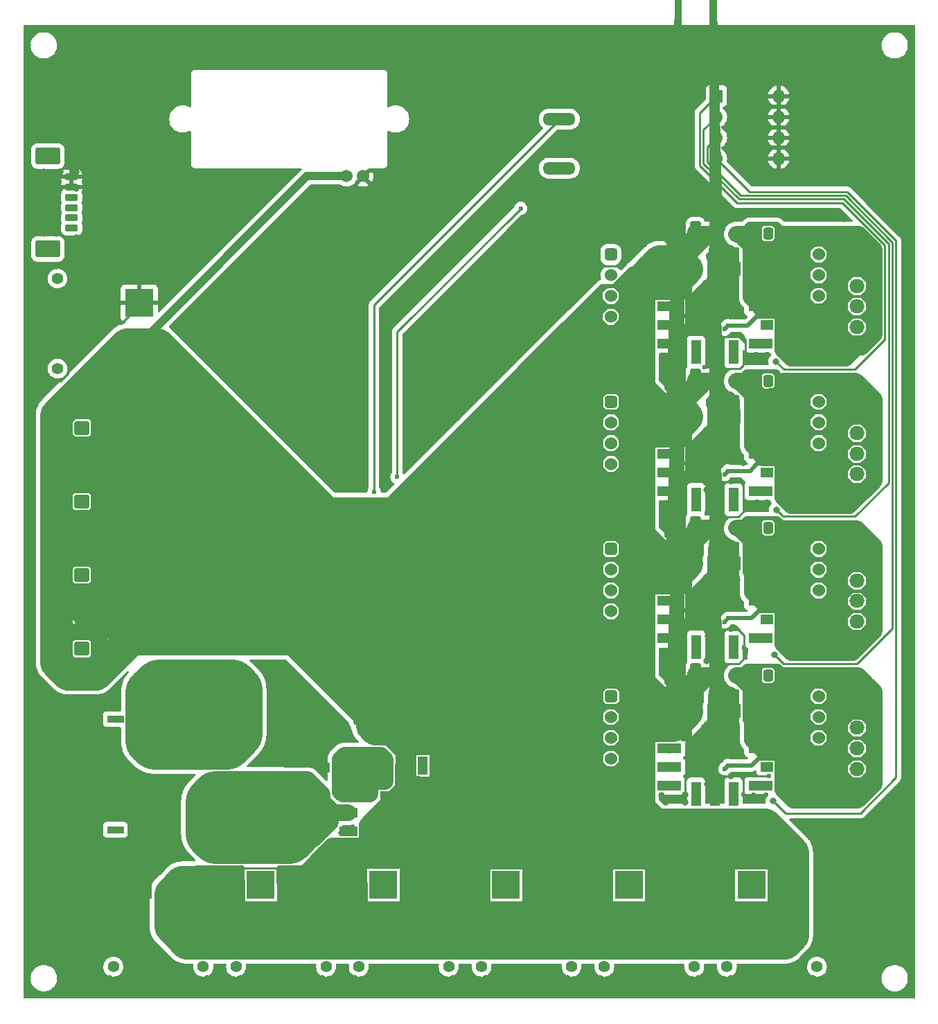
<source format=gtl>
%TF.GenerationSoftware,KiCad,Pcbnew,(6.0.11)*%
%TF.CreationDate,2023-08-03T09:01:04+09:00*%
%TF.ProjectId,power,706f7765-722e-46b6-9963-61645f706362,rev?*%
%TF.SameCoordinates,Original*%
%TF.FileFunction,Copper,L1,Top*%
%TF.FilePolarity,Positive*%
%FSLAX46Y46*%
G04 Gerber Fmt 4.6, Leading zero omitted, Abs format (unit mm)*
G04 Created by KiCad (PCBNEW (6.0.11)) date 2023-08-03 09:01:04*
%MOMM*%
%LPD*%
G01*
G04 APERTURE LIST*
G04 Aperture macros list*
%AMRoundRect*
0 Rectangle with rounded corners*
0 $1 Rounding radius*
0 $2 $3 $4 $5 $6 $7 $8 $9 X,Y pos of 4 corners*
0 Add a 4 corners polygon primitive as box body*
4,1,4,$2,$3,$4,$5,$6,$7,$8,$9,$2,$3,0*
0 Add four circle primitives for the rounded corners*
1,1,$1+$1,$2,$3*
1,1,$1+$1,$4,$5*
1,1,$1+$1,$6,$7*
1,1,$1+$1,$8,$9*
0 Add four rect primitives between the rounded corners*
20,1,$1+$1,$2,$3,$4,$5,0*
20,1,$1+$1,$4,$5,$6,$7,0*
20,1,$1+$1,$6,$7,$8,$9,0*
20,1,$1+$1,$8,$9,$2,$3,0*%
%AMFreePoly0*
4,1,53,0.885000,-2.035000,0.700000,-2.035000,0.700000,-3.665000,0.695106,-3.680063,0.695106,-3.695902,0.685796,-3.708716,0.680902,-3.723779,0.668089,-3.733089,0.658779,-3.745902,0.643716,-3.750796,0.630902,-3.760106,0.615063,-3.760106,0.600000,-3.765000,-0.600000,-3.765000,-0.615063,-3.760106,-0.630902,-3.760106,-0.643716,-3.750796,-0.658779,-3.745902,-0.668089,-3.733089,-0.680902,-3.723779,
-0.685796,-3.708716,-0.695106,-3.695902,-0.695106,-3.680063,-0.700000,-3.665000,-0.700000,-2.035000,-0.885000,-2.035000,-0.885000,0.450000,-2.515000,0.450000,-2.530063,0.454894,-2.545902,0.454894,-2.558716,0.464204,-2.573779,0.469098,-2.583089,0.481911,-2.595902,0.491221,-2.600796,0.506284,-2.610106,0.519098,-2.610106,0.534937,-2.615000,0.550000,-2.615000,1.750000,-2.610106,1.765063,
-2.610106,1.780902,-2.600796,1.793716,-2.595902,1.808779,-2.583089,1.818089,-2.573779,1.830902,-2.558716,1.835796,-2.545902,1.845106,-2.530063,1.845106,-2.515000,1.850000,-0.885000,1.850000,-0.885000,2.035000,0.885000,2.035000,0.885000,-2.035000,0.885000,-2.035000,$1*%
%AMFreePoly1*
4,1,53,-0.534937,2.610106,-0.519098,2.610106,-0.506284,2.600796,-0.491221,2.595902,-0.481911,2.583089,-0.469098,2.573779,-0.464204,2.558716,-0.454894,2.545902,-0.454894,2.530063,-0.450000,2.515000,-0.450000,0.885000,0.450000,0.885000,0.450000,2.515000,0.454894,2.530063,0.454894,2.545902,0.464204,2.558716,0.469098,2.573779,0.481911,2.583089,0.491221,2.595902,0.506284,2.600796,
0.519098,2.610106,0.534937,2.610106,0.550000,2.615000,1.750000,2.615000,1.765063,2.610106,1.780902,2.610106,1.793716,2.600796,1.808779,2.595902,1.818089,2.583089,1.830902,2.573779,1.835796,2.558716,1.845106,2.545902,1.845106,2.530063,1.850000,2.515000,1.850000,0.885000,2.035000,0.885000,2.035000,-0.885000,-2.035000,-0.885000,-2.035000,0.885000,-1.850000,0.885000,
-1.850000,2.515000,-1.845106,2.530063,-1.845106,2.545902,-1.835796,2.558716,-1.830902,2.573779,-1.818089,2.583089,-1.808779,2.595902,-1.793716,2.600796,-1.780902,2.610106,-1.765063,2.610106,-1.750000,2.615000,-0.550000,2.615000,-0.534937,2.610106,-0.534937,2.610106,$1*%
%AMFreePoly2*
4,1,29,0.885000,1.850000,2.515000,1.850000,2.530063,1.845106,2.545902,1.845106,2.558716,1.835796,2.573779,1.830902,2.583089,1.818089,2.595902,1.808779,2.600796,1.793716,2.610106,1.780902,2.610106,1.765063,2.615000,1.750000,2.615000,0.550000,2.610106,0.534937,2.610106,0.519098,2.600796,0.506284,2.595902,0.491221,2.583089,0.481911,2.573779,0.469098,2.558716,0.464204,
2.545902,0.454894,2.530063,0.454894,2.515000,0.450000,0.885000,0.450000,0.885000,-2.035000,-0.885000,-2.035000,-0.885000,2.035000,0.885000,2.035000,0.885000,1.850000,0.885000,1.850000,$1*%
G04 Aperture macros list end*
%TA.AperFunction,ComponentPad*%
%ADD10C,1.400000*%
%TD*%
%TA.AperFunction,ComponentPad*%
%ADD11R,3.500000X3.500000*%
%TD*%
%TA.AperFunction,ComponentPad*%
%ADD12C,3.500000*%
%TD*%
%TA.AperFunction,SMDPad,CuDef*%
%ADD13RoundRect,0.250000X-0.337500X-0.475000X0.337500X-0.475000X0.337500X0.475000X-0.337500X0.475000X0*%
%TD*%
%TA.AperFunction,SMDPad,CuDef*%
%ADD14R,0.900000X1.200000*%
%TD*%
%TA.AperFunction,ComponentPad*%
%ADD15RoundRect,0.250000X0.675000X-0.600000X0.675000X0.600000X-0.675000X0.600000X-0.675000X-0.600000X0*%
%TD*%
%TA.AperFunction,ComponentPad*%
%ADD16O,1.850000X1.700000*%
%TD*%
%TA.AperFunction,ComponentPad*%
%ADD17RoundRect,0.381000X-0.381000X-0.381000X0.381000X-0.381000X0.381000X0.381000X-0.381000X0.381000X0*%
%TD*%
%TA.AperFunction,ComponentPad*%
%ADD18C,1.524000*%
%TD*%
%TA.AperFunction,SMDPad,CuDef*%
%ADD19RoundRect,0.250000X0.412500X1.100000X-0.412500X1.100000X-0.412500X-1.100000X0.412500X-1.100000X0*%
%TD*%
%TA.AperFunction,SMDPad,CuDef*%
%ADD20RoundRect,0.250001X1.999999X0.799999X-1.999999X0.799999X-1.999999X-0.799999X1.999999X-0.799999X0*%
%TD*%
%TA.AperFunction,SMDPad,CuDef*%
%ADD21R,3.000000X1.200000*%
%TD*%
%TA.AperFunction,SMDPad,CuDef*%
%ADD22FreePoly0,270.000000*%
%TD*%
%TA.AperFunction,SMDPad,CuDef*%
%ADD23FreePoly1,0.000000*%
%TD*%
%TA.AperFunction,SMDPad,CuDef*%
%ADD24FreePoly2,0.000000*%
%TD*%
%TA.AperFunction,SMDPad,CuDef*%
%ADD25R,1.200000X3.000000*%
%TD*%
%TA.AperFunction,SMDPad,CuDef*%
%ADD26R,1.500000X1.200000*%
%TD*%
%TA.AperFunction,SMDPad,CuDef*%
%ADD27R,2.200000X1.200000*%
%TD*%
%TA.AperFunction,SMDPad,CuDef*%
%ADD28R,6.400000X5.800000*%
%TD*%
%TA.AperFunction,ComponentPad*%
%ADD29RoundRect,0.250000X-0.675000X0.600000X-0.675000X-0.600000X0.675000X-0.600000X0.675000X0.600000X0*%
%TD*%
%TA.AperFunction,SMDPad,CuDef*%
%ADD30R,1.200000X2.200000*%
%TD*%
%TA.AperFunction,SMDPad,CuDef*%
%ADD31R,5.800000X6.400000*%
%TD*%
%TA.AperFunction,ComponentPad*%
%ADD32C,2.780000*%
%TD*%
%TA.AperFunction,ComponentPad*%
%ADD33R,1.600000X1.600000*%
%TD*%
%TA.AperFunction,ComponentPad*%
%ADD34O,1.600000X1.600000*%
%TD*%
%TA.AperFunction,ComponentPad*%
%ADD35O,4.000000X1.524000*%
%TD*%
%TA.AperFunction,ComponentPad*%
%ADD36R,2.000000X0.900000*%
%TD*%
%TA.AperFunction,ComponentPad*%
%ADD37RoundRect,1.025000X1.025000X-1.025000X1.025000X1.025000X-1.025000X1.025000X-1.025000X-1.025000X0*%
%TD*%
%TA.AperFunction,ComponentPad*%
%ADD38C,4.100000*%
%TD*%
%TA.AperFunction,SMDPad,CuDef*%
%ADD39RoundRect,0.200000X-0.600000X0.200000X-0.600000X-0.200000X0.600000X-0.200000X0.600000X0.200000X0*%
%TD*%
%TA.AperFunction,SMDPad,CuDef*%
%ADD40RoundRect,0.250001X-1.249999X0.799999X-1.249999X-0.799999X1.249999X-0.799999X1.249999X0.799999X0*%
%TD*%
%TA.AperFunction,ViaPad*%
%ADD41C,0.600000*%
%TD*%
%TA.AperFunction,ViaPad*%
%ADD42C,0.800000*%
%TD*%
%TA.AperFunction,ViaPad*%
%ADD43C,0.550000*%
%TD*%
%TA.AperFunction,Conductor*%
%ADD44C,0.500000*%
%TD*%
%TA.AperFunction,Conductor*%
%ADD45C,2.000000*%
%TD*%
%TA.AperFunction,Conductor*%
%ADD46C,0.250000*%
%TD*%
%TA.AperFunction,Conductor*%
%ADD47C,4.000000*%
%TD*%
%TA.AperFunction,Conductor*%
%ADD48C,1.000000*%
%TD*%
%TA.AperFunction,Conductor*%
%ADD49C,6.000000*%
%TD*%
G04 APERTURE END LIST*
D10*
%TO.P,J12,*%
%TO.N,*%
X164450000Y-156350000D03*
X153450000Y-156350000D03*
D11*
%TO.P,J12,1,Pin_1*%
%TO.N,GND*%
X156450000Y-146350000D03*
D12*
%TO.P,J12,2,Pin_2*%
%TO.N,VDD*%
X161450000Y-146350000D03*
%TD*%
D13*
%TO.P,C17,1*%
%TO.N,/5V_Display1*%
X186412500Y-66750000D03*
%TO.P,C17,2*%
%TO.N,GND*%
X188487500Y-66750000D03*
%TD*%
D14*
%TO.P,D9,1,K*%
%TO.N,VDD*%
X181300000Y-120750000D03*
%TO.P,D9,2,A*%
%TO.N,/5V_Display4*%
X184600000Y-120750000D03*
%TD*%
D15*
%TO.P,J3,1,Pin_1*%
%TO.N,/5V_Display2*%
X199300000Y-98650000D03*
D16*
%TO.P,J3,2,Pin_2*%
%TO.N,GND*%
X199300000Y-96150000D03*
%TO.P,J3,3,Pin_3*%
%TO.N,Display2*%
X199300000Y-93650000D03*
%TO.P,J3,4,Pin_4*%
%TO.N,GND*%
X199300000Y-91150000D03*
%TO.P,J3,5,Pin_5*%
%TO.N,/5V_Display2*%
X199300000Y-88650000D03*
%TD*%
D17*
%TO.P,U3,1,PG*%
%TO.N,unconnected-(U3-Pad1)*%
X169250000Y-105300000D03*
D18*
%TO.P,U3,2,CTRL*%
%TO.N,Display3_CTRL*%
X169250000Y-107840000D03*
%TO.P,U3,3,GND*%
%TO.N,GND*%
X169250000Y-110380000D03*
%TO.P,U3,4,GND*%
X169250000Y-112920000D03*
%TO.P,U3,5,VIN*%
%TO.N,VDD*%
X169250000Y-115460000D03*
%TO.P,U3,6,VIN*%
X169250000Y-118000000D03*
%TO.P,U3,7,VOUT*%
%TO.N,/5V_Display3*%
X194650000Y-118000000D03*
%TO.P,U3,8,VOUT*%
X194650000Y-115460000D03*
%TO.P,U3,9,VOUT*%
X194650000Y-112920000D03*
%TO.P,U3,10,GND*%
%TO.N,GND*%
X194650000Y-110380000D03*
%TO.P,U3,11,GND*%
X194650000Y-107840000D03*
%TO.P,U3,12,GND*%
X194650000Y-105300000D03*
%TD*%
D13*
%TO.P,C22,1*%
%TO.N,/5V_Display4*%
X186412500Y-120750000D03*
%TO.P,C22,2*%
%TO.N,GND*%
X188487500Y-120750000D03*
%TD*%
D19*
%TO.P,C15,1*%
%TO.N,VDD*%
X179612500Y-66600000D03*
%TO.P,C15,2*%
%TO.N,GND*%
X176487500Y-66600000D03*
%TD*%
D10*
%TO.P,J7,*%
%TO.N,*%
X108450000Y-156350000D03*
X119450000Y-156350000D03*
D11*
%TO.P,J7,1,Pin_1*%
%TO.N,GND*%
X111450000Y-146350000D03*
D12*
%TO.P,J7,2,Pin_2*%
%TO.N,VDD*%
X116450000Y-146350000D03*
%TD*%
D17*
%TO.P,U4,1,PG*%
%TO.N,unconnected-(U4-Pad1)*%
X169250000Y-123300000D03*
D18*
%TO.P,U4,2,CTRL*%
%TO.N,Display4_CTRL*%
X169250000Y-125840000D03*
%TO.P,U4,3,GND*%
%TO.N,GND*%
X169250000Y-128380000D03*
%TO.P,U4,4,GND*%
X169250000Y-130920000D03*
%TO.P,U4,5,VIN*%
%TO.N,VDD*%
X169250000Y-133460000D03*
%TO.P,U4,6,VIN*%
X169250000Y-136000000D03*
%TO.P,U4,7,VOUT*%
%TO.N,/5V_Display4*%
X194650000Y-136000000D03*
%TO.P,U4,8,VOUT*%
X194650000Y-133460000D03*
%TO.P,U4,9,VOUT*%
X194650000Y-130920000D03*
%TO.P,U4,10,GND*%
%TO.N,GND*%
X194650000Y-128380000D03*
%TO.P,U4,11,GND*%
X194650000Y-125840000D03*
%TO.P,U4,12,GND*%
X194650000Y-123300000D03*
%TD*%
D15*
%TO.P,J4,1,Pin_1*%
%TO.N,/5V_Display3*%
X199300000Y-116650000D03*
D16*
%TO.P,J4,2,Pin_2*%
%TO.N,GND*%
X199300000Y-114150000D03*
%TO.P,J4,3,Pin_3*%
%TO.N,Display3*%
X199300000Y-111650000D03*
%TO.P,J4,4,Pin_4*%
%TO.N,GND*%
X199300000Y-109150000D03*
%TO.P,J4,5,Pin_5*%
%TO.N,/5V_Display3*%
X199300000Y-106650000D03*
%TD*%
D13*
%TO.P,C21,1*%
%TO.N,/5V_Display3*%
X186412500Y-102750000D03*
%TO.P,C21,2*%
%TO.N,GND*%
X188487500Y-102750000D03*
%TD*%
D19*
%TO.P,C19,1*%
%TO.N,VDD*%
X179612500Y-102600000D03*
%TO.P,C19,2*%
%TO.N,GND*%
X176487500Y-102600000D03*
%TD*%
D14*
%TO.P,D6,1,K*%
%TO.N,VDD*%
X181300000Y-66800000D03*
%TO.P,D6,2,A*%
%TO.N,/5V_Display1*%
X184600000Y-66800000D03*
%TD*%
D20*
%TO.P,C2,1*%
%TO.N,VDD*%
X140050000Y-125750000D03*
%TO.P,C2,2*%
%TO.N,GND*%
X132850000Y-125750000D03*
%TD*%
D10*
%TO.P,J6,*%
%TO.N,*%
X101625000Y-72250000D03*
X101625000Y-83250000D03*
D11*
%TO.P,J6,1,Pin_1*%
%TO.N,GND*%
X111625000Y-75250000D03*
D12*
%TO.P,J6,2,Pin_2*%
%TO.N,VDD*%
X111625000Y-80250000D03*
%TD*%
D19*
%TO.P,C20,1*%
%TO.N,VDD*%
X179612500Y-120600000D03*
%TO.P,C20,2*%
%TO.N,GND*%
X176487500Y-120600000D03*
%TD*%
D21*
%TO.P,MD3,1,ON/OFF*%
%TO.N,Display3_CTRL*%
X176350000Y-111650000D03*
D22*
%TO.P,MD3,2,VIN*%
%TO.N,VDD*%
X178515000Y-107065000D03*
D23*
%TO.P,MD3,3,GND*%
%TO.N,GND*%
X183095000Y-107065000D03*
D24*
%TO.P,MD3,4,VOUT*%
%TO.N,/5V_Display3*%
X186535000Y-108215000D03*
D21*
%TO.P,MD3,5,SENSE*%
X187550000Y-111650000D03*
%TO.P,MD3,6,TRIM*%
%TO.N,Net-(MD3-Pad6)*%
X187550000Y-116230000D03*
D25*
%TO.P,MD3,7,GND*%
%TO.N,GND*%
X181950000Y-117250000D03*
%TO.P,MD3,8,1_NC*%
%TO.N,unconnected-(MD3-Pad8)*%
X179660000Y-117250000D03*
D21*
%TO.P,MD3,9,2_NC*%
%TO.N,unconnected-(MD3-Pad9)*%
X176350000Y-116230000D03*
%TO.P,MD3,10,PGOOD*%
%TO.N,Net-(MD3-Pad10)*%
X176350000Y-113940000D03*
D26*
%TO.P,MD3,11,3_NC*%
%TO.N,unconnected-(MD3-Pad11)*%
X188300000Y-113940000D03*
D25*
%TO.P,MD3,12,4_NC*%
%TO.N,unconnected-(MD3-Pad12)*%
X184240000Y-117250000D03*
%TD*%
D14*
%TO.P,D8,1,K*%
%TO.N,VDD*%
X181300000Y-102750000D03*
%TO.P,D8,2,A*%
%TO.N,/5V_Display3*%
X184600000Y-102750000D03*
%TD*%
D15*
%TO.P,J5,1,Pin_1*%
%TO.N,/5V_Display4*%
X199300000Y-134650000D03*
D16*
%TO.P,J5,2,Pin_2*%
%TO.N,GND*%
X199300000Y-132150000D03*
%TO.P,J5,3,Pin_3*%
%TO.N,Display4*%
X199300000Y-129650000D03*
%TO.P,J5,4,Pin_4*%
%TO.N,GND*%
X199300000Y-127150000D03*
%TO.P,J5,5,Pin_5*%
%TO.N,/5V_Display4*%
X199300000Y-124650000D03*
%TD*%
D21*
%TO.P,MD1,1,ON/OFF*%
%TO.N,Display1_CTRL*%
X176350000Y-75650000D03*
D22*
%TO.P,MD1,2,VIN*%
%TO.N,VDD*%
X178515000Y-71065000D03*
D23*
%TO.P,MD1,3,GND*%
%TO.N,GND*%
X183095000Y-71065000D03*
D24*
%TO.P,MD1,4,VOUT*%
%TO.N,/5V_Display1*%
X186535000Y-72215000D03*
D21*
%TO.P,MD1,5,SENSE*%
X187550000Y-75650000D03*
%TO.P,MD1,6,TRIM*%
%TO.N,Net-(MD1-Pad6)*%
X187550000Y-80230000D03*
D25*
%TO.P,MD1,7,GND*%
%TO.N,GND*%
X181950000Y-81250000D03*
%TO.P,MD1,8,1_NC*%
%TO.N,unconnected-(MD1-Pad8)*%
X179660000Y-81250000D03*
D21*
%TO.P,MD1,9,2_NC*%
%TO.N,unconnected-(MD1-Pad9)*%
X176350000Y-80230000D03*
%TO.P,MD1,10,PGOOD*%
%TO.N,Net-(MD1-Pad10)*%
X176350000Y-77940000D03*
D26*
%TO.P,MD1,11,3_NC*%
%TO.N,unconnected-(MD1-Pad11)*%
X188300000Y-77940000D03*
D25*
%TO.P,MD1,12,4_NC*%
%TO.N,unconnected-(MD1-Pad12)*%
X184240000Y-81250000D03*
%TD*%
D14*
%TO.P,D1,1,K*%
%TO.N,/S-S*%
X137800000Y-132050000D03*
%TO.P,D1,2,A*%
%TO.N,GND*%
X134500000Y-132050000D03*
%TD*%
D17*
%TO.P,U2,1,PG*%
%TO.N,unconnected-(U2-Pad1)*%
X169250000Y-87300000D03*
D18*
%TO.P,U2,2,CTRL*%
%TO.N,Display2_CTRL*%
X169250000Y-89840000D03*
%TO.P,U2,3,GND*%
%TO.N,GND*%
X169250000Y-92380000D03*
%TO.P,U2,4,GND*%
X169250000Y-94920000D03*
%TO.P,U2,5,VIN*%
%TO.N,VDD*%
X169250000Y-97460000D03*
%TO.P,U2,6,VIN*%
X169250000Y-100000000D03*
%TO.P,U2,7,VOUT*%
%TO.N,/5V_Display2*%
X194650000Y-100000000D03*
%TO.P,U2,8,VOUT*%
X194650000Y-97460000D03*
%TO.P,U2,9,VOUT*%
X194650000Y-94920000D03*
%TO.P,U2,10,GND*%
%TO.N,GND*%
X194650000Y-92380000D03*
%TO.P,U2,11,GND*%
X194650000Y-89840000D03*
%TO.P,U2,12,GND*%
X194650000Y-87300000D03*
%TD*%
D27*
%TO.P,Q1,1,G*%
%TO.N,GND*%
X137150000Y-139830000D03*
%TO.P,Q1,2,D*%
%TO.N,Net-(F1-Pad2)*%
X137150000Y-137550000D03*
D28*
X130850000Y-137550000D03*
D27*
%TO.P,Q1,3,S*%
%TO.N,/S-S*%
X137150000Y-135270000D03*
%TD*%
D29*
%TO.P,J16,1,Pin_1*%
%TO.N,GND*%
X104600000Y-117500000D03*
D16*
%TO.P,J16,2,Pin_2*%
%TO.N,VDD*%
X104600000Y-120000000D03*
%TD*%
D30*
%TO.P,Q3,1,G*%
%TO.N,Net-(C1-Pad2)*%
X146230000Y-131775000D03*
D31*
%TO.P,Q3,2,D*%
%TO.N,VDD*%
X143950000Y-138075000D03*
D30*
X143950000Y-131775000D03*
%TO.P,Q3,3,S*%
%TO.N,/S-S*%
X141670000Y-131775000D03*
%TD*%
D29*
%TO.P,J10,1,Pin_1*%
%TO.N,GND*%
X104600000Y-90500000D03*
D16*
%TO.P,J10,2,Pin_2*%
%TO.N,VDD*%
X104600000Y-93000000D03*
%TD*%
D10*
%TO.P,J13,*%
%TO.N,*%
X168450000Y-156350000D03*
X179450000Y-156350000D03*
D11*
%TO.P,J13,1,Pin_1*%
%TO.N,GND*%
X171450000Y-146350000D03*
D12*
%TO.P,J13,2,Pin_2*%
%TO.N,VDD*%
X176450000Y-146350000D03*
%TD*%
D21*
%TO.P,MD4,1,ON/OFF*%
%TO.N,Display4_CTRL*%
X176350000Y-129650000D03*
D22*
%TO.P,MD4,2,VIN*%
%TO.N,VDD*%
X178515000Y-125065000D03*
D23*
%TO.P,MD4,3,GND*%
%TO.N,GND*%
X183095000Y-125065000D03*
D24*
%TO.P,MD4,4,VOUT*%
%TO.N,/5V_Display4*%
X186535000Y-126215000D03*
D21*
%TO.P,MD4,5,SENSE*%
X187550000Y-129650000D03*
%TO.P,MD4,6,TRIM*%
%TO.N,Net-(MD4-Pad6)*%
X187550000Y-134230000D03*
D25*
%TO.P,MD4,7,GND*%
%TO.N,GND*%
X181950000Y-135250000D03*
%TO.P,MD4,8,1_NC*%
%TO.N,unconnected-(MD4-Pad8)*%
X179660000Y-135250000D03*
D21*
%TO.P,MD4,9,2_NC*%
%TO.N,unconnected-(MD4-Pad9)*%
X176350000Y-134230000D03*
%TO.P,MD4,10,PGOOD*%
%TO.N,Net-(MD4-Pad10)*%
X176350000Y-131940000D03*
D26*
%TO.P,MD4,11,3_NC*%
%TO.N,unconnected-(MD4-Pad11)*%
X188300000Y-131940000D03*
D25*
%TO.P,MD4,12,4_NC*%
%TO.N,unconnected-(MD4-Pad12)*%
X184240000Y-135250000D03*
%TD*%
D10*
%TO.P,J14,*%
%TO.N,*%
X194450000Y-156350000D03*
X183450000Y-156350000D03*
D11*
%TO.P,J14,1,Pin_1*%
%TO.N,GND*%
X186450000Y-146350000D03*
D12*
%TO.P,J14,2,Pin_2*%
%TO.N,VDD*%
X191450000Y-146350000D03*
%TD*%
D17*
%TO.P,U1,1,PG*%
%TO.N,unconnected-(U1-Pad1)*%
X169250000Y-69300000D03*
D18*
%TO.P,U1,2,CTRL*%
%TO.N,Display1_CTRL*%
X169250000Y-71840000D03*
%TO.P,U1,3,GND*%
%TO.N,GND*%
X169250000Y-74380000D03*
%TO.P,U1,4,GND*%
X169250000Y-76920000D03*
%TO.P,U1,5,VIN*%
%TO.N,VDD*%
X169250000Y-79460000D03*
%TO.P,U1,6,VIN*%
X169250000Y-82000000D03*
%TO.P,U1,7,VOUT*%
%TO.N,/5V_Display1*%
X194650000Y-82000000D03*
%TO.P,U1,8,VOUT*%
X194650000Y-79460000D03*
%TO.P,U1,9,VOUT*%
X194650000Y-76920000D03*
%TO.P,U1,10,GND*%
%TO.N,GND*%
X194650000Y-74380000D03*
%TO.P,U1,11,GND*%
X194650000Y-71840000D03*
%TO.P,U1,12,GND*%
X194650000Y-69300000D03*
%TD*%
D32*
%TO.P,F1,1*%
%TO.N,+7.5V*%
X120250000Y-127890000D03*
X123650000Y-127890000D03*
%TO.P,F1,2*%
%TO.N,Net-(F1-Pad2)*%
X123650000Y-137810000D03*
X120250000Y-137810000D03*
%TD*%
D14*
%TO.P,D7,1,K*%
%TO.N,VDD*%
X181300000Y-84750000D03*
%TO.P,D7,2,A*%
%TO.N,/5V_Display2*%
X184600000Y-84750000D03*
%TD*%
D29*
%TO.P,J15,1,Pin_1*%
%TO.N,GND*%
X104600000Y-108500000D03*
D16*
%TO.P,J15,2,Pin_2*%
%TO.N,VDD*%
X104600000Y-111000000D03*
%TD*%
D21*
%TO.P,MD2,1,ON/OFF*%
%TO.N,Display2_CTRL*%
X176350000Y-93650000D03*
D22*
%TO.P,MD2,2,VIN*%
%TO.N,VDD*%
X178515000Y-89065000D03*
D23*
%TO.P,MD2,3,GND*%
%TO.N,GND*%
X183095000Y-89065000D03*
D24*
%TO.P,MD2,4,VOUT*%
%TO.N,/5V_Display2*%
X186535000Y-90215000D03*
D21*
%TO.P,MD2,5,SENSE*%
X187550000Y-93650000D03*
%TO.P,MD2,6,TRIM*%
%TO.N,Net-(MD2-Pad6)*%
X187550000Y-98230000D03*
D25*
%TO.P,MD2,7,GND*%
%TO.N,GND*%
X181950000Y-99250000D03*
%TO.P,MD2,8,1_NC*%
%TO.N,unconnected-(MD2-Pad8)*%
X179660000Y-99250000D03*
D21*
%TO.P,MD2,9,2_NC*%
%TO.N,unconnected-(MD2-Pad9)*%
X176350000Y-98230000D03*
%TO.P,MD2,10,PGOOD*%
%TO.N,Net-(MD2-Pad10)*%
X176350000Y-95940000D03*
D26*
%TO.P,MD2,11,3_NC*%
%TO.N,unconnected-(MD2-Pad11)*%
X188300000Y-95940000D03*
D25*
%TO.P,MD2,12,4_NC*%
%TO.N,unconnected-(MD2-Pad12)*%
X184240000Y-99250000D03*
%TD*%
D10*
%TO.P,J8,*%
%TO.N,*%
X134450000Y-156350000D03*
X123450000Y-156350000D03*
D11*
%TO.P,J8,1,Pin_1*%
%TO.N,GND*%
X126450000Y-146350000D03*
D12*
%TO.P,J8,2,Pin_2*%
%TO.N,VDD*%
X131450000Y-146350000D03*
%TD*%
D15*
%TO.P,J2,1,Pin_1*%
%TO.N,/5V_Display1*%
X199300000Y-80650000D03*
D16*
%TO.P,J2,2,Pin_2*%
%TO.N,GND*%
X199300000Y-78150000D03*
%TO.P,J2,3,Pin_3*%
%TO.N,Display1*%
X199300000Y-75650000D03*
%TO.P,J2,4,Pin_4*%
%TO.N,GND*%
X199300000Y-73150000D03*
%TO.P,J2,5,Pin_5*%
%TO.N,/5V_Display1*%
X199300000Y-70650000D03*
%TD*%
D18*
%TO.P,MES1,1,-*%
%TO.N,GND*%
X138950000Y-59750000D03*
%TO.P,MES1,2,+*%
%TO.N,VDD*%
X136950000Y-59735000D03*
%TD*%
D33*
%TO.P,SW2,1*%
%TO.N,Display1_CTRL*%
X182150000Y-49950000D03*
D34*
%TO.P,SW2,2*%
%TO.N,Display2_CTRL*%
X182150000Y-52490000D03*
%TO.P,SW2,3*%
%TO.N,Display3_CTRL*%
X182150000Y-55030000D03*
%TO.P,SW2,4*%
%TO.N,Display4_CTRL*%
X182150000Y-57570000D03*
%TO.P,SW2,5*%
%TO.N,GND*%
X189770000Y-57570000D03*
%TO.P,SW2,6*%
X189770000Y-55030000D03*
%TO.P,SW2,7*%
X189770000Y-52490000D03*
%TO.P,SW2,8*%
X189770000Y-49950000D03*
%TD*%
D13*
%TO.P,C18,1*%
%TO.N,/5V_Display2*%
X186412500Y-84750000D03*
%TO.P,C18,2*%
%TO.N,GND*%
X188487500Y-84750000D03*
%TD*%
D35*
%TO.P,SW1,1,A*%
%TO.N,\u4E3B\u96FB\u6E90\u30B9\u30A4\u30C3\u30C1*%
X162950000Y-58750000D03*
%TO.P,SW1,2,B*%
%TO.N,/S-S*%
X162950000Y-52750000D03*
%TD*%
D19*
%TO.P,C16,1*%
%TO.N,VDD*%
X179612500Y-84600000D03*
%TO.P,C16,2*%
%TO.N,GND*%
X176487500Y-84600000D03*
%TD*%
D10*
%TO.P,J9,*%
%TO.N,*%
X149450000Y-156350000D03*
X138450000Y-156350000D03*
D11*
%TO.P,J9,1,Pin_1*%
%TO.N,GND*%
X141450000Y-146350000D03*
D12*
%TO.P,J9,2,Pin_2*%
%TO.N,VDD*%
X146450000Y-146350000D03*
%TD*%
D29*
%TO.P,J11,1,Pin_1*%
%TO.N,GND*%
X104600000Y-99500000D03*
D16*
%TO.P,J11,2,Pin_2*%
%TO.N,VDD*%
X104600000Y-102000000D03*
%TD*%
D36*
%TO.P,J1,*%
%TO.N,*%
X108700000Y-139600000D03*
X108700000Y-126100000D03*
D37*
%TO.P,J1,1,Pin_1*%
%TO.N,GND*%
X114700000Y-136450000D03*
D38*
%TO.P,J1,2,Pin_2*%
%TO.N,+7.5V*%
X114700000Y-129250000D03*
%TD*%
D39*
%TO.P,J17,1,Pin_1*%
%TO.N,GND*%
X103350000Y-59825000D03*
%TO.P,J17,2,Pin_2*%
X103350000Y-61075000D03*
%TO.P,J17,3,Pin_3*%
%TO.N,Display1*%
X103350000Y-62325000D03*
%TO.P,J17,4,Pin_4*%
%TO.N,Display2*%
X103350000Y-63575000D03*
%TO.P,J17,5,Pin_5*%
%TO.N,Display3*%
X103350000Y-64825000D03*
%TO.P,J17,6,Pin_6*%
%TO.N,Display4*%
X103350000Y-66075000D03*
D40*
%TO.P,J17,MP*%
%TO.N,N/C*%
X100450000Y-68625000D03*
X100450000Y-57275000D03*
%TD*%
D41*
%TO.N,/S-S*%
X141670000Y-131775000D03*
X140330000Y-131120000D03*
X141670000Y-132600000D03*
X141040000Y-130500000D03*
X141000000Y-131750000D03*
X141670000Y-130970000D03*
X140967500Y-132557500D03*
X141040000Y-131140000D03*
X140320000Y-98320000D03*
X140330000Y-131750000D03*
X140330000Y-132470000D03*
X140330000Y-130500000D03*
%TO.N,Net-(C1-Pad2)*%
X145980000Y-132220000D03*
X146530000Y-131840000D03*
X158250000Y-63662500D03*
X143120000Y-96490000D03*
X145950000Y-130990000D03*
X146520000Y-131230000D03*
X146530000Y-132460000D03*
X145960000Y-131610000D03*
D42*
%TO.N,VDD*%
X176450000Y-74087500D03*
X176450000Y-92062500D03*
X176450000Y-110087500D03*
X176450000Y-128087500D03*
%TO.N,GND*%
X181450000Y-69500000D03*
X157950000Y-159750000D03*
X136950000Y-82750000D03*
X175950000Y-57750000D03*
X103950000Y-77250000D03*
X187950000Y-45750000D03*
X199950000Y-51750000D03*
X183950000Y-64000000D03*
X155950000Y-45750000D03*
X185450000Y-94750000D03*
X173950000Y-53750000D03*
X99950000Y-125750000D03*
X134950000Y-66750000D03*
X179950000Y-43750000D03*
X127950000Y-66000000D03*
X175560000Y-99850000D03*
X193950000Y-53750000D03*
X97950000Y-43750000D03*
X146950000Y-66750000D03*
X195450000Y-64500000D03*
X195950000Y-49750000D03*
X175710000Y-120480000D03*
X153950000Y-53750000D03*
X103950000Y-131750000D03*
X97950000Y-137750000D03*
X147450000Y-76750000D03*
X117950000Y-41750000D03*
X107950000Y-75250000D03*
X138450000Y-73750000D03*
X163950000Y-45750000D03*
X205950000Y-63750000D03*
X141450000Y-82250000D03*
X109950000Y-143750000D03*
X159950000Y-53750000D03*
X184450000Y-89750000D03*
X133950000Y-125250000D03*
X131950000Y-127250000D03*
X193950000Y-59750000D03*
X99950000Y-155750000D03*
X101950000Y-77250000D03*
X99950000Y-141750000D03*
X121950000Y-61250000D03*
X132700000Y-156500000D03*
X187950000Y-157750000D03*
X195950000Y-139750000D03*
X170450000Y-70750000D03*
X184450000Y-128150000D03*
X173950000Y-57750000D03*
X203950000Y-145750000D03*
X205950000Y-85750000D03*
X205950000Y-141750000D03*
X163950000Y-71750000D03*
X171950000Y-159750000D03*
X136450000Y-95750000D03*
X101950000Y-141750000D03*
X123450000Y-73250000D03*
X178950000Y-75000000D03*
X145450000Y-72250000D03*
X191950000Y-59750000D03*
X97950000Y-77750000D03*
X149450000Y-78750000D03*
X139950000Y-45750000D03*
X197950000Y-59750000D03*
X129950000Y-157750000D03*
X144450000Y-89250000D03*
X183950000Y-47750000D03*
X155950000Y-43750000D03*
X107950000Y-51750000D03*
X144950000Y-68750000D03*
X131950000Y-129250000D03*
D43*
X188800000Y-85130000D03*
D42*
X105950000Y-125750000D03*
X151450000Y-74750000D03*
X132200000Y-67250000D03*
X103950000Y-137750000D03*
X147950000Y-159750000D03*
X97950000Y-145750000D03*
X179950000Y-41750000D03*
X169950000Y-43750000D03*
X197950000Y-157750000D03*
X125950000Y-159750000D03*
X157950000Y-47750000D03*
X205950000Y-139750000D03*
X167950000Y-159750000D03*
X185950000Y-159750000D03*
X183950000Y-49750000D03*
X153950000Y-41750000D03*
X107950000Y-53750000D03*
X103950000Y-123750000D03*
X121450000Y-67750000D03*
X127950000Y-159750000D03*
X176810000Y-100990000D03*
X113950000Y-49750000D03*
X109950000Y-155750000D03*
X151450000Y-156500000D03*
X182700000Y-80250000D03*
X123950000Y-59250000D03*
X99950000Y-70750000D03*
X182250000Y-93050000D03*
X153450000Y-76750000D03*
X144450000Y-54500000D03*
X205950000Y-55750000D03*
X175950000Y-49750000D03*
X99950000Y-159750000D03*
X184050000Y-130250000D03*
X138950000Y-82750000D03*
X183950000Y-51750000D03*
X105950000Y-129750000D03*
X199950000Y-157750000D03*
X109950000Y-151750000D03*
X141450000Y-80250000D03*
X115450000Y-54250000D03*
X116450000Y-77750000D03*
X113950000Y-139750000D03*
X180350000Y-110950000D03*
X127950000Y-125250000D03*
X109950000Y-157750000D03*
X115950000Y-49750000D03*
X129950000Y-59250000D03*
X103950000Y-79250000D03*
X138950000Y-84750000D03*
X155950000Y-55750000D03*
X105950000Y-75250000D03*
X197950000Y-153750000D03*
X139950000Y-41750000D03*
X136950000Y-80750000D03*
X135450000Y-125500000D03*
X175950000Y-59750000D03*
X155200000Y-156500000D03*
X113950000Y-69250000D03*
X120450000Y-79750000D03*
X175630000Y-81960000D03*
X199950000Y-43750000D03*
X160950000Y-156500000D03*
X181850000Y-129350000D03*
X101950000Y-137750000D03*
X136950000Y-86750000D03*
X203950000Y-149750000D03*
X107950000Y-151750000D03*
X125200000Y-68750000D03*
X151950000Y-159750000D03*
X115950000Y-41750000D03*
X191950000Y-47750000D03*
X160950000Y-71750000D03*
X103950000Y-127750000D03*
X201950000Y-157750000D03*
X99950000Y-77250000D03*
X135950000Y-127250000D03*
X196950000Y-138750000D03*
X201950000Y-151750000D03*
X171950000Y-47750000D03*
X181850000Y-131550000D03*
X97950000Y-63750000D03*
X132450000Y-89750000D03*
X182950000Y-121850000D03*
X135950000Y-41750000D03*
X134450000Y-87750000D03*
X99950000Y-47750000D03*
X149950000Y-58750000D03*
X163950000Y-55750000D03*
X183200000Y-75250000D03*
X171450000Y-156500000D03*
X175450000Y-63750000D03*
X163950000Y-159750000D03*
X141950000Y-41750000D03*
X203950000Y-135750000D03*
X197950000Y-159750000D03*
X123950000Y-45750000D03*
X180850000Y-109050000D03*
X201950000Y-63750000D03*
X156950000Y-156500000D03*
X127950000Y-131250000D03*
X193950000Y-45750000D03*
X153450000Y-72750000D03*
X151950000Y-45750000D03*
X171950000Y-45750000D03*
X150450000Y-89250000D03*
X177950000Y-47750000D03*
X109950000Y-61250000D03*
X97950000Y-91750000D03*
X103950000Y-159750000D03*
X102950000Y-70250000D03*
X176420000Y-85380000D03*
X150200000Y-63750000D03*
X132450000Y-91750000D03*
X148450000Y-65750000D03*
X103950000Y-135750000D03*
X99950000Y-151750000D03*
X181950000Y-81250000D03*
X205950000Y-137750000D03*
X97950000Y-121750000D03*
X97950000Y-65750000D03*
X191950000Y-45750000D03*
X142950000Y-68750000D03*
X146450000Y-93250000D03*
X159450000Y-70250000D03*
X99950000Y-83750000D03*
X173950000Y-43750000D03*
X107950000Y-159750000D03*
X129950000Y-125250000D03*
X153450000Y-82750000D03*
X127950000Y-121250000D03*
X113950000Y-157750000D03*
X105950000Y-149750000D03*
X181550000Y-105750000D03*
X109950000Y-53750000D03*
X147950000Y-47750000D03*
X205950000Y-71750000D03*
X184450000Y-69250000D03*
X121950000Y-43750000D03*
X161950000Y-55750000D03*
X105950000Y-147750000D03*
X157450000Y-80750000D03*
X149950000Y-41750000D03*
X177450000Y-62000000D03*
X201950000Y-49750000D03*
X107950000Y-71250000D03*
X153950000Y-51750000D03*
X197950000Y-53750000D03*
X133950000Y-131250000D03*
X133950000Y-159750000D03*
X157950000Y-41750000D03*
X181950000Y-159750000D03*
X157950000Y-49750000D03*
X159450000Y-76750000D03*
X184550000Y-110250000D03*
X149950000Y-55750000D03*
X141450000Y-88250000D03*
X97950000Y-159750000D03*
D41*
X188350000Y-99550000D03*
D42*
X177950000Y-45750000D03*
X177950000Y-157750000D03*
X107950000Y-123250000D03*
X173950000Y-45750000D03*
X205950000Y-131750000D03*
X155450000Y-78750000D03*
X132950000Y-68750000D03*
X113950000Y-55750000D03*
X117950000Y-45750000D03*
X167950000Y-49750000D03*
X105950000Y-55750000D03*
X107450000Y-129750000D03*
X179050000Y-128850000D03*
X151950000Y-49750000D03*
X107950000Y-69250000D03*
X195950000Y-141750000D03*
X143950000Y-62500000D03*
X149950000Y-60250000D03*
X205950000Y-75750000D03*
X156700000Y-61000000D03*
X181350000Y-110250000D03*
X99950000Y-66750000D03*
X113950000Y-59250000D03*
X157950000Y-43750000D03*
X127950000Y-41750000D03*
X138950000Y-78750000D03*
X130950000Y-76750000D03*
X183950000Y-43750000D03*
X153950000Y-45750000D03*
X149450000Y-80750000D03*
X184850000Y-129450000D03*
X180350000Y-129150000D03*
X203950000Y-137750000D03*
X185250000Y-130550000D03*
X191950000Y-41750000D03*
X191950000Y-55750000D03*
X205950000Y-111750000D03*
X171950000Y-53750000D03*
X132450000Y-93750000D03*
X205950000Y-93750000D03*
X181450000Y-107850000D03*
X130450000Y-87750000D03*
X184950000Y-76750000D03*
X138450000Y-93750000D03*
X130950000Y-66000000D03*
X203950000Y-57750000D03*
X145950000Y-43750000D03*
D43*
X188780000Y-102340000D03*
D42*
X136450000Y-91750000D03*
X167950000Y-45750000D03*
X170450000Y-67750000D03*
X202450000Y-136500000D03*
X179200000Y-64000000D03*
X129700000Y-67250000D03*
X128950000Y-78750000D03*
X201950000Y-145750000D03*
X167950000Y-53750000D03*
X197950000Y-141750000D03*
X105950000Y-135750000D03*
X142950000Y-66750000D03*
X163950000Y-74750000D03*
X187950000Y-159750000D03*
X127950000Y-45750000D03*
X191950000Y-157750000D03*
X141450000Y-84250000D03*
X149950000Y-43750000D03*
X145950000Y-157750000D03*
X132950000Y-72750000D03*
X101950000Y-135750000D03*
D43*
X188770000Y-121160000D03*
D42*
X182950000Y-85750000D03*
X201950000Y-143750000D03*
X182950000Y-67750000D03*
X171950000Y-55750000D03*
X178950000Y-57750000D03*
X171950000Y-65750000D03*
X182950000Y-65500000D03*
X147950000Y-53750000D03*
X182700000Y-72750000D03*
X184700000Y-71500000D03*
X175950000Y-51750000D03*
X179950000Y-59750000D03*
X117450000Y-143000000D03*
X119950000Y-41750000D03*
X145950000Y-77750000D03*
X101450000Y-70750000D03*
X122450000Y-75750000D03*
X99950000Y-133750000D03*
X132950000Y-70750000D03*
X162700000Y-156500000D03*
X107950000Y-149750000D03*
X203950000Y-151750000D03*
X159950000Y-47750000D03*
X199950000Y-55750000D03*
X115950000Y-57750000D03*
X151450000Y-76750000D03*
X111950000Y-135750000D03*
X130950000Y-74750000D03*
X128450000Y-89750000D03*
X115950000Y-61250000D03*
X194450000Y-149750000D03*
X155950000Y-41750000D03*
X105950000Y-131750000D03*
X103950000Y-73250000D03*
X162450000Y-64750000D03*
X97950000Y-125750000D03*
X157950000Y-59750000D03*
X183050000Y-123750000D03*
X177950000Y-55750000D03*
X117450000Y-133250000D03*
X184550000Y-127050000D03*
X182850000Y-110250000D03*
D41*
X137600000Y-139560000D03*
D42*
X181950000Y-76250000D03*
X146450000Y-91250000D03*
X205950000Y-129750000D03*
D41*
X136620000Y-140120000D03*
D42*
X177700000Y-156500000D03*
X103950000Y-61250000D03*
X99950000Y-153750000D03*
X189950000Y-45750000D03*
X179700000Y-62000000D03*
X137950000Y-157750000D03*
X135950000Y-61250000D03*
X178950000Y-92750000D03*
X169950000Y-49750000D03*
X145450000Y-74250000D03*
X182950000Y-83500000D03*
X97950000Y-147750000D03*
X149450000Y-74750000D03*
D41*
X187150000Y-99550000D03*
D42*
X201950000Y-139750000D03*
X183950000Y-104650000D03*
X171950000Y-63750000D03*
X105950000Y-69250000D03*
X130450000Y-83750000D03*
X99950000Y-85750000D03*
X184550000Y-123750000D03*
X97950000Y-113750000D03*
X101950000Y-123750000D03*
X105950000Y-159750000D03*
X142450000Y-47750000D03*
X167950000Y-67750000D03*
X203950000Y-63750000D03*
X180750000Y-127050000D03*
X205950000Y-149750000D03*
X203950000Y-65750000D03*
X129950000Y-129250000D03*
X144450000Y-87250000D03*
X181200000Y-80250000D03*
X138450000Y-97750000D03*
X147950000Y-45750000D03*
X199950000Y-59750000D03*
X115950000Y-59250000D03*
X201950000Y-45750000D03*
X105950000Y-137750000D03*
X121950000Y-159750000D03*
X205950000Y-65750000D03*
X159950000Y-45750000D03*
X181850000Y-113550000D03*
X201950000Y-57750000D03*
X205950000Y-101750000D03*
X133950000Y-41750000D03*
X175950000Y-43750000D03*
X201950000Y-43750000D03*
X109950000Y-71250000D03*
X199950000Y-141750000D03*
X193950000Y-154250000D03*
X193950000Y-47750000D03*
X97950000Y-129750000D03*
X141450000Y-97750000D03*
X101950000Y-43750000D03*
X193950000Y-55750000D03*
X111950000Y-53750000D03*
X195950000Y-159750000D03*
X136950000Y-76750000D03*
X123950000Y-157750000D03*
X121950000Y-59250000D03*
X195950000Y-55750000D03*
X144450000Y-93250000D03*
X195950000Y-47750000D03*
X173950000Y-65750000D03*
X181950000Y-41750000D03*
X189950000Y-47750000D03*
X199950000Y-155750000D03*
X130950000Y-70750000D03*
X184450000Y-87500000D03*
X160950000Y-78250000D03*
X205950000Y-127750000D03*
X111950000Y-71250000D03*
X115950000Y-55750000D03*
X176790000Y-82890000D03*
X199950000Y-153750000D03*
X99950000Y-63250000D03*
X203950000Y-51750000D03*
X113950000Y-43750000D03*
X182650000Y-115950000D03*
X145950000Y-159750000D03*
X133950000Y-129250000D03*
X157950000Y-68750000D03*
X197950000Y-145750000D03*
X171950000Y-61750000D03*
X150450000Y-67250000D03*
X137350000Y-128450000D03*
X185950000Y-53750000D03*
X181450000Y-89750000D03*
X103950000Y-75250000D03*
X165950000Y-41750000D03*
X103950000Y-69250000D03*
X190950000Y-156500000D03*
X97950000Y-97750000D03*
X128950000Y-68750000D03*
X178950000Y-51750000D03*
X165450000Y-70250000D03*
X182950000Y-89750000D03*
X101950000Y-149750000D03*
X145950000Y-47750000D03*
X99950000Y-137750000D03*
X171950000Y-43750000D03*
X155950000Y-49750000D03*
D41*
X185450000Y-135350000D03*
D42*
X129950000Y-121250000D03*
X185700000Y-64250000D03*
X205950000Y-117750000D03*
X107450000Y-127750000D03*
X103950000Y-139750000D03*
X101950000Y-145750000D03*
X149950000Y-62250000D03*
X126950000Y-74750000D03*
X101950000Y-81250000D03*
X167950000Y-59750000D03*
X155950000Y-159750000D03*
X186950000Y-156500000D03*
X182950000Y-107850000D03*
X189950000Y-159750000D03*
X141450000Y-90250000D03*
X111950000Y-47750000D03*
X173950000Y-67250000D03*
X151950000Y-65500000D03*
X131950000Y-125250000D03*
X162950000Y-54500000D03*
X183550000Y-109050000D03*
X99950000Y-45750000D03*
X205950000Y-153750000D03*
X182950000Y-103850000D03*
X128450000Y-87750000D03*
X171950000Y-41750000D03*
X107950000Y-57750000D03*
X203950000Y-141750000D03*
X140950000Y-64750000D03*
X109950000Y-69250000D03*
X181950000Y-117150000D03*
X153950000Y-43750000D03*
X153450000Y-78750000D03*
X185950000Y-49750000D03*
X154700000Y-65500000D03*
X97950000Y-73750000D03*
X128950000Y-72750000D03*
X143450000Y-74250000D03*
X165950000Y-53750000D03*
X197950000Y-57750000D03*
X151950000Y-58750000D03*
X177950000Y-57750000D03*
X105950000Y-143750000D03*
X97950000Y-109750000D03*
X147450000Y-70250000D03*
X99950000Y-41750000D03*
X161950000Y-51000000D03*
X189950000Y-59750000D03*
X167950000Y-70750000D03*
X148450000Y-91250000D03*
X141950000Y-43750000D03*
X177990000Y-99780000D03*
X166950000Y-71750000D03*
X97950000Y-111750000D03*
X195950000Y-59750000D03*
X101950000Y-73750000D03*
X144950000Y-66750000D03*
X187950000Y-53750000D03*
X108950000Y-127750000D03*
X132950000Y-76750000D03*
X103950000Y-59250000D03*
X117700000Y-156500000D03*
X203950000Y-59750000D03*
X182750000Y-98050000D03*
X141950000Y-157750000D03*
D41*
X188250000Y-135350000D03*
D42*
X131950000Y-43750000D03*
X134950000Y-84750000D03*
X175590000Y-117800000D03*
X117950000Y-71250000D03*
X183200000Y-92250000D03*
X177590000Y-120160000D03*
X128950000Y-70750000D03*
X122450000Y-81750000D03*
X107950000Y-47750000D03*
X197950000Y-149750000D03*
X123450000Y-70750000D03*
X179850000Y-128050000D03*
X159950000Y-43750000D03*
X127950000Y-157750000D03*
X184350000Y-105750000D03*
X178950000Y-53750000D03*
X111950000Y-69250000D03*
X103950000Y-41750000D03*
X130450000Y-89750000D03*
X146700000Y-156500000D03*
X203950000Y-45750000D03*
X173950000Y-159750000D03*
X142950000Y-156500000D03*
X169950000Y-45750000D03*
X205950000Y-109750000D03*
X163950000Y-157750000D03*
X176620000Y-121260000D03*
X157950000Y-157750000D03*
X103950000Y-147750000D03*
X143950000Y-47750000D03*
X157450000Y-76750000D03*
X183450000Y-71500000D03*
X105950000Y-77250000D03*
X135950000Y-159750000D03*
X199950000Y-47750000D03*
X205950000Y-49750000D03*
X178000000Y-117870000D03*
X155950000Y-157750000D03*
X182750000Y-94350000D03*
X111950000Y-55750000D03*
X115950000Y-69250000D03*
X103950000Y-129750000D03*
X175450000Y-135450000D03*
X139450000Y-74750000D03*
X205950000Y-159750000D03*
X109950000Y-133750000D03*
X165950000Y-157750000D03*
X147950000Y-51750000D03*
D41*
X188450000Y-81500000D03*
D42*
X133950000Y-127250000D03*
X136450000Y-93750000D03*
X99950000Y-135750000D03*
X199950000Y-145750000D03*
X193950000Y-49750000D03*
X113450000Y-154000000D03*
X97950000Y-153750000D03*
X184950000Y-93750000D03*
X149950000Y-49750000D03*
X99950000Y-129750000D03*
X161950000Y-45750000D03*
X160950000Y-64250000D03*
X169950000Y-159750000D03*
X131950000Y-157750000D03*
X126950000Y-130000000D03*
X127950000Y-127250000D03*
X205950000Y-119750000D03*
X103950000Y-45750000D03*
X132950000Y-82750000D03*
X123950000Y-41750000D03*
X119450000Y-66250000D03*
X153950000Y-58750000D03*
X163950000Y-41750000D03*
X205950000Y-115750000D03*
X201950000Y-55750000D03*
X159950000Y-51750000D03*
X129950000Y-43750000D03*
X144950000Y-64750000D03*
X178950000Y-110850000D03*
X175950000Y-157750000D03*
X194450000Y-147750000D03*
X147950000Y-41750000D03*
X125950000Y-59250000D03*
X101450000Y-65250000D03*
X111950000Y-61250000D03*
X182750000Y-112350000D03*
X97950000Y-75750000D03*
X128450000Y-85750000D03*
X129950000Y-123250000D03*
X107950000Y-45750000D03*
D41*
X185750000Y-81450000D03*
D43*
X188780000Y-84350000D03*
D42*
X130950000Y-68750000D03*
X107950000Y-137750000D03*
X181550000Y-123650000D03*
X185950000Y-157750000D03*
D41*
X187050000Y-81450000D03*
D42*
X175950000Y-136250000D03*
X140200000Y-156500000D03*
X144450000Y-75750000D03*
X181200000Y-75250000D03*
X119950000Y-61250000D03*
X99950000Y-65250000D03*
X171950000Y-49750000D03*
X97950000Y-85750000D03*
X107950000Y-145750000D03*
X97950000Y-143750000D03*
X145950000Y-57250000D03*
X203950000Y-41750000D03*
X199950000Y-149750000D03*
X99950000Y-145750000D03*
X205950000Y-81750000D03*
X124450000Y-81750000D03*
X194450000Y-141500000D03*
X149950000Y-157750000D03*
X197950000Y-49750000D03*
X120450000Y-73750000D03*
X205950000Y-87750000D03*
X109950000Y-57750000D03*
X111950000Y-157750000D03*
X163950000Y-68750000D03*
X205950000Y-57750000D03*
X138450000Y-91750000D03*
X160950000Y-65750000D03*
X136450000Y-89750000D03*
X124450000Y-83750000D03*
X173950000Y-41750000D03*
X101950000Y-125750000D03*
X141950000Y-59750000D03*
X124950000Y-72750000D03*
X126950000Y-76750000D03*
X126450000Y-87750000D03*
X103950000Y-145750000D03*
X101950000Y-157750000D03*
X113950000Y-143750000D03*
X138950000Y-86750000D03*
X107950000Y-49750000D03*
X135950000Y-157750000D03*
X157450000Y-78750000D03*
X169950000Y-55750000D03*
X105950000Y-123750000D03*
X134450000Y-95750000D03*
X153450000Y-74750000D03*
X180450000Y-94250000D03*
X130950000Y-80750000D03*
X103950000Y-155750000D03*
X101950000Y-79250000D03*
X117950000Y-159750000D03*
X109950000Y-131750000D03*
X143950000Y-49750000D03*
X126450000Y-81750000D03*
X151950000Y-51750000D03*
X109950000Y-51750000D03*
X161950000Y-43750000D03*
X101950000Y-51750000D03*
X181950000Y-135050000D03*
X103950000Y-151750000D03*
X183750000Y-111450000D03*
X162450000Y-70250000D03*
X180950000Y-91000000D03*
X157950000Y-51750000D03*
D43*
X188200000Y-121130000D03*
D42*
X103950000Y-153750000D03*
X115950000Y-71250000D03*
X180250000Y-130150000D03*
X101950000Y-133750000D03*
X97950000Y-67750000D03*
X97950000Y-141750000D03*
X185950000Y-41750000D03*
X201950000Y-137750000D03*
X182450000Y-74000000D03*
X101950000Y-75250000D03*
X185950000Y-45750000D03*
X111950000Y-137750000D03*
X147950000Y-62250000D03*
X165950000Y-51750000D03*
X195950000Y-57750000D03*
X205950000Y-91750000D03*
X132700000Y-61250000D03*
X162450000Y-76250000D03*
X97950000Y-69750000D03*
X113950000Y-45750000D03*
X183950000Y-53750000D03*
X197700000Y-65000000D03*
X101950000Y-41750000D03*
X185950000Y-51750000D03*
X164450000Y-63750000D03*
X109950000Y-137750000D03*
X191950000Y-159750000D03*
X191950000Y-43750000D03*
X178050000Y-81880000D03*
X105950000Y-59250000D03*
X179950000Y-45750000D03*
D41*
X137860000Y-140110000D03*
D42*
X173950000Y-51750000D03*
X136950000Y-66750000D03*
X173950000Y-63750000D03*
X163950000Y-43750000D03*
X167950000Y-43750000D03*
X172950000Y-156500000D03*
X177050000Y-135750000D03*
X191950000Y-51750000D03*
X115950000Y-139750000D03*
X185950000Y-55750000D03*
X138450000Y-95750000D03*
X97950000Y-119750000D03*
X179950000Y-159750000D03*
X97950000Y-133750000D03*
X131950000Y-41750000D03*
X161950000Y-157750000D03*
X162450000Y-73250000D03*
X205950000Y-53750000D03*
X149950000Y-53750000D03*
X99950000Y-59250000D03*
X193950000Y-57750000D03*
X132950000Y-64750000D03*
X107950000Y-153750000D03*
X199950000Y-57750000D03*
X113950000Y-67250000D03*
X151950000Y-60250000D03*
X151450000Y-82750000D03*
X157950000Y-45750000D03*
X99950000Y-127750000D03*
X179950000Y-157750000D03*
X183450000Y-91000000D03*
X109950000Y-135750000D03*
X128200000Y-119250000D03*
X145950000Y-49750000D03*
X194450000Y-145750000D03*
X151450000Y-72750000D03*
X181700000Y-64000000D03*
X162450000Y-61250000D03*
X111950000Y-133750000D03*
X201950000Y-155750000D03*
X181950000Y-70750000D03*
X187950000Y-43750000D03*
X195950000Y-153750000D03*
X203950000Y-61750000D03*
X197950000Y-139750000D03*
X147950000Y-157750000D03*
X201950000Y-59750000D03*
X159450000Y-78750000D03*
X199950000Y-61750000D03*
X136950000Y-68750000D03*
X177950000Y-53750000D03*
X113950000Y-51750000D03*
X138950000Y-76750000D03*
X173450000Y-61750000D03*
X160950000Y-74750000D03*
X101950000Y-131750000D03*
X103950000Y-53750000D03*
X101950000Y-143750000D03*
X182750000Y-134050000D03*
X203950000Y-53750000D03*
X165950000Y-58750000D03*
X205950000Y-143750000D03*
D43*
X188200000Y-120360000D03*
D42*
X129950000Y-45750000D03*
X99950000Y-123750000D03*
X181950000Y-43750000D03*
X99950000Y-75250000D03*
X122450000Y-77750000D03*
X191950000Y-64500000D03*
X147950000Y-49750000D03*
X182950000Y-105750000D03*
X113950000Y-141750000D03*
X171950000Y-51750000D03*
X109950000Y-153750000D03*
X167950000Y-47750000D03*
X129950000Y-131250000D03*
X205950000Y-41750000D03*
X161950000Y-159750000D03*
X107950000Y-77250000D03*
X131950000Y-123250000D03*
X155450000Y-80750000D03*
X144950000Y-156500000D03*
X126950000Y-70750000D03*
X177950000Y-43750000D03*
X126950000Y-72750000D03*
X195950000Y-43750000D03*
X123950000Y-61250000D03*
X97950000Y-123750000D03*
X97950000Y-149750000D03*
X134950000Y-70750000D03*
X99950000Y-53750000D03*
X99950000Y-131750000D03*
X184250000Y-94250000D03*
X109950000Y-49750000D03*
X138950000Y-64750000D03*
X97950000Y-131750000D03*
X117950000Y-43750000D03*
X107950000Y-61250000D03*
X126450000Y-83750000D03*
X182950000Y-87500000D03*
X121450000Y-156500000D03*
X109200000Y-121750000D03*
X195950000Y-155750000D03*
X187950000Y-55750000D03*
X198950000Y-138750000D03*
X97950000Y-71750000D03*
X126950000Y-156500000D03*
X141450000Y-78250000D03*
X187950000Y-64250000D03*
X192200000Y-138750000D03*
X105950000Y-133750000D03*
X109950000Y-43750000D03*
X203950000Y-139750000D03*
X114450000Y-75250000D03*
X113950000Y-159750000D03*
X205950000Y-83750000D03*
X97950000Y-53750000D03*
X138950000Y-68750000D03*
X142450000Y-50500000D03*
X191950000Y-49750000D03*
X161700000Y-60500000D03*
X197950000Y-155750000D03*
X151950000Y-53750000D03*
X195950000Y-45750000D03*
X142950000Y-64750000D03*
X177950000Y-159750000D03*
D41*
X180750000Y-83050000D03*
D42*
X111950000Y-51750000D03*
X197950000Y-55750000D03*
X118450000Y-75750000D03*
X105950000Y-71250000D03*
X135950000Y-45750000D03*
X175950000Y-45750000D03*
X187950000Y-57750000D03*
X136950000Y-72750000D03*
X180200000Y-74000000D03*
X101950000Y-151750000D03*
X200450000Y-138500000D03*
X152450000Y-87250000D03*
X160950000Y-68750000D03*
X166950000Y-65750000D03*
X103950000Y-157750000D03*
X184450000Y-74000000D03*
X197950000Y-45750000D03*
X165950000Y-49750000D03*
X101950000Y-49750000D03*
X99950000Y-49750000D03*
X97950000Y-99750000D03*
X203950000Y-47750000D03*
X150450000Y-87250000D03*
X176640000Y-119030000D03*
X141950000Y-61250000D03*
X138950000Y-70750000D03*
X134950000Y-74750000D03*
X105950000Y-73250000D03*
X185950000Y-43750000D03*
X103950000Y-55750000D03*
X97950000Y-51750000D03*
X101450000Y-63250000D03*
X177950000Y-49750000D03*
X199950000Y-45750000D03*
X177950000Y-59750000D03*
X103950000Y-81250000D03*
X117450000Y-54750000D03*
X201950000Y-147750000D03*
X136450000Y-97750000D03*
X141950000Y-159750000D03*
X149450000Y-76750000D03*
X125950000Y-41750000D03*
D43*
X188210000Y-103150000D03*
D42*
X177450000Y-65750000D03*
X155450000Y-82750000D03*
X175950000Y-159750000D03*
X105950000Y-155750000D03*
X177770000Y-101950000D03*
X205950000Y-73750000D03*
X147450000Y-78750000D03*
X115950000Y-156250000D03*
X183700000Y-76250000D03*
X165450000Y-73250000D03*
X117700000Y-67750000D03*
X193700000Y-64500000D03*
X183950000Y-45750000D03*
X151950000Y-62250000D03*
X141450000Y-156500000D03*
X97950000Y-47750000D03*
X97950000Y-157750000D03*
X107950000Y-67250000D03*
X166450000Y-63750000D03*
X159450000Y-67250000D03*
X171950000Y-157750000D03*
X205950000Y-47750000D03*
X125950000Y-131250000D03*
X195950000Y-51750000D03*
X181450000Y-87500000D03*
X103950000Y-51750000D03*
X181200000Y-72750000D03*
X181150000Y-115950000D03*
X120450000Y-77750000D03*
X103950000Y-141750000D03*
X173950000Y-47750000D03*
X99950000Y-139750000D03*
X170200000Y-156500000D03*
X203950000Y-143750000D03*
X169950000Y-157750000D03*
X159450000Y-60750000D03*
D41*
X137220000Y-140110000D03*
D43*
X188200000Y-102350000D03*
D42*
X117450000Y-57750000D03*
X153200000Y-67000000D03*
X177950000Y-51750000D03*
X141450000Y-94750000D03*
D43*
X188770000Y-120360000D03*
D42*
X151450000Y-78750000D03*
X187950000Y-51750000D03*
X169950000Y-53750000D03*
X203950000Y-153750000D03*
X181450000Y-92250000D03*
X145950000Y-55750000D03*
D43*
X188230000Y-85120000D03*
D42*
X163950000Y-65750000D03*
X109950000Y-55750000D03*
X105950000Y-151750000D03*
X130450000Y-91750000D03*
X124450000Y-79750000D03*
X185950000Y-59750000D03*
X149950000Y-45750000D03*
X111950000Y-49750000D03*
X157950000Y-71750000D03*
X146450000Y-89250000D03*
X127700000Y-128750000D03*
X97950000Y-49750000D03*
X182150000Y-109050000D03*
X143950000Y-45750000D03*
X140950000Y-70750000D03*
X155950000Y-51750000D03*
D41*
X136990000Y-139550000D03*
D42*
X101950000Y-59250000D03*
X103950000Y-57750000D03*
X175950000Y-55750000D03*
X111950000Y-67250000D03*
X111950000Y-155750000D03*
X151950000Y-41750000D03*
X134450000Y-91750000D03*
X126950000Y-67250000D03*
X201950000Y-153750000D03*
X97950000Y-155750000D03*
X169450000Y-63750000D03*
X141950000Y-95750000D03*
X109950000Y-159750000D03*
X205950000Y-77750000D03*
X161950000Y-47750000D03*
X205950000Y-151750000D03*
X159950000Y-159750000D03*
X180450000Y-93000000D03*
X197950000Y-51750000D03*
X153950000Y-47750000D03*
X167950000Y-157750000D03*
X125950000Y-157750000D03*
X146450000Y-87250000D03*
X184450000Y-91000000D03*
X194950000Y-138750000D03*
X97950000Y-93750000D03*
X195950000Y-53750000D03*
X175950000Y-47750000D03*
X151950000Y-43750000D03*
X203950000Y-147750000D03*
X153950000Y-159750000D03*
X101950000Y-129750000D03*
X109950000Y-41750000D03*
X129950000Y-41750000D03*
X138950000Y-66750000D03*
X125950000Y-43750000D03*
X115950000Y-159750000D03*
X199950000Y-49750000D03*
X195950000Y-143750000D03*
X111950000Y-59250000D03*
X127950000Y-61250000D03*
X201950000Y-47750000D03*
X121950000Y-45750000D03*
X205950000Y-67750000D03*
X113950000Y-72750000D03*
X205950000Y-99750000D03*
X148450000Y-89250000D03*
X140950000Y-68750000D03*
X115450000Y-51250000D03*
X103950000Y-49750000D03*
X187950000Y-59750000D03*
X165950000Y-47750000D03*
X146450000Y-85250000D03*
X205950000Y-51750000D03*
X191950000Y-57750000D03*
X169450000Y-65750000D03*
X203950000Y-55750000D03*
X137950000Y-159750000D03*
X156950000Y-62750000D03*
X113950000Y-57750000D03*
X105950000Y-45750000D03*
X99950000Y-51750000D03*
X177750000Y-83840000D03*
X144450000Y-79250000D03*
X205950000Y-105750000D03*
X142450000Y-77750000D03*
X101950000Y-53750000D03*
X103950000Y-67250000D03*
X134950000Y-78750000D03*
X173950000Y-55750000D03*
X97950000Y-83750000D03*
X179950000Y-47750000D03*
X159950000Y-49750000D03*
X197950000Y-47750000D03*
X107950000Y-55750000D03*
X201950000Y-51750000D03*
X157950000Y-55750000D03*
X101950000Y-47750000D03*
X197950000Y-41750000D03*
X101950000Y-155750000D03*
X137950000Y-41750000D03*
X195950000Y-147750000D03*
X101950000Y-139750000D03*
X190200000Y-64250000D03*
X156200000Y-64000000D03*
X143950000Y-159750000D03*
X113950000Y-53750000D03*
X199950000Y-151750000D03*
X140950000Y-72250000D03*
X181950000Y-45750000D03*
X124450000Y-85750000D03*
X195950000Y-149750000D03*
X130950000Y-78750000D03*
X105950000Y-145750000D03*
X111950000Y-45750000D03*
X144450000Y-91250000D03*
D41*
X183950000Y-115150000D03*
D42*
X143950000Y-41750000D03*
X97950000Y-81750000D03*
X197950000Y-143750000D03*
X142450000Y-57750000D03*
X175950000Y-41750000D03*
X161950000Y-49750000D03*
X180250000Y-112050000D03*
X119950000Y-45750000D03*
X166450000Y-156500000D03*
X107950000Y-135750000D03*
X101950000Y-61250000D03*
X182050000Y-122650000D03*
X111950000Y-153750000D03*
X159450000Y-64750000D03*
X205950000Y-95750000D03*
X146450000Y-81250000D03*
X144700000Y-94500000D03*
X193950000Y-43750000D03*
X156450000Y-67250000D03*
X113950000Y-47750000D03*
X199950000Y-41750000D03*
X141450000Y-86250000D03*
X158950000Y-156500000D03*
X201950000Y-149750000D03*
X134950000Y-80750000D03*
X101950000Y-153750000D03*
X145950000Y-51750000D03*
X183450000Y-127050000D03*
X105950000Y-61250000D03*
X149950000Y-47750000D03*
X117450000Y-50750000D03*
X199950000Y-143750000D03*
X101950000Y-147750000D03*
X97950000Y-61750000D03*
X131950000Y-131250000D03*
X127950000Y-123250000D03*
X115950000Y-141750000D03*
X179950000Y-92000000D03*
X153450000Y-80750000D03*
X185950000Y-47750000D03*
X182200000Y-91000000D03*
X108950000Y-124500000D03*
X115700000Y-143250000D03*
X120450000Y-75750000D03*
X184650000Y-109050000D03*
X143950000Y-59250000D03*
X105950000Y-57750000D03*
X99950000Y-143750000D03*
X119950000Y-59250000D03*
X107950000Y-131750000D03*
X193950000Y-139750000D03*
X157950000Y-53750000D03*
X144450000Y-51000000D03*
X103950000Y-125750000D03*
X134950000Y-82750000D03*
X151950000Y-47750000D03*
X144450000Y-83250000D03*
X149950000Y-51750000D03*
X132950000Y-78750000D03*
X107950000Y-141750000D03*
X182750000Y-128150000D03*
X182450000Y-119350000D03*
X131950000Y-159750000D03*
X117450000Y-66250000D03*
X148450000Y-85250000D03*
X125950000Y-45750000D03*
X159950000Y-157750000D03*
X118450000Y-77750000D03*
X195950000Y-157750000D03*
X132450000Y-85750000D03*
X123950000Y-159750000D03*
X173950000Y-49750000D03*
X99950000Y-79250000D03*
X179850000Y-109950000D03*
X181350000Y-112350000D03*
X203950000Y-159750000D03*
X171950000Y-69250000D03*
X197950000Y-151750000D03*
X155950000Y-47750000D03*
X145950000Y-45750000D03*
X184150000Y-122650000D03*
X97950000Y-57750000D03*
X139950000Y-43750000D03*
X183950000Y-159750000D03*
D41*
X185550000Y-117350000D03*
D42*
X111950000Y-43750000D03*
X105950000Y-47750000D03*
X180950000Y-98050000D03*
X145950000Y-62250000D03*
X180450000Y-76250000D03*
X169950000Y-47750000D03*
X105950000Y-51750000D03*
X157450000Y-74750000D03*
X107950000Y-143750000D03*
X127950000Y-43750000D03*
X153450000Y-70750000D03*
X183950000Y-86500000D03*
X107950000Y-59250000D03*
X115950000Y-43750000D03*
X148450000Y-87250000D03*
X151450000Y-80750000D03*
X185150000Y-112550000D03*
X184450000Y-107850000D03*
X141950000Y-45750000D03*
X129950000Y-119750000D03*
X127950000Y-59250000D03*
X97950000Y-107750000D03*
X138950000Y-80750000D03*
X97950000Y-59750000D03*
X105950000Y-43750000D03*
X117450000Y-47750000D03*
X147700000Y-156500000D03*
X119950000Y-157750000D03*
X134950000Y-64750000D03*
X128450000Y-83750000D03*
X113950000Y-133750000D03*
X130950000Y-72750000D03*
X175670000Y-84190000D03*
X201950000Y-61750000D03*
D41*
X185650000Y-99450000D03*
D42*
X139950000Y-157750000D03*
X196700000Y-64000000D03*
X111950000Y-57750000D03*
X175950000Y-53750000D03*
X146450000Y-83250000D03*
X99950000Y-61250000D03*
X187950000Y-41750000D03*
X135450000Y-128750000D03*
X97950000Y-135750000D03*
X109950000Y-141750000D03*
X143950000Y-57750000D03*
X134950000Y-72750000D03*
X99950000Y-121750000D03*
X181550000Y-125850000D03*
X159450000Y-73250000D03*
X139950000Y-159750000D03*
X155450000Y-76750000D03*
X101950000Y-45750000D03*
X191950000Y-53750000D03*
X205950000Y-113750000D03*
X121450000Y-66250000D03*
X205950000Y-135750000D03*
D41*
X188550000Y-133050000D03*
D42*
X120450000Y-81750000D03*
X187950000Y-47750000D03*
X128950000Y-74750000D03*
X205950000Y-45750000D03*
X183700000Y-93500000D03*
X118450000Y-79750000D03*
X99950000Y-149750000D03*
X181250000Y-128050000D03*
X121950000Y-157750000D03*
X133950000Y-157750000D03*
X150450000Y-85250000D03*
X159450000Y-63000000D03*
X201950000Y-141750000D03*
X205950000Y-59750000D03*
X105950000Y-79250000D03*
X205950000Y-89750000D03*
X105950000Y-53750000D03*
X130950000Y-156500000D03*
X175950000Y-156500000D03*
X107950000Y-147750000D03*
X145950000Y-53750000D03*
X128950000Y-76750000D03*
X129950000Y-127250000D03*
X199950000Y-139750000D03*
X132950000Y-80750000D03*
X101950000Y-127750000D03*
X101950000Y-159750000D03*
X183950000Y-55750000D03*
X153950000Y-49750000D03*
X131700000Y-121750000D03*
X181450000Y-156500000D03*
X153450000Y-64000000D03*
X136950000Y-78750000D03*
X187950000Y-49750000D03*
X183950000Y-57750000D03*
X153450000Y-84750000D03*
X107950000Y-43750000D03*
X156450000Y-70250000D03*
X205950000Y-155750000D03*
X159950000Y-58750000D03*
X193950000Y-159750000D03*
X107950000Y-73250000D03*
X201950000Y-41750000D03*
D41*
X186750000Y-135350000D03*
D42*
X97950000Y-115750000D03*
X153950000Y-55750000D03*
X183950000Y-157750000D03*
X175950000Y-65750000D03*
X113950000Y-155750000D03*
X203950000Y-155750000D03*
D41*
X183950000Y-97150000D03*
D42*
X97950000Y-87750000D03*
X178350000Y-135350000D03*
X199950000Y-53750000D03*
X116200000Y-66000000D03*
X174450000Y-156500000D03*
X183950000Y-133050000D03*
X181350000Y-130450000D03*
X203950000Y-49750000D03*
X184550000Y-125850000D03*
X149950000Y-159750000D03*
X176630000Y-103110000D03*
X128450000Y-81750000D03*
X166450000Y-60250000D03*
X115950000Y-47750000D03*
X108950000Y-129750000D03*
X124450000Y-77750000D03*
X193950000Y-41750000D03*
X151950000Y-157750000D03*
X137950000Y-43750000D03*
X103950000Y-149750000D03*
X132950000Y-74750000D03*
X153950000Y-60250000D03*
X159950000Y-41750000D03*
X105950000Y-127750000D03*
D43*
X188190000Y-66310000D03*
D42*
X205950000Y-145750000D03*
X184450000Y-72750000D03*
X167950000Y-55750000D03*
X195950000Y-145750000D03*
X97950000Y-127750000D03*
X193950000Y-157750000D03*
X204700000Y-134250000D03*
X194450000Y-143750000D03*
X205950000Y-133750000D03*
X153950000Y-157750000D03*
X119700000Y-69750000D03*
X163950000Y-49750000D03*
X111950000Y-139750000D03*
X185950000Y-57750000D03*
X205950000Y-157750000D03*
X121950000Y-72000000D03*
X165950000Y-55750000D03*
X107950000Y-133750000D03*
X181950000Y-77750000D03*
X181950000Y-47750000D03*
X181700000Y-95500000D03*
X170450000Y-58750000D03*
X113950000Y-61250000D03*
X99950000Y-73250000D03*
X205950000Y-121750000D03*
X183550000Y-129250000D03*
X138950000Y-88750000D03*
X155450000Y-72750000D03*
X124950000Y-70750000D03*
X107950000Y-41750000D03*
X97950000Y-45750000D03*
X111950000Y-159750000D03*
X140950000Y-66750000D03*
X189950000Y-157750000D03*
X119450000Y-67750000D03*
X201950000Y-53750000D03*
X147700000Y-58750000D03*
X103950000Y-71250000D03*
X134450000Y-89750000D03*
X182650000Y-130350000D03*
X115950000Y-45750000D03*
X154950000Y-68750000D03*
X192450000Y-156000000D03*
X147950000Y-43750000D03*
X111950000Y-41750000D03*
X201950000Y-159750000D03*
X142950000Y-70750000D03*
X107950000Y-157750000D03*
X181950000Y-157750000D03*
X119950000Y-159750000D03*
X147950000Y-55750000D03*
X97950000Y-89750000D03*
D41*
X136380000Y-139550000D03*
D42*
X97950000Y-151750000D03*
X137950000Y-45750000D03*
X155450000Y-74750000D03*
X136950000Y-84750000D03*
X169950000Y-41750000D03*
X155950000Y-53750000D03*
X144450000Y-85250000D03*
X193950000Y-51750000D03*
X183150000Y-125850000D03*
X181550000Y-94150000D03*
X143950000Y-43750000D03*
X97950000Y-117750000D03*
X111950000Y-149750000D03*
D43*
X188780000Y-66310000D03*
D42*
X184700000Y-75500000D03*
X128950000Y-156500000D03*
X97950000Y-103750000D03*
X183050000Y-101550000D03*
D43*
X188800000Y-103130000D03*
D42*
X147950000Y-60250000D03*
X126450000Y-119250000D03*
X126450000Y-85750000D03*
X125200000Y-156500000D03*
X195950000Y-41750000D03*
D43*
X188180000Y-67190000D03*
D42*
X146950000Y-64750000D03*
X134450000Y-93750000D03*
X143950000Y-55750000D03*
X97950000Y-95750000D03*
X181950000Y-86500000D03*
X199950000Y-147750000D03*
X97950000Y-55750000D03*
X163950000Y-51000000D03*
X148450000Y-83250000D03*
X199950000Y-159750000D03*
X115950000Y-73250000D03*
X121950000Y-41750000D03*
X111950000Y-143750000D03*
X129950000Y-159750000D03*
X99950000Y-147750000D03*
X143950000Y-157750000D03*
X126450000Y-79750000D03*
X180950000Y-118950000D03*
X109950000Y-67250000D03*
X167950000Y-62750000D03*
X165950000Y-45750000D03*
X161950000Y-41750000D03*
X167950000Y-41750000D03*
X197950000Y-147750000D03*
X205950000Y-43750000D03*
X109950000Y-47750000D03*
X205950000Y-61750000D03*
X165450000Y-67250000D03*
X101950000Y-55250000D03*
X103950000Y-143750000D03*
X124950000Y-74750000D03*
X123950000Y-43750000D03*
X111950000Y-151750000D03*
X173950000Y-157750000D03*
X103950000Y-43750000D03*
X163950000Y-47750000D03*
X136950000Y-74750000D03*
X135950000Y-43750000D03*
X99950000Y-55250000D03*
X133450000Y-123500000D03*
X117950000Y-157750000D03*
X115950000Y-133750000D03*
D43*
X188200000Y-84340000D03*
D42*
X151950000Y-55750000D03*
X205950000Y-107750000D03*
X162450000Y-67250000D03*
X189950000Y-41750000D03*
X205950000Y-103750000D03*
X183950000Y-41750000D03*
X97950000Y-41750000D03*
X205950000Y-125750000D03*
X197950000Y-43750000D03*
X136950000Y-64750000D03*
X157950000Y-65750000D03*
X141950000Y-91750000D03*
X165950000Y-159750000D03*
X195950000Y-151750000D03*
X145950000Y-60250000D03*
X147450000Y-72250000D03*
X205950000Y-79750000D03*
X131950000Y-45750000D03*
X115950000Y-157750000D03*
X97950000Y-101750000D03*
X105950000Y-157750000D03*
X113950000Y-41750000D03*
X119950000Y-43750000D03*
X117950000Y-59250000D03*
X97950000Y-139750000D03*
X123450000Y-66250000D03*
X113950000Y-71250000D03*
X205950000Y-123750000D03*
X105950000Y-153750000D03*
X165950000Y-43750000D03*
X169950000Y-51750000D03*
X109950000Y-45750000D03*
X136450000Y-156500000D03*
X181050000Y-134050000D03*
X103950000Y-133750000D03*
X101450000Y-66750000D03*
X109950000Y-149750000D03*
X176450000Y-67250000D03*
X105950000Y-67250000D03*
X182050000Y-111450000D03*
X178950000Y-55750000D03*
X97950000Y-105750000D03*
X178350000Y-136250000D03*
X184450000Y-92250000D03*
X166950000Y-68750000D03*
X97950000Y-79750000D03*
X155450000Y-58750000D03*
X132450000Y-87750000D03*
X111950000Y-141750000D03*
X188950000Y-156500000D03*
X144450000Y-81250000D03*
X164700000Y-60500000D03*
X133950000Y-45750000D03*
X189950000Y-43750000D03*
X179950000Y-49750000D03*
X141450000Y-76250000D03*
X105950000Y-41750000D03*
X122450000Y-79750000D03*
X117950000Y-61250000D03*
X102950000Y-68250000D03*
X126950000Y-68750000D03*
X177950000Y-41750000D03*
X130450000Y-85750000D03*
X149450000Y-68750000D03*
X175560000Y-102300000D03*
X167950000Y-51750000D03*
X205950000Y-69750000D03*
X151450000Y-68750000D03*
X185200000Y-156500000D03*
X105950000Y-141750000D03*
D41*
X180950000Y-100950000D03*
D42*
X170450000Y-60250000D03*
X182150000Y-127050000D03*
X169450000Y-61750000D03*
X181950000Y-62000000D03*
X205950000Y-97750000D03*
X134950000Y-76750000D03*
X154950000Y-62500000D03*
X182050000Y-104750000D03*
X205950000Y-147750000D03*
X145950000Y-41750000D03*
X133950000Y-43750000D03*
X142450000Y-55000000D03*
X103950000Y-47750000D03*
X109950000Y-59250000D03*
X149450000Y-70250000D03*
X105950000Y-139750000D03*
X105950000Y-49750000D03*
X125950000Y-61250000D03*
X182250000Y-99350000D03*
X122450000Y-83750000D03*
D43*
X188790000Y-67190000D03*
D42*
X194450000Y-151750000D03*
X99950000Y-81250000D03*
X134200000Y-132750000D03*
D41*
%TO.N,/5V_Display1*%
X183125000Y-78425000D03*
X183550000Y-78000000D03*
%TO.N,/5V_Display2*%
X183150000Y-96200000D03*
X183600000Y-95750000D03*
%TO.N,/5V_Display3*%
X183150000Y-114200000D03*
X183600000Y-113750000D03*
%TO.N,/5V_Display4*%
X183175000Y-132175000D03*
X183600000Y-131750000D03*
D42*
%TO.N,Display1*%
X103350000Y-62325000D03*
%TO.N,Display2*%
X103370000Y-63580000D03*
%TO.N,Display3*%
X103350000Y-64825000D03*
%TO.N,Display4*%
X103350000Y-66075000D03*
%TO.N,Display1_CTRL*%
X176350000Y-75750000D03*
X189418485Y-82380520D03*
%TO.N,Display2_CTRL*%
X189493982Y-100506018D03*
X176300000Y-93800000D03*
%TO.N,Display3_CTRL*%
X176450000Y-111912500D03*
X189242750Y-118204786D03*
%TO.N,Display4_CTRL*%
X189065000Y-136085000D03*
X176387500Y-129912500D03*
%TO.N,Net-(MD1-Pad6)*%
X187100000Y-80300000D03*
%TO.N,Net-(MD1-Pad10)*%
X176500000Y-78000000D03*
%TO.N,Net-(MD2-Pad6)*%
X187150000Y-98300000D03*
%TO.N,Net-(MD2-Pad10)*%
X176450000Y-95850000D03*
%TO.N,Net-(MD3-Pad6)*%
X187150000Y-116250000D03*
%TO.N,Net-(MD3-Pad10)*%
X176450000Y-113850000D03*
%TO.N,Net-(MD4-Pad6)*%
X187200000Y-134250000D03*
%TO.N,Net-(MD4-Pad10)*%
X176450000Y-131800000D03*
%TD*%
D44*
%TO.N,/S-S*%
X141670000Y-131080000D02*
X141000000Y-131750000D01*
D45*
X138880000Y-130970000D02*
X138075000Y-131775000D01*
D44*
X141040000Y-130500000D02*
X141040000Y-131140000D01*
D45*
X137525000Y-132325000D02*
X137800000Y-132050000D01*
X140330000Y-130500000D02*
X141040000Y-130500000D01*
X141040000Y-130500000D02*
X141200000Y-130500000D01*
X137150000Y-132700000D02*
X137525000Y-132325000D01*
X138350000Y-132600000D02*
X137800000Y-132050000D01*
D46*
X162950000Y-52860000D02*
X162950000Y-52750000D01*
D45*
X141700000Y-133675000D02*
X140725000Y-132700000D01*
X136150000Y-134950000D02*
X136150000Y-132050000D01*
X137525000Y-134150000D02*
X137525000Y-132325000D01*
X138075000Y-131775000D02*
X137150000Y-132700000D01*
X139850000Y-135250000D02*
X139830000Y-135270000D01*
X139850000Y-133675000D02*
X139850000Y-135250000D01*
X138430000Y-135270000D02*
X138450000Y-135250000D01*
X141670000Y-131775000D02*
X141670000Y-132600000D01*
X138450000Y-135250000D02*
X138450000Y-135075000D01*
D44*
X140967500Y-132557500D02*
X139850000Y-133675000D01*
D45*
X138450000Y-135075000D02*
X139850000Y-133675000D01*
X136470000Y-135270000D02*
X136150000Y-134950000D01*
X136150000Y-131000000D02*
X136650000Y-130500000D01*
X137150000Y-135270000D02*
X136470000Y-135270000D01*
X139850000Y-133675000D02*
X141670000Y-133675000D01*
X141670000Y-132600000D02*
X138350000Y-132600000D01*
X137150000Y-135270000D02*
X138430000Y-135270000D01*
X136150000Y-132050000D02*
X136450000Y-131750000D01*
X136650000Y-130500000D02*
X140330000Y-130500000D01*
X141000000Y-131750000D02*
X141645000Y-131750000D01*
X137150000Y-135270000D02*
X137150000Y-132700000D01*
X141670000Y-132600000D02*
X141670000Y-133675000D01*
X141670000Y-133675000D02*
X141700000Y-133675000D01*
X141200000Y-130500000D02*
X141670000Y-130970000D01*
X141670000Y-131775000D02*
X138075000Y-131775000D01*
X136150000Y-132050000D02*
X136150000Y-131000000D01*
X140330000Y-131750000D02*
X141000000Y-131750000D01*
X136450000Y-131750000D02*
X140330000Y-131750000D01*
X139830000Y-135270000D02*
X137150000Y-135270000D01*
D44*
X140330000Y-133195000D02*
X139850000Y-133675000D01*
D46*
X140320000Y-98320000D02*
X140320000Y-75490000D01*
D44*
X141040000Y-132485000D02*
X140967500Y-132557500D01*
D45*
X138450000Y-135075000D02*
X137525000Y-134150000D01*
D44*
X140330000Y-130500000D02*
X140330000Y-131120000D01*
X140330000Y-132470000D02*
X140330000Y-133195000D01*
D45*
X141670000Y-130970000D02*
X141670000Y-131775000D01*
D44*
X141040000Y-131140000D02*
X141040000Y-132485000D01*
D45*
X141645000Y-131750000D02*
X141670000Y-131775000D01*
D44*
X140330000Y-131120000D02*
X140330000Y-132470000D01*
D45*
X141670000Y-130970000D02*
X138880000Y-130970000D01*
D46*
X140320000Y-75490000D02*
X162950000Y-52860000D01*
D44*
X141670000Y-130970000D02*
X141670000Y-131080000D01*
D45*
X140725000Y-132700000D02*
X137150000Y-132700000D01*
D46*
%TO.N,Net-(C1-Pad2)*%
X143120000Y-96490000D02*
X143120000Y-78792500D01*
X143120000Y-78792500D02*
X158250000Y-63662500D01*
D44*
%TO.N,VDD*%
X167799915Y-84338000D02*
X168225211Y-84338000D01*
D47*
X176850000Y-126850000D02*
X173750000Y-126850000D01*
X176450000Y-146350000D02*
X176450000Y-141082000D01*
X182400000Y-142500000D02*
X182400000Y-150200000D01*
X172650000Y-132600000D02*
X172650000Y-127300000D01*
D44*
X172212000Y-73153099D02*
X168762874Y-73153099D01*
X169752027Y-129708000D02*
X170462000Y-130417973D01*
X168038000Y-74998027D02*
X168747973Y-75708000D01*
D45*
X103127195Y-92352805D02*
X102475000Y-91700610D01*
D47*
X172650000Y-103739823D02*
X172650000Y-100200000D01*
D44*
X124250000Y-146250000D02*
X117050000Y-146250000D01*
D47*
X172212000Y-113512000D02*
X172212000Y-114146901D01*
X169250000Y-100339823D02*
X172650000Y-103739823D01*
D44*
X169178000Y-88628000D02*
X170522000Y-88628000D01*
D45*
X179762500Y-102750000D02*
X179612500Y-102600000D01*
D47*
X140050000Y-126850000D02*
X140500000Y-127300000D01*
D44*
X168640789Y-88628000D02*
X168038000Y-88025211D01*
D47*
X111565000Y-97265000D02*
X107475000Y-93175000D01*
X152500000Y-150300000D02*
X159150000Y-150300000D01*
X131450000Y-146350000D02*
X133600000Y-146350000D01*
D45*
X104600000Y-102000000D02*
X103774390Y-102000000D01*
D47*
X171200000Y-142400000D02*
X167500000Y-142400000D01*
D45*
X142111270Y-128300000D02*
X141050000Y-128300000D01*
D44*
X168000000Y-76950000D02*
X168000000Y-75500000D01*
D47*
X167500000Y-142400000D02*
X167500000Y-147000000D01*
D44*
X168038000Y-94417973D02*
X168747973Y-93708000D01*
D45*
X104600000Y-111000000D02*
X103774390Y-111000000D01*
D44*
X168992000Y-111592000D02*
X169242000Y-111592000D01*
D45*
X181275000Y-102750000D02*
X179612500Y-104412500D01*
D44*
X168148000Y-127052000D02*
X166288000Y-128912000D01*
D47*
X166288000Y-107938000D02*
X166288000Y-111188000D01*
D44*
X169752027Y-129592000D02*
X168892000Y-129592000D01*
D45*
X141050000Y-128300000D02*
X140500000Y-127750000D01*
D47*
X167132000Y-136000000D02*
X169250000Y-133882000D01*
D44*
X170462000Y-110882027D02*
X170462000Y-109877973D01*
D47*
X169250000Y-136000000D02*
X159700000Y-136000000D01*
X152500000Y-145750000D02*
X152500000Y-150300000D01*
D44*
X169752027Y-75592000D02*
X170462000Y-74882027D01*
X166378000Y-124628000D02*
X166288000Y-124538000D01*
X170462000Y-95422027D02*
X169752027Y-96132000D01*
D47*
X130400000Y-150300000D02*
X131450000Y-149250000D01*
X175060177Y-124150000D02*
X172650000Y-121739823D01*
D44*
X168038000Y-91877973D02*
X168038000Y-92882027D01*
D47*
X161450000Y-146350000D02*
X165400000Y-150300000D01*
D45*
X142525484Y-127300000D02*
X143950000Y-128724516D01*
D47*
X175400000Y-142400000D02*
X171200000Y-142400000D01*
D44*
X167084000Y-129708000D02*
X166288000Y-128912000D01*
D47*
X169250000Y-100000000D02*
X169250000Y-99108901D01*
D45*
X102475000Y-99915000D02*
X102475000Y-98299390D01*
D44*
X169178000Y-88628000D02*
X168640789Y-88628000D01*
X168747973Y-127168000D02*
X171642000Y-127168000D01*
X169398000Y-127052000D02*
X168148000Y-127052000D01*
D45*
X145700000Y-134075000D02*
X145700000Y-136325000D01*
D47*
X174700000Y-124150000D02*
X172650000Y-122100000D01*
D45*
X139450000Y-141630000D02*
X138500000Y-142580000D01*
D48*
X136950000Y-59735000D02*
X132140000Y-59735000D01*
D45*
X129450000Y-144950000D02*
X130850000Y-146350000D01*
D47*
X116450000Y-146350000D02*
X116800000Y-146000000D01*
X166288000Y-103849915D02*
X166288000Y-107938000D01*
X152500000Y-142400000D02*
X152500000Y-141650000D01*
X140050000Y-106500000D02*
X140050000Y-112150000D01*
D44*
X168747973Y-75592000D02*
X169752027Y-75592000D01*
D45*
X179762500Y-120750000D02*
X179612500Y-120600000D01*
D47*
X101475000Y-88885177D02*
X101475000Y-119114823D01*
D44*
X169058000Y-75708000D02*
X167692000Y-75708000D01*
X166732986Y-75182986D02*
X167166986Y-75182986D01*
X169432000Y-109168000D02*
X168747973Y-109168000D01*
X168038000Y-126342027D02*
X168038000Y-125337973D01*
D47*
X170476901Y-115882000D02*
X169250000Y-115882000D01*
X172650000Y-104150000D02*
X172650000Y-100200000D01*
D45*
X106725000Y-98299390D02*
X106725000Y-99410000D01*
X177500610Y-69150000D02*
X176215099Y-69150000D01*
X179612500Y-120600000D02*
X179612500Y-123967500D01*
D47*
X168023099Y-133882000D02*
X169250000Y-133882000D01*
X166288000Y-80262000D02*
X166288000Y-85849915D01*
X175400000Y-150300000D02*
X175400000Y-143500000D01*
X162725000Y-83825000D02*
X160250000Y-86300000D01*
X147525000Y-141650000D02*
X146450000Y-140575000D01*
X166288000Y-128912000D02*
X166288000Y-132146901D01*
X190500000Y-153450000D02*
X191450000Y-152500000D01*
X116800000Y-146000000D02*
X122500000Y-146000000D01*
D44*
X168747973Y-75708000D02*
X169058000Y-75708000D01*
X170522000Y-88628000D02*
X172212000Y-86938000D01*
D47*
X180368000Y-148168000D02*
X180368000Y-141082000D01*
D44*
X169859211Y-106735184D02*
X170462000Y-107337973D01*
D47*
X167500000Y-150300000D02*
X175400000Y-150300000D01*
X162700000Y-144250000D02*
X165450000Y-147000000D01*
X131450000Y-146350000D02*
X135400000Y-150300000D01*
X140050000Y-121420000D02*
X140050000Y-125750000D01*
X166650000Y-79900000D02*
X166288000Y-80262000D01*
X130400000Y-146000000D02*
X130400000Y-150300000D01*
X177600000Y-106150000D02*
X174650000Y-106150000D01*
D44*
X168038000Y-73877973D02*
X168038000Y-74998027D01*
D45*
X179612500Y-102600000D02*
X179612500Y-103038110D01*
D47*
X170476901Y-133882000D02*
X169250000Y-133882000D01*
D44*
X167518000Y-109168000D02*
X166288000Y-107938000D01*
X168747973Y-127052000D02*
X168038000Y-126342027D01*
D47*
X130570000Y-116270000D02*
X128640000Y-114340000D01*
D44*
X167055000Y-76195000D02*
X166848000Y-75988000D01*
D47*
X180368000Y-141082000D02*
X176450000Y-141082000D01*
X172212000Y-73153099D02*
X175215099Y-70150000D01*
D44*
X170732000Y-109168000D02*
X172212000Y-107688000D01*
D45*
X130861270Y-145950000D02*
X130450000Y-145950000D01*
D44*
X169752027Y-91168000D02*
X168168000Y-91168000D01*
D45*
X179612500Y-122137500D02*
X177600000Y-124150000D01*
D47*
X176730000Y-72850000D02*
X173850000Y-72850000D01*
D44*
X168038000Y-74538000D02*
X168038000Y-74882027D01*
X170462000Y-92882027D02*
X170462000Y-91877973D01*
D47*
X172650000Y-127300000D02*
X172212000Y-127738000D01*
D44*
X170462000Y-128882027D02*
X169752027Y-129592000D01*
X168038000Y-74882027D02*
X168747973Y-75592000D01*
D47*
X170750000Y-102250000D02*
X172212000Y-103712000D01*
X172212000Y-103712000D02*
X172212000Y-107688000D01*
X140050000Y-125750000D02*
X140050000Y-126850000D01*
X166288000Y-132412000D02*
X162700000Y-136000000D01*
X106150000Y-96450000D02*
X103970000Y-94270000D01*
X110569823Y-116270000D02*
X113280000Y-116270000D01*
D44*
X168747973Y-106628000D02*
X167598000Y-106628000D01*
D47*
X161450000Y-143450000D02*
X160400000Y-142400000D01*
D45*
X102475000Y-100700610D02*
X102475000Y-99915000D01*
D44*
X168747973Y-91168000D02*
X168038000Y-91877973D01*
D47*
X174885000Y-125065000D02*
X178515000Y-125065000D01*
D44*
X165553099Y-78146901D02*
X165553099Y-76503099D01*
D47*
X159150000Y-150300000D02*
X160400000Y-149050000D01*
D44*
X168524789Y-124512000D02*
X169388000Y-124512000D01*
X168992000Y-111592000D02*
X168992000Y-111642000D01*
D47*
X117400000Y-153450000D02*
X119350000Y-153450000D01*
D44*
X168747973Y-129592000D02*
X168038000Y-128882027D01*
D45*
X135181270Y-141630000D02*
X133255635Y-143555635D01*
X177500610Y-123150000D02*
X179612500Y-121038110D01*
D47*
X166288000Y-93962000D02*
X166288000Y-96788000D01*
D45*
X145250000Y-143400000D02*
X145400000Y-143550000D01*
X146450000Y-145450000D02*
X142750000Y-141750000D01*
D47*
X149030000Y-132070000D02*
X149030000Y-135075000D01*
D44*
X169752027Y-114132000D02*
X170462000Y-113422027D01*
D47*
X169250000Y-100000000D02*
X169250000Y-100750000D01*
D44*
X168196901Y-73153099D02*
X164475000Y-76875000D01*
X169398000Y-91052000D02*
X169398000Y-91102000D01*
D47*
X149030000Y-135075000D02*
X145700000Y-135075000D01*
X176450000Y-148500000D02*
X176450000Y-146350000D01*
D44*
X168038000Y-95422027D02*
X168038000Y-94417973D01*
D47*
X178515000Y-71065000D02*
X176730000Y-72850000D01*
D44*
X168747973Y-132132000D02*
X168038000Y-131422027D01*
X167166986Y-75182986D02*
X167692000Y-75708000D01*
D47*
X156150000Y-90400000D02*
X153600000Y-92950000D01*
X122370000Y-116270000D02*
X122080000Y-116270000D01*
D45*
X106725000Y-99410000D02*
X106725000Y-100700610D01*
D44*
X168168000Y-91168000D02*
X166288000Y-89288000D01*
D47*
X175060177Y-106150000D02*
X172650000Y-103739823D01*
D44*
X168038000Y-87599915D02*
X166288000Y-85849915D01*
D47*
X166795550Y-78654451D02*
X168023099Y-79882000D01*
D44*
X168038000Y-73877973D02*
X168038000Y-74538000D01*
X123450000Y-144250000D02*
X121350000Y-146350000D01*
X169975211Y-124512000D02*
X170268606Y-124218605D01*
D47*
X176450000Y-146350000D02*
X180400000Y-150300000D01*
X169250000Y-118700000D02*
X172650000Y-122100000D01*
D45*
X142875000Y-138075000D02*
X139450000Y-141500000D01*
D44*
X170462000Y-108342027D02*
X169752027Y-109052000D01*
X168747973Y-93592000D02*
X168747973Y-93597973D01*
D47*
X165553099Y-78146901D02*
X166288000Y-78146901D01*
X105875610Y-95100610D02*
X105875610Y-96450000D01*
X126000000Y-150300000D02*
X180400000Y-150300000D01*
X140050000Y-111130000D02*
X111430000Y-82510000D01*
X169250000Y-82000000D02*
X169250000Y-82887915D01*
X140500000Y-127300000D02*
X142525484Y-127300000D01*
D44*
X168038000Y-108342027D02*
X168038000Y-107337973D01*
D47*
X166650000Y-79900000D02*
X162725000Y-83825000D01*
X124990000Y-116270000D02*
X130570000Y-116270000D01*
D44*
X166288000Y-75988000D02*
X166288000Y-78146901D01*
D47*
X116450000Y-146350000D02*
X115400000Y-147400000D01*
X107089823Y-112790000D02*
X110569823Y-116270000D01*
D45*
X179812500Y-66800000D02*
X179612500Y-66600000D01*
D44*
X169432000Y-109168000D02*
X170732000Y-109168000D01*
X122500000Y-145200000D02*
X122500000Y-146000000D01*
X168000000Y-77384027D02*
X168000000Y-76950000D01*
D47*
X172212000Y-89688000D02*
X172212000Y-95162000D01*
X108920000Y-85160000D02*
X137380000Y-113620000D01*
D44*
X168747973Y-106628000D02*
X170622000Y-106628000D01*
D45*
X149030000Y-130475000D02*
X148030000Y-129475000D01*
D44*
X170622000Y-106628000D02*
X172212000Y-105038000D01*
X168038000Y-113422027D02*
X168747973Y-114132000D01*
D45*
X179612500Y-84600000D02*
X179612500Y-85038110D01*
D44*
X168762874Y-78146901D02*
X168000000Y-77384027D01*
D47*
X110110177Y-80250000D02*
X104835089Y-85525089D01*
X140050000Y-116290000D02*
X137380000Y-113620000D01*
D45*
X181300000Y-120756522D02*
X180045000Y-122011522D01*
D47*
X101475000Y-119114823D02*
X102910177Y-120550000D01*
D44*
X169752027Y-132132000D02*
X168747973Y-132132000D01*
D47*
X156075000Y-138075000D02*
X156075000Y-90475000D01*
D44*
X170462000Y-88038000D02*
X169988000Y-88512000D01*
X169752027Y-111592000D02*
X170462000Y-110882027D01*
D47*
X173850000Y-108850000D02*
X172650000Y-110050000D01*
X170700085Y-120338000D02*
X169250000Y-120338000D01*
D44*
X131450000Y-146350000D02*
X128800000Y-146350000D01*
D47*
X172650000Y-85739823D02*
X172650000Y-84050000D01*
D45*
X143950000Y-131775000D02*
X143900000Y-131825000D01*
X102475000Y-109700610D02*
X102475000Y-107299390D01*
D44*
X168038000Y-74538000D02*
X168038000Y-76417973D01*
D45*
X103774390Y-111000000D02*
X102475000Y-109700610D01*
D47*
X152500000Y-141650000D02*
X147525000Y-141650000D01*
X189082000Y-141082000D02*
X180368000Y-141082000D01*
D44*
X169975211Y-106512000D02*
X170462000Y-106025211D01*
D47*
X145625000Y-128475000D02*
X145675000Y-128475000D01*
D44*
X168038000Y-127877973D02*
X168747973Y-127168000D01*
X124150000Y-144200000D02*
X124200000Y-144250000D01*
D47*
X170476901Y-97882000D02*
X169250000Y-97882000D01*
X166288000Y-78146901D02*
X166795550Y-78654451D01*
D45*
X104060000Y-119550000D02*
X103324390Y-119550000D01*
D47*
X149030000Y-99080000D02*
X149030000Y-128475000D01*
D44*
X169975211Y-104088000D02*
X168524789Y-104088000D01*
D47*
X113280000Y-116270000D02*
X117380000Y-116270000D01*
X111430000Y-82510000D02*
X108920000Y-85020000D01*
X140050000Y-121420000D02*
X140050000Y-111130000D01*
D44*
X168992000Y-111642000D02*
X169058000Y-111708000D01*
D47*
X147050000Y-145750000D02*
X146450000Y-146350000D01*
X190400000Y-150150000D02*
X190400000Y-142400000D01*
D44*
X168038000Y-110882027D02*
X168747973Y-111592000D01*
D47*
X159800000Y-142400000D02*
X156850000Y-142400000D01*
D44*
X123450000Y-144250000D02*
X122500000Y-145200000D01*
X170462000Y-104574789D02*
X169975211Y-104088000D01*
D47*
X178515000Y-125065000D02*
X178515000Y-125185000D01*
D45*
X102475000Y-98299390D02*
X103324390Y-97450000D01*
D47*
X172212000Y-78146901D02*
X172212000Y-75750000D01*
D44*
X168038000Y-88025211D02*
X168038000Y-87599915D01*
X170462000Y-106025211D02*
X170462000Y-104574789D01*
D45*
X133255635Y-143555635D02*
X133411270Y-143400000D01*
D44*
X167432986Y-74482986D02*
X166982986Y-74932986D01*
D47*
X177600000Y-124150000D02*
X174700000Y-124150000D01*
D45*
X102475000Y-91700610D02*
X102475000Y-89299390D01*
D47*
X107610000Y-110600000D02*
X107610000Y-110240000D01*
D44*
X141925000Y-101775000D02*
X141925000Y-104625000D01*
D47*
X191450000Y-149100000D02*
X190400000Y-150150000D01*
D45*
X103774390Y-102000000D02*
X102475000Y-100700610D01*
D47*
X162700000Y-136000000D02*
X162700000Y-83850000D01*
X118165000Y-103865000D02*
X111565000Y-97265000D01*
D44*
X124225000Y-144275000D02*
X124250000Y-144300000D01*
X168196901Y-73153099D02*
X168762874Y-73153099D01*
D47*
X107475000Y-93175000D02*
X107475000Y-92364823D01*
D44*
X168000000Y-76455973D02*
X168747973Y-75708000D01*
D45*
X106725000Y-108850000D02*
X106725000Y-109700610D01*
D44*
X168762874Y-73153099D02*
X168038000Y-73877973D01*
D47*
X176450000Y-143450000D02*
X175400000Y-142400000D01*
X169250000Y-82887915D02*
X172212000Y-85849915D01*
X130590000Y-97040000D02*
X140050000Y-106500000D01*
X142525484Y-127300000D02*
X143587742Y-128362258D01*
X173750000Y-150300000D02*
X174650000Y-150300000D01*
X190250000Y-150300000D02*
X190400000Y-150150000D01*
D45*
X106725000Y-107299390D02*
X106725000Y-108850000D01*
X103774390Y-93000000D02*
X103127195Y-92352805D01*
D47*
X178515000Y-89065000D02*
X178515000Y-89085000D01*
D44*
X128750000Y-144200000D02*
X129700000Y-144200000D01*
D48*
X132140000Y-59735000D02*
X111625000Y-80250000D01*
D44*
X168038000Y-76417973D02*
X168000000Y-76455973D01*
X129700000Y-144200000D02*
X131450000Y-145950000D01*
D47*
X103970000Y-94270000D02*
X105045000Y-94270000D01*
X165400000Y-150300000D02*
X173750000Y-150300000D01*
D44*
X169498000Y-109102000D02*
X169432000Y-109168000D01*
D47*
X169250000Y-136000000D02*
X162700000Y-136000000D01*
X140050000Y-121420000D02*
X140050000Y-120610000D01*
X115400000Y-151450000D02*
X117400000Y-153450000D01*
X176450000Y-141082000D02*
X169250000Y-133882000D01*
X178515000Y-107065000D02*
X177600000Y-106150000D01*
X115400000Y-149500000D02*
X115400000Y-151450000D01*
D44*
X169988000Y-88512000D02*
X168524789Y-88512000D01*
X170462000Y-126342027D02*
X169752027Y-127052000D01*
D47*
X172212000Y-131212000D02*
X172212000Y-132146901D01*
X107610000Y-110240000D02*
X105060000Y-112790000D01*
D45*
X105875610Y-92550000D02*
X104940000Y-92550000D01*
X144430000Y-132255000D02*
X144430000Y-134075000D01*
D47*
X166288000Y-96788000D02*
X167382000Y-97882000D01*
X124990000Y-116270000D02*
X124990000Y-114490000D01*
X161450000Y-148000000D02*
X161450000Y-146350000D01*
D45*
X139450000Y-141500000D02*
X139450000Y-141630000D01*
D47*
X145625000Y-100925000D02*
X145625000Y-128475000D01*
X172212000Y-78146901D02*
X170458901Y-79900000D01*
D45*
X106725000Y-109700610D02*
X105875610Y-110550000D01*
D44*
X170462000Y-131422027D02*
X169752027Y-132132000D01*
X168038000Y-104574789D02*
X168038000Y-106025211D01*
X170462000Y-89337973D02*
X170462000Y-90342027D01*
D47*
X191450000Y-143450000D02*
X189082000Y-141082000D01*
X175215099Y-70150000D02*
X176215099Y-70150000D01*
D44*
X169332000Y-91168000D02*
X168747973Y-91168000D01*
D47*
X169250000Y-136000000D02*
X169250000Y-133882000D01*
D45*
X144430000Y-134075000D02*
X144430000Y-130618730D01*
D44*
X168000000Y-76950000D02*
X167810000Y-76950000D01*
X170462000Y-107337973D02*
X170462000Y-108342027D01*
D45*
X104600000Y-93000000D02*
X103774390Y-93000000D01*
D47*
X166288000Y-121849915D02*
X166288000Y-124538000D01*
X172212000Y-96146901D02*
X170476901Y-97882000D01*
X152500000Y-142400000D02*
X152500000Y-145750000D01*
D44*
X168038000Y-112417973D02*
X168038000Y-113422027D01*
D47*
X159700000Y-136000000D02*
X146025000Y-136000000D01*
X178515000Y-107065000D02*
X178515000Y-107085000D01*
X177600000Y-124150000D02*
X175060177Y-124150000D01*
X172650000Y-119050000D02*
X172212000Y-119488000D01*
X110750000Y-96450000D02*
X106150000Y-96450000D01*
D44*
X170462000Y-112417973D02*
X169752027Y-111708000D01*
X169388000Y-124512000D02*
X169975211Y-124512000D01*
D47*
X116800000Y-146000000D02*
X115400000Y-147400000D01*
D45*
X131861270Y-144950000D02*
X129450000Y-144950000D01*
D47*
X170476901Y-79882000D02*
X169250000Y-79882000D01*
X140050000Y-112150000D02*
X140050000Y-113620000D01*
D45*
X103324390Y-92550000D02*
X102475000Y-91700610D01*
D47*
X172101908Y-85739823D02*
X172650000Y-85739823D01*
D44*
X128800000Y-146350000D02*
X128650000Y-146200000D01*
D47*
X170700085Y-102338000D02*
X167799915Y-102338000D01*
X174650000Y-150300000D02*
X176450000Y-148500000D01*
D45*
X181300000Y-84750000D02*
X181000000Y-84750000D01*
D47*
X169250000Y-100887915D02*
X170700085Y-102338000D01*
X145400000Y-139525000D02*
X143950000Y-138075000D01*
X152225000Y-138075000D02*
X143950000Y-138075000D01*
D44*
X166982986Y-74932986D02*
X166732986Y-75182986D01*
X170848000Y-91052000D02*
X172212000Y-89688000D01*
X170708000Y-129708000D02*
X172212000Y-131212000D01*
D47*
X146450000Y-146350000D02*
X150400000Y-150300000D01*
X191450000Y-152500000D02*
X191450000Y-146350000D01*
X170458901Y-79900000D02*
X166650000Y-79900000D01*
D45*
X138500000Y-146000000D02*
X138150000Y-146350000D01*
D47*
X169250000Y-100000000D02*
X169250000Y-97882000D01*
X148550000Y-146350000D02*
X152500000Y-142400000D01*
D44*
X170268606Y-124218605D02*
X170462000Y-124411999D01*
D45*
X106725000Y-118700610D02*
X105875610Y-119550000D01*
D44*
X168524789Y-104088000D02*
X168038000Y-104574789D01*
D47*
X169250000Y-118000000D02*
X169250000Y-120338000D01*
D45*
X179612500Y-66600000D02*
X179612500Y-67038110D01*
D44*
X168038000Y-107337973D02*
X168747973Y-106628000D01*
X168000000Y-75500000D02*
X168000000Y-75050000D01*
D46*
X124225000Y-144275000D02*
X122500000Y-146000000D01*
D44*
X168747973Y-96132000D02*
X168038000Y-95422027D01*
X166288000Y-104275211D02*
X168640789Y-106628000D01*
X168747973Y-111592000D02*
X168992000Y-111592000D01*
X169859211Y-106628000D02*
X170462000Y-106025211D01*
X167692000Y-75708000D02*
X166568000Y-75708000D01*
X168747973Y-109052000D02*
X168038000Y-108342027D01*
D47*
X160250000Y-86300000D02*
X160250000Y-135450000D01*
X172212000Y-127738000D02*
X172212000Y-131212000D01*
X150400000Y-150300000D02*
X159150000Y-150300000D01*
D44*
X166568000Y-75708000D02*
X166288000Y-75988000D01*
D45*
X149030000Y-132070000D02*
X149030000Y-130475000D01*
D47*
X131450000Y-146350000D02*
X130850000Y-146350000D01*
X169250000Y-100000000D02*
X169250000Y-100339823D01*
D44*
X169752027Y-73168000D02*
X169636027Y-73168000D01*
X169398000Y-91102000D02*
X169332000Y-91168000D01*
X168038000Y-125337973D02*
X168747973Y-124628000D01*
X168858000Y-93708000D02*
X169752027Y-93708000D01*
D47*
X170750000Y-102250000D02*
X174650000Y-106150000D01*
D44*
X170462000Y-113422027D02*
X170462000Y-112417973D01*
D45*
X105170000Y-115450000D02*
X105875610Y-115450000D01*
D47*
X178515000Y-89085000D02*
X176750000Y-90850000D01*
X140050000Y-112150000D02*
X140050000Y-103650000D01*
D44*
X124225000Y-144275000D02*
X124200000Y-144250000D01*
D47*
X169250000Y-100750000D02*
X170750000Y-102250000D01*
D45*
X144430000Y-134075000D02*
X145700000Y-134075000D01*
D47*
X172212000Y-132146901D02*
X170476901Y-133882000D01*
D44*
X168038000Y-128882027D02*
X168038000Y-127877973D01*
X166288000Y-103849915D02*
X166288000Y-104275211D01*
X170462000Y-127877973D02*
X170462000Y-128882027D01*
D47*
X172212000Y-95162000D02*
X172212000Y-96146901D01*
D44*
X168000000Y-77384027D02*
X168000000Y-76450000D01*
D45*
X105875610Y-119550000D02*
X104060000Y-119550000D01*
D44*
X124250000Y-144300000D02*
X124250000Y-146250000D01*
D47*
X143587742Y-128362258D02*
X148917258Y-128362258D01*
D44*
X169752027Y-109052000D02*
X169498000Y-109052000D01*
D47*
X128640000Y-114340000D02*
X113710000Y-99410000D01*
X135400000Y-150300000D02*
X144200000Y-150300000D01*
D44*
X170462000Y-124998789D02*
X169975211Y-124512000D01*
D47*
X176750000Y-90850000D02*
X173800000Y-90850000D01*
D45*
X143950000Y-138075000D02*
X142875000Y-138075000D01*
D44*
X169752027Y-127168000D02*
X170462000Y-127877973D01*
D47*
X172650000Y-137282000D02*
X176450000Y-141082000D01*
D46*
X131450000Y-146350000D02*
X129375000Y-144275000D01*
D47*
X178515000Y-125185000D02*
X176850000Y-126850000D01*
X119350000Y-153450000D02*
X190500000Y-153450000D01*
X141925000Y-104625000D02*
X141925000Y-126699516D01*
D44*
X169258000Y-129708000D02*
X169752027Y-129708000D01*
D47*
X172650000Y-84050000D02*
X172650000Y-72850000D01*
X166288000Y-124538000D02*
X166288000Y-128912000D01*
D44*
X167799915Y-123787126D02*
X168524789Y-124512000D01*
X169258000Y-129708000D02*
X167084000Y-129708000D01*
D45*
X179762500Y-84750000D02*
X179612500Y-84600000D01*
D47*
X167500000Y-147000000D02*
X167500000Y-150300000D01*
X148250000Y-98300000D02*
X149030000Y-99080000D01*
D44*
X118600000Y-144200000D02*
X124150000Y-144200000D01*
D47*
X169250000Y-118000000D02*
X169250000Y-115882000D01*
X169250000Y-82887915D02*
X172101908Y-85739823D01*
X141925000Y-126699516D02*
X143950000Y-128724516D01*
X172650000Y-127950000D02*
X172650000Y-137282000D01*
X166288000Y-114146901D02*
X168023099Y-115882000D01*
D45*
X103774390Y-120000000D02*
X102475000Y-118700610D01*
D47*
X122370000Y-116270000D02*
X124990000Y-116270000D01*
D45*
X139450000Y-139036270D02*
X139450000Y-141500000D01*
D44*
X130900000Y-146350000D02*
X128750000Y-144200000D01*
D47*
X164475000Y-79225000D02*
X165553099Y-78146901D01*
X146450000Y-140575000D02*
X143950000Y-138075000D01*
X146450000Y-146350000D02*
X148550000Y-146350000D01*
D45*
X106725000Y-100700610D02*
X105875610Y-101550000D01*
D47*
X133600000Y-146350000D02*
X137500000Y-146350000D01*
X191450000Y-146350000D02*
X191450000Y-143450000D01*
X144200000Y-150300000D02*
X145400000Y-149100000D01*
D45*
X142968135Y-135518135D02*
X142968135Y-137093135D01*
D47*
X158350000Y-140350000D02*
X158350000Y-89500000D01*
X113050000Y-102550000D02*
X104600000Y-102550000D01*
D44*
X168747973Y-111708000D02*
X168038000Y-112417973D01*
X169737126Y-78146901D02*
X168762874Y-78146901D01*
X169752027Y-96132000D02*
X168747973Y-96132000D01*
X169398000Y-91052000D02*
X170848000Y-91052000D01*
D47*
X108920000Y-85020000D02*
X108920000Y-85160000D01*
D44*
X168747973Y-93597973D02*
X168858000Y-93708000D01*
D47*
X156075000Y-90475000D02*
X156150000Y-90400000D01*
X145400000Y-149100000D02*
X145400000Y-139525000D01*
X172650000Y-121739823D02*
X172650000Y-119050000D01*
X149030000Y-128475000D02*
X149030000Y-132070000D01*
X166288000Y-132146901D02*
X168023099Y-133882000D01*
X137380000Y-113620000D02*
X140050000Y-113620000D01*
D44*
X168524789Y-88512000D02*
X168640789Y-88628000D01*
D47*
X158350000Y-89500000D02*
X157700000Y-88850000D01*
X131450000Y-149250000D02*
X131450000Y-146350000D01*
X146450000Y-146350000D02*
X146450000Y-140575000D01*
X172212000Y-119488000D02*
X172212000Y-122611915D01*
X166288000Y-96146901D02*
X166288000Y-93962000D01*
X169250000Y-82000000D02*
X169250000Y-79882000D01*
X159700000Y-136000000D02*
X167132000Y-136000000D01*
X116450000Y-146350000D02*
X120400000Y-150300000D01*
X140050000Y-121420000D02*
X140050000Y-116290000D01*
D44*
X169636027Y-73168000D02*
X171739027Y-71065000D01*
D47*
X106289823Y-120550000D02*
X110569823Y-116270000D01*
X137500000Y-149400000D02*
X138400000Y-150300000D01*
X172212000Y-86938000D02*
X172212000Y-89688000D01*
D44*
X170462000Y-94417973D02*
X170462000Y-95422027D01*
D45*
X139570000Y-141750000D02*
X139450000Y-141630000D01*
D47*
X105060000Y-112790000D02*
X107089823Y-112790000D01*
D44*
X169498000Y-109052000D02*
X169498000Y-109102000D01*
D47*
X111625000Y-80250000D02*
X113800000Y-80250000D01*
X126000000Y-150300000D02*
X130400000Y-150300000D01*
X165450000Y-138750000D02*
X162700000Y-136000000D01*
D45*
X143950000Y-128724516D02*
X143950000Y-131775000D01*
D44*
X121350000Y-146350000D02*
X116450000Y-146350000D01*
X168524789Y-106512000D02*
X169975211Y-106512000D01*
D47*
X182400000Y-150200000D02*
X182500000Y-150300000D01*
D45*
X103324390Y-119550000D02*
X102475000Y-118700610D01*
D44*
X169752027Y-93592000D02*
X170462000Y-92882027D01*
D47*
X174300099Y-71065000D02*
X172212000Y-73153099D01*
X172212000Y-85849915D02*
X172212000Y-86938000D01*
X108409390Y-107299390D02*
X107725000Y-107299390D01*
X172212000Y-114146901D02*
X170476901Y-115882000D01*
D44*
X170462000Y-124411999D02*
X170462000Y-126342027D01*
D45*
X179612500Y-67038110D02*
X177500610Y-69150000D01*
D44*
X165200000Y-76150000D02*
X168196901Y-73153099D01*
D47*
X160400000Y-142400000D02*
X156850000Y-142400000D01*
X137500000Y-146350000D02*
X137500000Y-149400000D01*
X160400000Y-143000000D02*
X159800000Y-142400000D01*
X178515000Y-125065000D02*
X177600000Y-124150000D01*
X161450000Y-146350000D02*
X161450000Y-143450000D01*
D44*
X169859211Y-106628000D02*
X169859211Y-106735184D01*
X168747973Y-129708000D02*
X170708000Y-129708000D01*
D45*
X103324390Y-115450000D02*
X105170000Y-115450000D01*
X142968135Y-137093135D02*
X143950000Y-138075000D01*
D44*
X169242000Y-111592000D02*
X170292000Y-111592000D01*
X128650000Y-146200000D02*
X128650000Y-144300000D01*
D45*
X179612500Y-102600000D02*
X179612500Y-105967500D01*
X102475000Y-107299390D02*
X103324390Y-106450000D01*
D44*
X166288000Y-75627973D02*
X166288000Y-75988000D01*
D47*
X188060000Y-138950000D02*
X191450000Y-142340000D01*
D44*
X141925000Y-99990973D02*
X141925000Y-101775000D01*
D47*
X104835089Y-85525089D02*
X101475000Y-88885177D01*
X190400000Y-150300000D02*
X191450000Y-149250000D01*
X115400000Y-149500000D02*
X119350000Y-153450000D01*
X118165000Y-103865000D02*
X110750000Y-96450000D01*
X169650000Y-137750000D02*
X167500000Y-137750000D01*
X152225000Y-97525000D02*
X150625000Y-95925000D01*
D44*
X167055000Y-76195000D02*
X166568000Y-75708000D01*
X170462000Y-90342027D02*
X169752027Y-91052000D01*
D47*
X120400000Y-150300000D02*
X126000000Y-150300000D01*
D44*
X168747973Y-109168000D02*
X168038000Y-109877973D01*
D45*
X133255635Y-143555635D02*
X130861270Y-145950000D01*
D44*
X170172014Y-76127987D02*
X170462000Y-76417973D01*
D47*
X190400000Y-142400000D02*
X182500000Y-142400000D01*
X166288000Y-86938000D02*
X166288000Y-89288000D01*
D45*
X181300000Y-66800000D02*
X181256522Y-66800000D01*
D44*
X168038000Y-130417973D02*
X168747973Y-129708000D01*
D45*
X138500000Y-142580000D02*
X138500000Y-146000000D01*
D47*
X162700000Y-136000000D02*
X158350000Y-140350000D01*
D44*
X169498000Y-109052000D02*
X168747973Y-109052000D01*
D47*
X156850000Y-142400000D02*
X152500000Y-142400000D01*
D44*
X168762874Y-73153099D02*
X168107987Y-73807987D01*
D45*
X105875610Y-106450000D02*
X106725000Y-107299390D01*
D47*
X175400000Y-143500000D02*
X169650000Y-137750000D01*
X173750000Y-126850000D02*
X172650000Y-127950000D01*
D44*
X170758000Y-93708000D02*
X172212000Y-95162000D01*
D47*
X128640000Y-114340000D02*
X118165000Y-103865000D01*
X160250000Y-86300000D02*
X157700000Y-88850000D01*
X173800000Y-90850000D02*
X172650000Y-92000000D01*
X146025000Y-136000000D02*
X143950000Y-138075000D01*
X172650000Y-72850000D02*
X172515099Y-72850000D01*
D45*
X181300000Y-120750000D02*
X179762500Y-120750000D01*
D44*
X169398000Y-127052000D02*
X169398000Y-127168000D01*
D47*
X130850000Y-146350000D02*
X130450000Y-145950000D01*
D44*
X170292000Y-111592000D02*
X172212000Y-113512000D01*
X170462000Y-74882027D02*
X170462000Y-73877973D01*
D47*
X140050000Y-103650000D02*
X141925000Y-101775000D01*
X141925000Y-101775000D02*
X164475000Y-79225000D01*
X159150000Y-150300000D02*
X161450000Y-148000000D01*
D45*
X179612500Y-123967500D02*
X178515000Y-125065000D01*
X104940000Y-92550000D02*
X103324390Y-92550000D01*
D44*
X168747973Y-93708000D02*
X170758000Y-93708000D01*
D47*
X172650000Y-132600000D02*
X172650000Y-122100000D01*
D45*
X181300000Y-66800000D02*
X179812500Y-66800000D01*
D44*
X168107987Y-73807987D02*
X168038000Y-73877973D01*
D45*
X105140000Y-88450000D02*
X105875610Y-88450000D01*
D44*
X168000000Y-76950000D02*
X168000000Y-76455973D01*
D47*
X169250000Y-136000000D02*
X172650000Y-132600000D01*
X152500000Y-145750000D02*
X147050000Y-145750000D01*
D44*
X169398000Y-127168000D02*
X169752027Y-127168000D01*
D47*
X145625000Y-100925000D02*
X141925000Y-104625000D01*
D44*
X166658000Y-93592000D02*
X166288000Y-93962000D01*
D47*
X176750000Y-108850000D02*
X173850000Y-108850000D01*
X140050000Y-113620000D02*
X140050000Y-121420000D01*
D44*
X168000000Y-76450000D02*
X166732986Y-75182986D01*
D47*
X170476901Y-115882000D02*
X170476901Y-119926901D01*
X167799915Y-102338000D02*
X166288000Y-103849915D01*
X111625000Y-80250000D02*
X110110177Y-80250000D01*
D44*
X167432986Y-74932986D02*
X168000000Y-75500000D01*
D47*
X158350000Y-140350000D02*
X156075000Y-138075000D01*
X191450000Y-149250000D02*
X191450000Y-146350000D01*
D45*
X106725000Y-89299390D02*
X106725000Y-91700610D01*
D47*
X117380000Y-116270000D02*
X122370000Y-116270000D01*
X169250000Y-136000000D02*
X167500000Y-137750000D01*
D45*
X181300000Y-102750000D02*
X179762500Y-102750000D01*
D44*
X169752027Y-88628000D02*
X170462000Y-89337973D01*
D45*
X103324390Y-88450000D02*
X105140000Y-88450000D01*
D47*
X160250000Y-135450000D02*
X159700000Y-136000000D01*
X172212000Y-73153099D02*
X172212000Y-78146901D01*
X153600000Y-135600000D02*
X156075000Y-138075000D01*
X157700000Y-88850000D02*
X156150000Y-90400000D01*
X170476901Y-119926901D02*
X172650000Y-122100000D01*
D44*
X168038000Y-89337973D02*
X168747973Y-88628000D01*
D45*
X103324390Y-110550000D02*
X102475000Y-109700610D01*
D47*
X172515099Y-72850000D02*
X172212000Y-73153099D01*
X113280000Y-116270000D02*
X107610000Y-110600000D01*
D45*
X144430000Y-130618730D02*
X142111270Y-128300000D01*
D44*
X166732986Y-75182986D02*
X166288000Y-75627973D01*
X166848000Y-75988000D02*
X166288000Y-75988000D01*
D45*
X143900000Y-134586270D02*
X142968135Y-135518135D01*
D47*
X172212000Y-122611915D02*
X172212000Y-132146901D01*
X168023099Y-115882000D02*
X169250000Y-115882000D01*
D44*
X169242000Y-111592000D02*
X169752027Y-111592000D01*
D45*
X102475000Y-89299390D02*
X103324390Y-88450000D01*
X102475000Y-116299390D02*
X103324390Y-115450000D01*
D44*
X167810000Y-76950000D02*
X167055000Y-76195000D01*
D47*
X105045000Y-94270000D02*
X105875610Y-95100610D01*
X134475000Y-100925000D02*
X145625000Y-100925000D01*
D45*
X145700000Y-136325000D02*
X143950000Y-138075000D01*
D47*
X130450000Y-145950000D02*
X130400000Y-146000000D01*
D44*
X168892000Y-129642000D02*
X168958000Y-129708000D01*
X169752027Y-124628000D02*
X170462000Y-125337973D01*
D47*
X182500000Y-142400000D02*
X182400000Y-142500000D01*
D44*
X168038000Y-90342027D02*
X168038000Y-89337973D01*
D45*
X176500610Y-106150000D02*
X175060177Y-106150000D01*
X179612500Y-120600000D02*
X179612500Y-122137500D01*
D44*
X164475000Y-76875000D02*
X164475000Y-79225000D01*
D45*
X143900000Y-131825000D02*
X143900000Y-134586270D01*
D47*
X182500000Y-150300000D02*
X190250000Y-150300000D01*
X177600000Y-88150000D02*
X175060177Y-88150000D01*
X173850000Y-72850000D02*
X172650000Y-74050000D01*
X161450000Y-143450000D02*
X158350000Y-140350000D01*
X167799915Y-120338000D02*
X166288000Y-121849915D01*
D44*
X168747973Y-124628000D02*
X169752027Y-124628000D01*
D47*
X160400000Y-149050000D02*
X160400000Y-143000000D01*
D44*
X169058000Y-111708000D02*
X168747973Y-111708000D01*
X169752027Y-127052000D02*
X169398000Y-127052000D01*
D47*
X113710000Y-99410000D02*
X107725000Y-99410000D01*
D45*
X104340000Y-101550000D02*
X103324390Y-101550000D01*
D47*
X130570000Y-116270000D02*
X140050000Y-125750000D01*
D44*
X170462000Y-125337973D02*
X170462000Y-124998789D01*
X168747973Y-88628000D02*
X167978000Y-88628000D01*
D47*
X168023099Y-79882000D02*
X170476901Y-79882000D01*
D44*
X170462000Y-86574789D02*
X170462000Y-88038000D01*
D47*
X166288000Y-124538000D02*
X166288000Y-111188000D01*
D45*
X133411270Y-143400000D02*
X145250000Y-143400000D01*
D47*
X167500000Y-137750000D02*
X167500000Y-150300000D01*
D45*
X103324390Y-97450000D02*
X105875610Y-97450000D01*
D46*
X129375000Y-144275000D02*
X124225000Y-144275000D01*
D47*
X122500000Y-146000000D02*
X122500000Y-150300000D01*
D45*
X105875610Y-110550000D02*
X103324390Y-110550000D01*
D47*
X167799915Y-84338000D02*
X166288000Y-85849915D01*
D45*
X179612500Y-85038110D02*
X176500610Y-88150000D01*
D47*
X178515000Y-89065000D02*
X177600000Y-88150000D01*
X167382000Y-97882000D02*
X169250000Y-97882000D01*
X153600000Y-92950000D02*
X150625000Y-95925000D01*
D45*
X105230000Y-106450000D02*
X105875610Y-106450000D01*
X105875610Y-88450000D02*
X106725000Y-89299390D01*
D47*
X169250000Y-99108901D02*
X166288000Y-96146901D01*
D44*
X168038000Y-109877973D02*
X168038000Y-110882027D01*
D47*
X191450000Y-146350000D02*
X191450000Y-149100000D01*
X178515000Y-71065000D02*
X174300099Y-71065000D01*
D44*
X167978000Y-88628000D02*
X166288000Y-86938000D01*
D45*
X139450000Y-141630000D02*
X135181270Y-141630000D01*
X142750000Y-141750000D02*
X139570000Y-141750000D01*
D47*
X191450000Y-142340000D02*
X191450000Y-146350000D01*
D44*
X168892000Y-129592000D02*
X168892000Y-129642000D01*
D45*
X106725000Y-91700610D02*
X105875610Y-92550000D01*
X106725000Y-116299390D02*
X106725000Y-118700610D01*
D44*
X168640789Y-88628000D02*
X169752027Y-88628000D01*
X169058000Y-75708000D02*
X169752027Y-75708000D01*
D45*
X148030000Y-129475000D02*
X144430000Y-129475000D01*
D47*
X167500000Y-150300000D02*
X173750000Y-150300000D01*
D45*
X179612500Y-103038110D02*
X176500610Y-106150000D01*
D44*
X170462000Y-77422027D02*
X169737126Y-78146901D01*
X116450000Y-146350000D02*
X118600000Y-144200000D01*
D47*
X166288000Y-111188000D02*
X166288000Y-114146901D01*
D45*
X140500000Y-127750000D02*
X140500000Y-127300000D01*
D47*
X180400000Y-150300000D02*
X190400000Y-150300000D01*
D44*
X170462000Y-109877973D02*
X169752027Y-109168000D01*
D47*
X148917258Y-128362258D02*
X149030000Y-128475000D01*
X172650000Y-122100000D02*
X172650000Y-119050000D01*
D44*
X169752027Y-109168000D02*
X167518000Y-109168000D01*
D47*
X117380000Y-116270000D02*
X108409390Y-107299390D01*
X162700000Y-136000000D02*
X162700000Y-144250000D01*
D44*
X169752027Y-91052000D02*
X169398000Y-91052000D01*
D45*
X103324390Y-101550000D02*
X102475000Y-100700610D01*
D47*
X150625000Y-95925000D02*
X148250000Y-98300000D01*
D44*
X169398000Y-127052000D02*
X168747973Y-127052000D01*
X124200000Y-144250000D02*
X123450000Y-144250000D01*
X170462000Y-130417973D02*
X170462000Y-131422027D01*
D45*
X133255635Y-143555635D02*
X131861270Y-144950000D01*
X175474390Y-123150000D02*
X177500610Y-123150000D01*
D47*
X169250000Y-100000000D02*
X169250000Y-100887915D01*
D45*
X103324390Y-106450000D02*
X105230000Y-106450000D01*
X105875610Y-115450000D02*
X106725000Y-116299390D01*
X178515000Y-69541522D02*
X178515000Y-71065000D01*
D47*
X166288000Y-85849915D02*
X166288000Y-107938000D01*
X172212000Y-78146901D02*
X170476901Y-79882000D01*
D45*
X144430000Y-129475000D02*
X144430000Y-130618730D01*
D47*
X124990000Y-114490000D02*
X113050000Y-102550000D01*
D44*
X169752027Y-75708000D02*
X170172014Y-76127987D01*
D47*
X166288000Y-85849915D02*
X166288000Y-86938000D01*
D44*
X166808000Y-111708000D02*
X166288000Y-111188000D01*
X168747973Y-114132000D02*
X169752027Y-114132000D01*
X169752027Y-93708000D02*
X170462000Y-94417973D01*
D45*
X146450000Y-146350000D02*
X146450000Y-145450000D01*
D47*
X110380000Y-105450000D02*
X103324390Y-105450000D01*
D45*
X179612500Y-105967500D02*
X178515000Y-107065000D01*
D47*
X102910177Y-120550000D02*
X106289823Y-120550000D01*
X175060177Y-88150000D02*
X171248177Y-84338000D01*
D44*
X169752027Y-111708000D02*
X166808000Y-111708000D01*
D47*
X177600000Y-106150000D02*
X175060177Y-106150000D01*
D44*
X167598000Y-106628000D02*
X166288000Y-107938000D01*
X170462000Y-76417973D02*
X170462000Y-77422027D01*
D47*
X165450000Y-147000000D02*
X165450000Y-138750000D01*
D44*
X168747973Y-75708000D02*
X172170000Y-75708000D01*
X168038000Y-73877973D02*
X167432986Y-74482986D01*
D47*
X178515000Y-125065000D02*
X175427085Y-125065000D01*
X182500000Y-150300000D02*
X180368000Y-148168000D01*
X130590000Y-97040000D02*
X134475000Y-100925000D01*
D45*
X181300000Y-102750000D02*
X181275000Y-102750000D01*
D47*
X175060177Y-88150000D02*
X172650000Y-85739823D01*
X172650000Y-100200000D02*
X172650000Y-84050000D01*
D44*
X165553099Y-76503099D02*
X165200000Y-76150000D01*
D45*
X176500610Y-88150000D02*
X175060177Y-88150000D01*
X179612500Y-121038110D02*
X179612500Y-120600000D01*
D47*
X152500000Y-141650000D02*
X156075000Y-138075000D01*
D44*
X169358000Y-93592000D02*
X166658000Y-93592000D01*
D47*
X178515000Y-107085000D02*
X176750000Y-108850000D01*
X169250000Y-118000000D02*
X169250000Y-118700000D01*
D44*
X128650000Y-144300000D02*
X128750000Y-144200000D01*
X168747973Y-93592000D02*
X169358000Y-93592000D01*
X168747973Y-124628000D02*
X166378000Y-124628000D01*
D47*
X171248177Y-84338000D02*
X167799915Y-84338000D01*
D45*
X143900000Y-134586270D02*
X139450000Y-139036270D01*
D47*
X140050000Y-120610000D02*
X104965089Y-85525089D01*
D44*
X170462000Y-73877973D02*
X169752027Y-73168000D01*
X171642000Y-127168000D02*
X172212000Y-127738000D01*
X168038000Y-131422027D02*
X168038000Y-130417973D01*
D47*
X174650000Y-106150000D02*
X172650000Y-104150000D01*
D45*
X102475000Y-118700610D02*
X102475000Y-116299390D01*
D47*
X115400000Y-147400000D02*
X115400000Y-149500000D01*
D45*
X138150000Y-146350000D02*
X131450000Y-146350000D01*
X143950000Y-131775000D02*
X144430000Y-132255000D01*
D47*
X156075000Y-138075000D02*
X152225000Y-138075000D01*
D45*
X175060177Y-123564213D02*
X175474390Y-123150000D01*
X175060177Y-124150000D02*
X175060177Y-123564213D01*
D47*
X153600000Y-92950000D02*
X153600000Y-135600000D01*
D44*
X168958000Y-129708000D02*
X169258000Y-129708000D01*
X168107987Y-73807987D02*
X141925000Y-99990973D01*
X117050000Y-146250000D02*
X116800000Y-146000000D01*
D47*
X111565000Y-97265000D02*
X110750000Y-96450000D01*
X113800000Y-80250000D02*
X130590000Y-97040000D01*
D44*
X168747973Y-91052000D02*
X168038000Y-90342027D01*
D45*
X181300000Y-84750000D02*
X179762500Y-84750000D01*
D44*
X171739027Y-71065000D02*
X174300099Y-71065000D01*
D47*
X166288000Y-132146901D02*
X166288000Y-132412000D01*
D44*
X169358000Y-93592000D02*
X169752027Y-93592000D01*
D47*
X104965089Y-85525089D02*
X104835089Y-85525089D01*
D44*
X168038000Y-92882027D02*
X168747973Y-93592000D01*
X168640789Y-106628000D02*
X169859211Y-106628000D01*
D47*
X148250000Y-98300000D02*
X145625000Y-100925000D01*
D44*
X170462000Y-91877973D02*
X169752027Y-91168000D01*
D47*
X172650000Y-127300000D02*
X174885000Y-125065000D01*
D44*
X168892000Y-129592000D02*
X168747973Y-129592000D01*
D47*
X166288000Y-89288000D02*
X166288000Y-93962000D01*
D44*
X168225211Y-84338000D02*
X170462000Y-86574789D01*
D47*
X110820000Y-105010000D02*
X110380000Y-105450000D01*
X176450000Y-146350000D02*
X176450000Y-143450000D01*
X174570000Y-138950000D02*
X188060000Y-138950000D01*
D44*
X167799915Y-120338000D02*
X167799915Y-123787126D01*
D47*
X169250000Y-120338000D02*
X167799915Y-120338000D01*
D45*
X181300000Y-120750000D02*
X181300000Y-120756522D01*
D47*
X141925000Y-104625000D02*
X140050000Y-106500000D01*
X122080000Y-116270000D02*
X110820000Y-105010000D01*
D44*
X131450000Y-146350000D02*
X130900000Y-146350000D01*
D45*
X105875610Y-101550000D02*
X104340000Y-101550000D01*
X104600000Y-120000000D02*
X103774390Y-120000000D01*
D47*
X175427085Y-125065000D02*
X170700085Y-120338000D01*
D45*
X181256522Y-66800000D02*
X178515000Y-69541522D01*
D47*
X172650000Y-137030000D02*
X174570000Y-138950000D01*
D45*
X105875610Y-97450000D02*
X106725000Y-98299390D01*
D44*
X169398000Y-91052000D02*
X168747973Y-91052000D01*
X172170000Y-75708000D02*
X172212000Y-75750000D01*
D45*
X176215099Y-69150000D02*
X174300099Y-71065000D01*
D44*
X131450000Y-145950000D02*
X131450000Y-146350000D01*
X168747973Y-88628000D02*
X169178000Y-88628000D01*
D47*
X172650000Y-119050000D02*
X172650000Y-104150000D01*
D44*
X166982986Y-74932986D02*
X167432986Y-74932986D01*
X168000000Y-75050000D02*
X167432986Y-74482986D01*
X168038000Y-106025211D02*
X168524789Y-106512000D01*
D45*
X181000000Y-84750000D02*
X177600000Y-88150000D01*
D47*
X152225000Y-138075000D02*
X152225000Y-97525000D01*
X172650000Y-132600000D02*
X172650000Y-137030000D01*
X172212000Y-107688000D02*
X172212000Y-113512000D01*
D46*
%TO.N,GND*%
X185450000Y-99250000D02*
X185450000Y-97250000D01*
D44*
X187950000Y-51750000D02*
X188450000Y-51250000D01*
D46*
X178450000Y-97250000D02*
X178450000Y-99320000D01*
X185650000Y-99450000D02*
X185450000Y-99250000D01*
X185450000Y-135350000D02*
X185450000Y-133150000D01*
X178000000Y-117870000D02*
X178000000Y-117600000D01*
X179950000Y-131550000D02*
X181850000Y-131550000D01*
X184890000Y-119350000D02*
X183250000Y-119350000D01*
X183150000Y-79350000D02*
X183350000Y-79350000D01*
X108950000Y-75250000D02*
X111625000Y-75250000D01*
X185700000Y-81500000D02*
X185450000Y-81750000D01*
X185150000Y-79150000D02*
X183550000Y-79150000D01*
X185550000Y-117350000D02*
X185550000Y-115810000D01*
X178050000Y-81650000D02*
X178450000Y-81250000D01*
X185650000Y-100550000D02*
X185650000Y-99450000D01*
X185150000Y-79550000D02*
X185150000Y-79150000D01*
X108950000Y-77250000D02*
X108950000Y-75250000D01*
D44*
X188450000Y-51250000D02*
X191450000Y-51250000D01*
D46*
X111625000Y-75575000D02*
X109450000Y-77750000D01*
X182700000Y-79800000D02*
X183150000Y-79350000D01*
D44*
X141200000Y-59000000D02*
X141950000Y-59750000D01*
X138950000Y-59750000D02*
X139700000Y-59000000D01*
X191950000Y-53750000D02*
X187950000Y-53750000D01*
D46*
X183250000Y-119350000D02*
X181950000Y-118050000D01*
X181950000Y-118050000D02*
X181950000Y-117150000D01*
X178450000Y-81250000D02*
X178450000Y-78250000D01*
X185150000Y-79150000D02*
X185450000Y-79450000D01*
X102950000Y-82250000D02*
X102950000Y-83750000D01*
X185450000Y-81750000D02*
X185450000Y-82790000D01*
X185550000Y-79950000D02*
X185550000Y-79550000D01*
X101950000Y-84750000D02*
X100950000Y-84750000D01*
X178450000Y-117150000D02*
X178450000Y-115150000D01*
D44*
X187950000Y-55750000D02*
X188450000Y-56250000D01*
D46*
X178450000Y-78250000D02*
X180450000Y-76250000D01*
X178000000Y-117600000D02*
X178450000Y-117150000D01*
X188550000Y-133050000D02*
X185350000Y-133050000D01*
X178950000Y-96750000D02*
X178450000Y-97250000D01*
X182700000Y-83500000D02*
X182700000Y-80250000D01*
X185150000Y-79550000D02*
X185350000Y-79550000D01*
X185700000Y-80100000D02*
X185700000Y-81500000D01*
X178350000Y-136250000D02*
X178350000Y-133150000D01*
X178350000Y-133150000D02*
X179950000Y-131550000D01*
X185550000Y-117350000D02*
X185550000Y-118690000D01*
X185450000Y-97250000D02*
X185350000Y-97150000D01*
X188250000Y-135350000D02*
X185450000Y-135350000D01*
X185350000Y-97150000D02*
X183950000Y-97150000D01*
X185450000Y-82790000D02*
X184990000Y-83250000D01*
X185550000Y-118690000D02*
X184890000Y-119350000D01*
X178450000Y-99320000D02*
X177990000Y-99780000D01*
D44*
X188450000Y-56250000D02*
X191450000Y-56250000D01*
D46*
X184890000Y-115150000D02*
X183950000Y-115150000D01*
X185450000Y-79450000D02*
X185550000Y-79550000D01*
X102950000Y-83750000D02*
X101950000Y-84750000D01*
X184850000Y-101350000D02*
X185650000Y-100550000D01*
X170450000Y-70750000D02*
X167950000Y-70750000D01*
D44*
X191450000Y-56250000D02*
X191950000Y-55750000D01*
D46*
X184950000Y-79350000D02*
X185700000Y-80100000D01*
X185700000Y-79700000D02*
X185700000Y-80100000D01*
X178950000Y-92750000D02*
X178950000Y-96750000D01*
X183250000Y-101350000D02*
X184850000Y-101350000D01*
X111625000Y-75250000D02*
X111625000Y-75575000D01*
X185350000Y-133050000D02*
X183950000Y-133050000D01*
X183200000Y-83250000D02*
X182950000Y-83500000D01*
X185350000Y-79550000D02*
X185450000Y-79450000D01*
X103950000Y-81250000D02*
X102950000Y-82250000D01*
X184990000Y-83250000D02*
X183200000Y-83250000D01*
X183550000Y-79150000D02*
X183350000Y-79350000D01*
X100950000Y-84750000D02*
X99950000Y-85750000D01*
X182700000Y-80250000D02*
X182700000Y-79800000D01*
X183350000Y-79350000D02*
X184950000Y-79350000D01*
X185550000Y-79550000D02*
X185700000Y-79700000D01*
X183050000Y-101550000D02*
X183250000Y-101350000D01*
X185550000Y-115810000D02*
X184890000Y-115150000D01*
X185700000Y-80100000D02*
X185550000Y-79950000D01*
X185700000Y-80100000D02*
X185150000Y-79550000D01*
X180050000Y-113550000D02*
X181850000Y-113550000D01*
X185450000Y-133150000D02*
X185350000Y-133050000D01*
D44*
X139700000Y-59000000D02*
X141200000Y-59000000D01*
D46*
X182950000Y-83500000D02*
X182700000Y-83500000D01*
X178450000Y-115150000D02*
X180050000Y-113550000D01*
X109450000Y-77750000D02*
X108950000Y-77250000D01*
D44*
X191450000Y-51250000D02*
X191950000Y-51750000D01*
D46*
X178050000Y-81880000D02*
X178050000Y-81650000D01*
D44*
%TO.N,/5V_Display1*%
X192688000Y-68487312D02*
X192688000Y-69052027D01*
D46*
X197800000Y-77050000D02*
X197175000Y-77675000D01*
D45*
X201425000Y-77625000D02*
X201425000Y-75675000D01*
D44*
X200688478Y-77625000D02*
X199913478Y-76850000D01*
D45*
X201425000Y-68725000D02*
X199550000Y-66850000D01*
D46*
X199861701Y-79325000D02*
X200550000Y-78636701D01*
X200550000Y-78636701D02*
X200550000Y-77663299D01*
X198738299Y-74475000D02*
X199200000Y-74475000D01*
D45*
X189425610Y-68675000D02*
X187549390Y-68675000D01*
D44*
X196612000Y-75192688D02*
X196642688Y-75192688D01*
X201425000Y-75675000D02*
X200075000Y-74325000D01*
X195432013Y-68367986D02*
X195152027Y-68088000D01*
X196612000Y-75192688D02*
X197607312Y-75192688D01*
X194147973Y-70512000D02*
X195152027Y-70512000D01*
D45*
X190275000Y-67825610D02*
X189425610Y-68675000D01*
X194884688Y-76920000D02*
X196612000Y-75192688D01*
X201425000Y-72300862D02*
X201425000Y-73375000D01*
D44*
X193438000Y-73116000D02*
X193502000Y-73052000D01*
X183550000Y-78000000D02*
X183125000Y-78425000D01*
X195642027Y-70138000D02*
X195152027Y-70628000D01*
D45*
X199300000Y-70650000D02*
X198774688Y-70650000D01*
X188710312Y-68675000D02*
X191217656Y-71182344D01*
X192090000Y-76140000D02*
X194650000Y-78700000D01*
X189360000Y-75040000D02*
X186535000Y-72215000D01*
X199550000Y-80200000D02*
X200224138Y-80200000D01*
D46*
X198738299Y-76825000D02*
X198050000Y-76136701D01*
D45*
X192110000Y-79460000D02*
X192090000Y-79440000D01*
X197950000Y-82000000D02*
X199300000Y-80650000D01*
X200775000Y-70175000D02*
X197450000Y-66850000D01*
D46*
X199400000Y-74325000D02*
X198738299Y-74325000D01*
D45*
X194650000Y-79460000D02*
X192110000Y-79460000D01*
D46*
X199775000Y-76975000D02*
X198738299Y-76975000D01*
D44*
X183550000Y-78000000D02*
X185980000Y-78000000D01*
D45*
X196612000Y-70138000D02*
X196612000Y-72863862D01*
D44*
X193438000Y-68797973D02*
X193438000Y-69802027D01*
D46*
X198050000Y-76136701D02*
X198050000Y-75163299D01*
X198050000Y-73636701D02*
X198050000Y-73000000D01*
D45*
X194650000Y-82000000D02*
X194650000Y-76920000D01*
D44*
X197100384Y-72863862D02*
X198518261Y-74281739D01*
X195174027Y-70650000D02*
X196100000Y-70650000D01*
D45*
X191300000Y-82000000D02*
X194650000Y-82000000D01*
D44*
X193438000Y-71337973D02*
X194147973Y-70628000D01*
X189525000Y-67514949D02*
X189114949Y-67925000D01*
X197554027Y-70650000D02*
X199300000Y-70650000D01*
X196612000Y-74627973D02*
X195152027Y-73168000D01*
D45*
X186412500Y-68917188D02*
X192688000Y-75192688D01*
X190460000Y-76140000D02*
X189360000Y-75040000D01*
D44*
X194700000Y-70628000D02*
X195152027Y-70628000D01*
D46*
X198050000Y-72663299D02*
X198775368Y-71937931D01*
D45*
X192090000Y-76140000D02*
X188165000Y-72215000D01*
D44*
X201188478Y-75675000D02*
X201425000Y-75675000D01*
X193438000Y-73877973D02*
X193438000Y-73116000D01*
X194147973Y-73052000D02*
X193438000Y-72342027D01*
D45*
X201425000Y-70175000D02*
X200775000Y-70175000D01*
X195462688Y-76342000D02*
X196612000Y-75192688D01*
X194650000Y-82000000D02*
X192090000Y-79440000D01*
X192688000Y-68487312D02*
X193837312Y-67338000D01*
X198614688Y-80650000D02*
X194884688Y-76920000D01*
X195462688Y-67338000D02*
X196612000Y-68487312D01*
X190250000Y-76140000D02*
X189560000Y-76140000D01*
D44*
X187225000Y-65575000D02*
X187225000Y-65937500D01*
D45*
X184933478Y-66800000D02*
X186412500Y-68279022D01*
D44*
X196100000Y-70650000D02*
X196612000Y-70138000D01*
D45*
X201425000Y-78999138D02*
X201425000Y-77625000D01*
D46*
X200224138Y-71100000D02*
X200550000Y-71425862D01*
D45*
X192688000Y-68487312D02*
X192688000Y-70212000D01*
D44*
X201225000Y-77625000D02*
X200231739Y-76631739D01*
X196612000Y-72863862D02*
X196423862Y-73052000D01*
X195862000Y-69802027D02*
X195862000Y-68797973D01*
D45*
X199900000Y-80650000D02*
X199300000Y-80650000D01*
X187550000Y-75850000D02*
X187840000Y-76140000D01*
D44*
X193438000Y-72342027D02*
X193438000Y-71337973D01*
X194500000Y-73052000D02*
X194147973Y-73052000D01*
X186412500Y-66750000D02*
X186685051Y-66750000D01*
D46*
X200550000Y-75163299D02*
X200550000Y-76136701D01*
D44*
X194263973Y-70628000D02*
X194700000Y-70628000D01*
D45*
X186412500Y-68279022D02*
X186412500Y-69287500D01*
D46*
X198050000Y-77663299D02*
X198050000Y-78636701D01*
D44*
X196423862Y-73052000D02*
X194752000Y-73052000D01*
X194147973Y-73168000D02*
X193438000Y-73877973D01*
D45*
X192688000Y-73813610D02*
X187549390Y-68675000D01*
X189360000Y-75040000D02*
X190250000Y-75930000D01*
D46*
X199887931Y-71937931D02*
X200550000Y-72600000D01*
D44*
X195152027Y-73168000D02*
X194147973Y-73168000D01*
D45*
X187550000Y-75650000D02*
X193145312Y-75650000D01*
D44*
X195152027Y-68088000D02*
X194147973Y-68088000D01*
X193502000Y-73052000D02*
X191926390Y-73052000D01*
D45*
X199300000Y-80650000D02*
X198614688Y-80650000D01*
D46*
X200550000Y-75163299D02*
X200550000Y-76200000D01*
D45*
X186362500Y-66800000D02*
X186412500Y-66750000D01*
D44*
X198518261Y-74281739D02*
X198636522Y-74400000D01*
D46*
X200550000Y-71425862D02*
X200550000Y-73636701D01*
X197875000Y-76975000D02*
X197800000Y-77050000D01*
D45*
X197175000Y-72300862D02*
X197175000Y-78999138D01*
D44*
X186158478Y-65575000D02*
X184933478Y-66800000D01*
D45*
X191300000Y-66850000D02*
X191300000Y-71100000D01*
X186412500Y-67538110D02*
X190912195Y-72037805D01*
X200224138Y-80200000D02*
X201425000Y-78999138D01*
X201425000Y-70175000D02*
X201425000Y-68725000D01*
D44*
X187225000Y-65937500D02*
X186412500Y-66750000D01*
D45*
X194650000Y-76920000D02*
X194650000Y-78700000D01*
D44*
X192688000Y-69052027D02*
X193942987Y-70307014D01*
X187450000Y-67514949D02*
X187450000Y-65985051D01*
X195152027Y-73052000D02*
X194500000Y-73052000D01*
X197831649Y-77081649D02*
X198081649Y-77081649D01*
D45*
X199300000Y-70650000D02*
X199300000Y-71100000D01*
D44*
X187025000Y-65575000D02*
X189625000Y-65575000D01*
D45*
X191217656Y-71182344D02*
X192167656Y-72132344D01*
X196612000Y-72863862D02*
X198825862Y-70650000D01*
X192688000Y-73813610D02*
X192688000Y-75192688D01*
X201425000Y-73375000D02*
X201425000Y-79125000D01*
X194650000Y-78700000D02*
X197950000Y-82000000D01*
D44*
X194147973Y-73052000D02*
X193228317Y-72132344D01*
D45*
X186412500Y-66750000D02*
X186412500Y-67538110D01*
D44*
X196642688Y-75192688D02*
X198493261Y-77043261D01*
D45*
X197175000Y-72300862D02*
X197175000Y-73300000D01*
X191300000Y-71100000D02*
X191217656Y-71182344D01*
D44*
X193438000Y-69802027D02*
X193817987Y-70182014D01*
D45*
X197175000Y-78999138D02*
X198375862Y-80200000D01*
X190250000Y-78800000D02*
X190250000Y-80950000D01*
X194350000Y-66850000D02*
X194325312Y-66850000D01*
X198375862Y-71100000D02*
X197175000Y-72300862D01*
D44*
X195152027Y-73052000D02*
X197554027Y-70650000D01*
D45*
X193450000Y-82000000D02*
X190250000Y-78800000D01*
X201425000Y-72300862D02*
X200224138Y-71100000D01*
D44*
X196612000Y-75192688D02*
X196612000Y-74627973D01*
D45*
X193145312Y-75650000D02*
X193837312Y-76342000D01*
X200224138Y-71100000D02*
X199350000Y-71100000D01*
X190912195Y-72037805D02*
X192688000Y-73813610D01*
X198774688Y-70650000D02*
X196612000Y-68487312D01*
X186412500Y-68279022D02*
X186412500Y-68917188D01*
D46*
X198738299Y-79325000D02*
X199861701Y-79325000D01*
D45*
X190250000Y-75930000D02*
X190250000Y-78800000D01*
X187840000Y-76140000D02*
X192090000Y-76140000D01*
D44*
X187840000Y-76890000D02*
X187100000Y-76890000D01*
X194147973Y-68088000D02*
X193438000Y-68797973D01*
X195152027Y-70628000D02*
X195174027Y-70650000D01*
X200075000Y-74325000D02*
X200038478Y-74325000D01*
X194752000Y-73052000D02*
X193502000Y-73052000D01*
X195152027Y-70628000D02*
X195862000Y-71337973D01*
D45*
X197450000Y-66850000D02*
X194350000Y-66850000D01*
D46*
X199861701Y-74325000D02*
X199400000Y-74325000D01*
D45*
X192688000Y-70212000D02*
X192688000Y-75192688D01*
D44*
X195152027Y-70512000D02*
X195862000Y-69802027D01*
X187025000Y-65575000D02*
X186800000Y-65800000D01*
X189114949Y-65575000D02*
X189525000Y-65985051D01*
X193228317Y-72132344D02*
X192167656Y-72132344D01*
X195862000Y-71337973D02*
X195862000Y-72342027D01*
D46*
X200550000Y-77663299D02*
X199861701Y-76975000D01*
D44*
X201425000Y-77625000D02*
X200688478Y-77625000D01*
D46*
X199725000Y-74475000D02*
X199350000Y-74475000D01*
D45*
X198375862Y-80200000D02*
X199550000Y-80200000D01*
D44*
X186685051Y-66750000D02*
X187450000Y-67514949D01*
X201425000Y-73375000D02*
X201025000Y-73375000D01*
X187225000Y-65575000D02*
X187025000Y-65575000D01*
D45*
X198825862Y-80650000D02*
X199300000Y-80650000D01*
D44*
X195862000Y-72342027D02*
X195152027Y-73052000D01*
D45*
X199400000Y-71100000D02*
X198375862Y-71100000D01*
D44*
X198081649Y-77081649D02*
X198268261Y-77268261D01*
D45*
X194650000Y-76920000D02*
X194884688Y-76920000D01*
D46*
X198738299Y-74325000D02*
X198050000Y-73636701D01*
D45*
X199350000Y-71100000D02*
X198375862Y-71100000D01*
D46*
X198050000Y-78636701D02*
X198738299Y-79325000D01*
D45*
X190275000Y-66850000D02*
X190275000Y-67825610D01*
X187550000Y-75650000D02*
X187550000Y-75850000D01*
X199300000Y-70650000D02*
X198825862Y-70650000D01*
D44*
X193817987Y-70182014D02*
X194263973Y-70628000D01*
X189114949Y-67925000D02*
X187860051Y-67925000D01*
X194147973Y-70628000D02*
X193104000Y-70628000D01*
D45*
X184600000Y-66800000D02*
X186362500Y-66800000D01*
X196612000Y-68487312D02*
X196612000Y-70138000D01*
D44*
X197800000Y-77050000D02*
X197831649Y-77081649D01*
D45*
X194650000Y-82000000D02*
X197950000Y-82000000D01*
D44*
X194752000Y-73052000D02*
X195152027Y-73052000D01*
D46*
X199861701Y-74475000D02*
X200550000Y-75163299D01*
X199861701Y-76825000D02*
X198738299Y-76825000D01*
D45*
X194650000Y-82000000D02*
X193450000Y-82000000D01*
D44*
X191926390Y-73052000D02*
X190912195Y-72037805D01*
D46*
X198050000Y-73000000D02*
X198050000Y-72663299D01*
D44*
X200038478Y-74325000D02*
X200031739Y-74331739D01*
D45*
X194325312Y-66850000D02*
X192688000Y-68487312D01*
X197175000Y-77675000D02*
X197175000Y-78999138D01*
D44*
X201025000Y-73375000D02*
X200075000Y-74325000D01*
D45*
X200224138Y-71100000D02*
X197450000Y-68325862D01*
X192167656Y-72132344D02*
X193117656Y-73082344D01*
D44*
X193104000Y-70628000D02*
X192688000Y-70212000D01*
X187100000Y-76890000D02*
X186625000Y-77365000D01*
X186625000Y-77365000D02*
X186615000Y-77365000D01*
X190275000Y-66225000D02*
X190275000Y-66850000D01*
D45*
X186412500Y-69287500D02*
X186412500Y-66750000D01*
X201425000Y-79125000D02*
X199900000Y-80650000D01*
D44*
X185980000Y-78000000D02*
X186615000Y-77365000D01*
X187450000Y-65985051D02*
X187860051Y-65575000D01*
D45*
X192090000Y-79440000D02*
X192090000Y-76140000D01*
X186535000Y-74635000D02*
X187550000Y-75650000D01*
X193837312Y-76342000D02*
X195462688Y-76342000D01*
X192090000Y-76140000D02*
X190460000Y-76140000D01*
X201425000Y-75675000D02*
X201425000Y-72300862D01*
D46*
X200550000Y-76200000D02*
X199775000Y-76975000D01*
X198775368Y-71937931D02*
X199887931Y-71937931D01*
D45*
X192688000Y-75192688D02*
X193837312Y-76342000D01*
X193837312Y-67338000D02*
X195462688Y-67338000D01*
D44*
X195152027Y-73052000D02*
X194147973Y-73052000D01*
X187225000Y-65575000D02*
X186158478Y-65575000D01*
X189625000Y-65575000D02*
X190275000Y-66225000D01*
D45*
X184600000Y-66800000D02*
X184933478Y-66800000D01*
X198825862Y-70650000D02*
X197175000Y-72300862D01*
D44*
X193942987Y-70307014D02*
X194147973Y-70512000D01*
D46*
X199861701Y-76975000D02*
X197875000Y-76975000D01*
D45*
X201425000Y-78999138D02*
X201425000Y-70175000D01*
D44*
X195862000Y-68797973D02*
X195432013Y-68367986D01*
D45*
X199300000Y-71100000D02*
X199400000Y-71100000D01*
D44*
X189114949Y-65575000D02*
X187225000Y-65575000D01*
D45*
X190250000Y-80950000D02*
X191300000Y-82000000D01*
X186535000Y-72215000D02*
X186535000Y-74635000D01*
X197450000Y-68325862D02*
X197450000Y-66850000D01*
D44*
X196612000Y-72863862D02*
X197100384Y-72863862D01*
D45*
X186412500Y-74512500D02*
X186412500Y-69287500D01*
D44*
X200231739Y-76631739D02*
X201188478Y-75675000D01*
D46*
X200550000Y-73650000D02*
X199725000Y-74475000D01*
D44*
X186615000Y-77365000D02*
X187840000Y-76140000D01*
X196612000Y-70138000D02*
X195642027Y-70138000D01*
D46*
X200550000Y-73636701D02*
X199861701Y-74325000D01*
X199200000Y-74475000D02*
X199861701Y-74475000D01*
D45*
X197175000Y-73300000D02*
X197175000Y-77675000D01*
X194350000Y-66850000D02*
X191300000Y-66850000D01*
X196612000Y-75192688D02*
X196612000Y-72863862D01*
D44*
X187860051Y-67925000D02*
X187450000Y-67514949D01*
D45*
X194650000Y-79460000D02*
X192390000Y-79460000D01*
X197175000Y-78999138D02*
X198825862Y-80650000D01*
X198375862Y-71100000D02*
X196612000Y-72863862D01*
X187549390Y-68675000D02*
X188710312Y-68675000D01*
D46*
X200550000Y-76136701D02*
X199861701Y-76825000D01*
X198738299Y-76975000D02*
X198050000Y-77663299D01*
D44*
X197607312Y-75192688D02*
X198518261Y-74281739D01*
X189525000Y-65985051D02*
X189525000Y-67514949D01*
D46*
X198050000Y-75163299D02*
X198738299Y-74475000D01*
D44*
X201425000Y-77625000D02*
X201225000Y-77625000D01*
D45*
X188165000Y-72215000D02*
X186535000Y-72215000D01*
D44*
X187840000Y-76140000D02*
X187840000Y-76890000D01*
D46*
X200550000Y-72600000D02*
X200550000Y-73650000D01*
D44*
X187860051Y-65575000D02*
X189114949Y-65575000D01*
D45*
X187550000Y-75650000D02*
X186412500Y-74512500D01*
X199774138Y-70650000D02*
X201425000Y-72300862D01*
D46*
X199350000Y-74475000D02*
X199861701Y-74475000D01*
D45*
X191300000Y-66850000D02*
X190275000Y-66850000D01*
X199550000Y-66850000D02*
X197450000Y-66850000D01*
X199300000Y-70650000D02*
X199774138Y-70650000D01*
D44*
%TO.N,/5V_Display2*%
X200725000Y-92475000D02*
X200306739Y-92056739D01*
D45*
X196612000Y-93192688D02*
X196612000Y-88688000D01*
X201425000Y-90300862D02*
X200224138Y-89100000D01*
D46*
X200275000Y-94975000D02*
X198738299Y-94975000D01*
D45*
X186535000Y-90215000D02*
X186535000Y-87265000D01*
X184600000Y-84750000D02*
X186700000Y-84750000D01*
D44*
X183600000Y-95750000D02*
X186280000Y-95750000D01*
X201425000Y-92475000D02*
X200225000Y-92475000D01*
D45*
X201425000Y-95875000D02*
X201425000Y-94675000D01*
D44*
X195328027Y-88688000D02*
X195152027Y-88512000D01*
D46*
X198025000Y-94975000D02*
X197175000Y-94125000D01*
D45*
X184883478Y-84750000D02*
X186535000Y-86401522D01*
X199300000Y-88650000D02*
X199774138Y-88650000D01*
X186535000Y-84872500D02*
X186412500Y-84750000D01*
D44*
X199300000Y-88650000D02*
X197554027Y-88650000D01*
D45*
X187890000Y-94140000D02*
X190250000Y-94140000D01*
D44*
X187450000Y-84550000D02*
X187450000Y-85514949D01*
X195152027Y-88628000D02*
X195862000Y-89337973D01*
D45*
X186535000Y-90425000D02*
X190250000Y-94140000D01*
X194650000Y-97750000D02*
X194650000Y-100000000D01*
X186535000Y-87265000D02*
X186535000Y-84872500D01*
X194650000Y-94920000D02*
X194884688Y-94920000D01*
D44*
X200225000Y-92475000D02*
X200056739Y-92306739D01*
D45*
X193837312Y-85338000D02*
X192688000Y-86487312D01*
X190250000Y-97250000D02*
X190250000Y-99000000D01*
D44*
X190275000Y-84735051D02*
X190275000Y-84750000D01*
D45*
X195462688Y-94342000D02*
X196612000Y-93192688D01*
D46*
X198050000Y-90663299D02*
X198050000Y-91636701D01*
X199861701Y-94975000D02*
X198025000Y-94975000D01*
X196612000Y-90863862D02*
X197277161Y-90863862D01*
D45*
X194650000Y-100000000D02*
X193000000Y-100000000D01*
X186700000Y-84750000D02*
X186700000Y-85825610D01*
D44*
X194147973Y-88628000D02*
X194800000Y-88628000D01*
D45*
X192688000Y-89412000D02*
X192688000Y-93192688D01*
X195375000Y-97025000D02*
X194650000Y-97750000D01*
D46*
X198050000Y-95663299D02*
X198050000Y-96636701D01*
D45*
X198424138Y-100000000D02*
X201425000Y-96999138D01*
D44*
X189525000Y-83985051D02*
X189369974Y-83830025D01*
D45*
X194650000Y-97460000D02*
X194650000Y-98350000D01*
X186535000Y-92635000D02*
X187550000Y-93650000D01*
X200224138Y-98200000D02*
X201425000Y-96999138D01*
X194650000Y-99400000D02*
X190250000Y-95000000D01*
X196612000Y-93192688D02*
X196612000Y-95788000D01*
X196500000Y-84750000D02*
X192450000Y-84750000D01*
X201425000Y-96999138D02*
X201425000Y-95875000D01*
X197000000Y-98650000D02*
X195375000Y-97025000D01*
D44*
X187860051Y-85925000D02*
X189114949Y-85925000D01*
X196307862Y-91168000D02*
X196612000Y-90863862D01*
D46*
X200550000Y-94136701D02*
X199861701Y-94825000D01*
D45*
X186898478Y-86401522D02*
X186535000Y-86401522D01*
D44*
X189020973Y-85925000D02*
X187587500Y-85925000D01*
X193438000Y-87802027D02*
X194147973Y-88512000D01*
D45*
X199400000Y-98200000D02*
X200224138Y-98200000D01*
D44*
X197861522Y-94125000D02*
X198636522Y-94900000D01*
D45*
X187574390Y-86700000D02*
X192475312Y-86700000D01*
X191250000Y-100000000D02*
X194650000Y-100000000D01*
X192688000Y-86487312D02*
X192688000Y-89412000D01*
D44*
X188275000Y-83575000D02*
X187860051Y-83575000D01*
D45*
X190250000Y-95000000D02*
X190250000Y-97250000D01*
D44*
X189475000Y-83575000D02*
X188725000Y-83575000D01*
D46*
X199400000Y-92475000D02*
X199861701Y-92475000D01*
D44*
X197175000Y-94125000D02*
X197861522Y-94125000D01*
X188275000Y-83575000D02*
X188325000Y-83575000D01*
X193438000Y-89337973D02*
X194012987Y-88762986D01*
X193438000Y-85737312D02*
X193438000Y-87802027D01*
D46*
X200550000Y-90663299D02*
X199861701Y-89975000D01*
D45*
X197175000Y-94125000D02*
X197175000Y-96999138D01*
X196612000Y-86487312D02*
X195462688Y-85338000D01*
X201425000Y-92475000D02*
X201425000Y-96999138D01*
X194650000Y-100000000D02*
X197950000Y-100000000D01*
X198825862Y-98650000D02*
X199300000Y-98650000D01*
X190692656Y-88482656D02*
X190692656Y-88657344D01*
X199774138Y-98650000D02*
X199300000Y-98650000D01*
X194650000Y-98350000D02*
X193000000Y-100000000D01*
D44*
X200525000Y-92475000D02*
X200281739Y-92718261D01*
X197100384Y-90863862D02*
X198636522Y-92400000D01*
X195862000Y-86797973D02*
X195152027Y-86088000D01*
X189525000Y-85514949D02*
X189525000Y-83985051D01*
X188725000Y-83575000D02*
X189114949Y-83575000D01*
X200938478Y-95875000D02*
X199963478Y-94900000D01*
D45*
X190250000Y-95000000D02*
X190250000Y-99000000D01*
D46*
X198888299Y-92475000D02*
X199400000Y-92475000D01*
D44*
X194147973Y-88512000D02*
X195152027Y-88512000D01*
X187587500Y-83575000D02*
X188275000Y-83575000D01*
X183600000Y-95750000D02*
X183150000Y-96200000D01*
X193837312Y-85338000D02*
X193438000Y-85737312D01*
X187450000Y-83985051D02*
X187450000Y-84550000D01*
X194147973Y-91052000D02*
X193438000Y-90342027D01*
X197748522Y-95788000D02*
X198649911Y-94886611D01*
X193337014Y-88762986D02*
X192688000Y-89412000D01*
D45*
X196612000Y-93192688D02*
X196612000Y-90863862D01*
X190250000Y-99000000D02*
X191250000Y-100000000D01*
D44*
X189114949Y-83575000D02*
X186875000Y-83575000D01*
D45*
X197950000Y-100000000D02*
X198424138Y-100000000D01*
D46*
X200550000Y-91636701D02*
X200550000Y-91400000D01*
D44*
X190289949Y-84750000D02*
X190600000Y-84750000D01*
D45*
X194220000Y-94920000D02*
X194650000Y-94920000D01*
D44*
X194147973Y-86088000D02*
X193917986Y-86317987D01*
X198636522Y-94900000D02*
X197500000Y-94900000D01*
X190650000Y-84750000D02*
X189475000Y-83575000D01*
D45*
X194600000Y-94342000D02*
X195462688Y-94342000D01*
X201425000Y-94675000D02*
X201425000Y-88675000D01*
D44*
X195862000Y-87802027D02*
X195862000Y-86797973D01*
D45*
X186412500Y-84750000D02*
X186412500Y-85538110D01*
X201425000Y-90300862D02*
X201425000Y-92475000D01*
X192450000Y-84750000D02*
X190600000Y-84750000D01*
X193837312Y-85338000D02*
X195462688Y-85338000D01*
X186412500Y-85538110D02*
X192688000Y-91813610D01*
X193000000Y-100000000D02*
X190250000Y-97250000D01*
D44*
X196612000Y-90863862D02*
X197100384Y-90863862D01*
D46*
X198738299Y-92475000D02*
X199650000Y-92475000D01*
D44*
X193438000Y-90342027D02*
X193438000Y-89337973D01*
X196612000Y-92627973D02*
X195152027Y-91168000D01*
D45*
X199300000Y-98650000D02*
X199300000Y-98200000D01*
D44*
X187140000Y-94890000D02*
X187015000Y-95015000D01*
X185775000Y-83575000D02*
X184600000Y-84750000D01*
D45*
X193142656Y-91107344D02*
X191604300Y-91107344D01*
D44*
X194800000Y-88628000D02*
X195152027Y-88628000D01*
D45*
X187550000Y-93650000D02*
X187550000Y-93800000D01*
D46*
X199861701Y-92475000D02*
X200550000Y-93163299D01*
D45*
X186535000Y-87265000D02*
X186565000Y-87265000D01*
D44*
X195152027Y-86088000D02*
X194147973Y-86088000D01*
D45*
X186535000Y-86401522D02*
X186535000Y-87265000D01*
X192688000Y-93192688D02*
X193837312Y-94342000D01*
X199300000Y-98200000D02*
X199400000Y-98200000D01*
X194650000Y-94920000D02*
X194650000Y-97750000D01*
D44*
X187450000Y-85514949D02*
X187860051Y-85925000D01*
D45*
X197950000Y-100000000D02*
X199300000Y-98650000D01*
X189425610Y-86675000D02*
X188710312Y-86675000D01*
D44*
X195152027Y-91052000D02*
X194147973Y-91052000D01*
X201425000Y-95875000D02*
X200938478Y-95875000D01*
D46*
X199861701Y-89975000D02*
X198738299Y-89975000D01*
X200550000Y-93163299D02*
X200550000Y-94700000D01*
D45*
X198375862Y-98200000D02*
X200224138Y-98200000D01*
X195550000Y-98650000D02*
X194650000Y-97750000D01*
X186565000Y-87265000D02*
X194220000Y-94920000D01*
D44*
X189114949Y-85925000D02*
X189525000Y-85514949D01*
D45*
X191604300Y-91107344D02*
X186898478Y-86401522D01*
X186700000Y-85825610D02*
X187574390Y-86700000D01*
X190600000Y-84750000D02*
X190275000Y-84750000D01*
X201425000Y-88675000D02*
X201425000Y-86975000D01*
X196612000Y-95788000D02*
X195375000Y-97025000D01*
D44*
X196612000Y-95788000D02*
X197748522Y-95788000D01*
X187890000Y-94140000D02*
X187890000Y-94890000D01*
X187860051Y-83575000D02*
X187450000Y-83985051D01*
X195707014Y-87957013D02*
X195862000Y-87802027D01*
D46*
X198050000Y-94136701D02*
X198050000Y-93163299D01*
X198531650Y-92118351D02*
X198888299Y-92475000D01*
D45*
X192688000Y-86487312D02*
X190692656Y-88482656D01*
D44*
X197554027Y-88650000D02*
X195152027Y-91052000D01*
X196863862Y-90863862D02*
X198518261Y-92518261D01*
D45*
X188710312Y-86675000D02*
X190692656Y-88657344D01*
D44*
X195862000Y-90342027D02*
X195152027Y-91052000D01*
D46*
X200550000Y-94700000D02*
X200275000Y-94975000D01*
D45*
X194650000Y-100000000D02*
X194650000Y-99400000D01*
X198212931Y-89262931D02*
X197175000Y-90300862D01*
X199774138Y-88650000D02*
X201425000Y-90300862D01*
X201425000Y-96999138D02*
X199774138Y-98650000D01*
D44*
X186412500Y-84750000D02*
X186685051Y-84750000D01*
D45*
X198774688Y-88650000D02*
X199300000Y-88650000D01*
X192688000Y-91813610D02*
X192688000Y-93192688D01*
D44*
X186412500Y-84750000D02*
X187587500Y-83575000D01*
D46*
X200550000Y-91400000D02*
X200550000Y-90663299D01*
X198738299Y-94825000D02*
X198331649Y-94418350D01*
D45*
X190275000Y-85825610D02*
X189425610Y-86675000D01*
X192688000Y-93192688D02*
X193847656Y-94352344D01*
X199300000Y-98650000D02*
X195550000Y-98650000D01*
D44*
X189114949Y-83575000D02*
X190275000Y-84735051D01*
D45*
X201425000Y-88675000D02*
X200425000Y-88675000D01*
D46*
X198738299Y-97325000D02*
X199861701Y-97325000D01*
D45*
X190275000Y-84750000D02*
X190275000Y-85825610D01*
D44*
X201425000Y-92475000D02*
X200525000Y-92475000D01*
D45*
X192475312Y-86700000D02*
X193837312Y-85338000D01*
D44*
X187015000Y-95015000D02*
X187890000Y-94140000D01*
D45*
X198825862Y-88650000D02*
X198212931Y-89262931D01*
D44*
X201425000Y-92475000D02*
X200725000Y-92475000D01*
X189114949Y-83575000D02*
X190289949Y-84750000D01*
D45*
X199300000Y-98650000D02*
X197000000Y-98650000D01*
X196612000Y-88688000D02*
X196612000Y-86487312D01*
X199300000Y-88650000D02*
X198825862Y-88650000D01*
X184600000Y-84750000D02*
X184883478Y-84750000D01*
X196612000Y-90863862D02*
X198212931Y-89262931D01*
D46*
X198738299Y-94975000D02*
X198050000Y-95663299D01*
D44*
X186875000Y-83575000D02*
X185775000Y-83575000D01*
D46*
X198331649Y-94418350D02*
X198050000Y-94136701D01*
D45*
X193847656Y-94352344D02*
X195452344Y-94352344D01*
D44*
X194147973Y-91052000D02*
X189020973Y-85925000D01*
D46*
X200550000Y-93163299D02*
X200550000Y-94136701D01*
D44*
X196612000Y-88688000D02*
X195328027Y-88688000D01*
D45*
X186535000Y-90215000D02*
X187405000Y-90215000D01*
D46*
X200550000Y-96636701D02*
X200550000Y-95663299D01*
D44*
X196612000Y-90863862D02*
X196863862Y-90863862D01*
D46*
X198050000Y-96636701D02*
X198738299Y-97325000D01*
D44*
X194147973Y-91168000D02*
X196307862Y-91168000D01*
D45*
X199200000Y-84750000D02*
X196500000Y-84750000D01*
X200224138Y-89100000D02*
X198375862Y-89100000D01*
D44*
X195862000Y-89337973D02*
X195862000Y-90342027D01*
X197500000Y-94900000D02*
X196612000Y-95788000D01*
X186280000Y-95750000D02*
X187015000Y-95015000D01*
D45*
X187405000Y-90215000D02*
X194650000Y-97460000D01*
X186535000Y-90215000D02*
X186535000Y-92635000D01*
D46*
X198050000Y-93163299D02*
X198738299Y-92475000D01*
D45*
X184600000Y-84750000D02*
X186412500Y-84750000D01*
D44*
X195152027Y-88512000D02*
X195707014Y-87957013D01*
X189020973Y-85925000D02*
X189114949Y-85925000D01*
D46*
X198738299Y-89975000D02*
X198050000Y-90663299D01*
D45*
X195462688Y-85338000D02*
X198774688Y-88650000D01*
X197175000Y-96999138D02*
X198375862Y-98200000D01*
X186535000Y-90215000D02*
X186535000Y-90425000D01*
D44*
X196612000Y-93192688D02*
X197843834Y-93192688D01*
D46*
X199861701Y-94825000D02*
X198738299Y-94825000D01*
X199861701Y-97325000D02*
X200550000Y-96636701D01*
D44*
X200188478Y-94675000D02*
X201425000Y-94675000D01*
D46*
X198050000Y-91636701D02*
X198531650Y-92118351D01*
D44*
X193438000Y-87918027D02*
X194147973Y-88628000D01*
D46*
X197277161Y-90863862D02*
X198738299Y-92325000D01*
D45*
X190250000Y-94140000D02*
X190250000Y-95000000D01*
X198375862Y-89100000D02*
X197175000Y-90300862D01*
D44*
X189369974Y-83830025D02*
X189114949Y-83575000D01*
X195152027Y-91168000D02*
X194147973Y-91168000D01*
X188325000Y-83575000D02*
X188725000Y-83575000D01*
X199963478Y-94900000D02*
X200188478Y-94675000D01*
D45*
X190692656Y-88657344D02*
X193142656Y-91107344D01*
X197175000Y-96999138D02*
X198825862Y-98650000D01*
D46*
X198738299Y-92325000D02*
X199861701Y-92325000D01*
D44*
X187890000Y-94890000D02*
X187140000Y-94890000D01*
D45*
X200425000Y-88675000D02*
X196500000Y-84750000D01*
D44*
X192450000Y-84750000D02*
X190650000Y-84750000D01*
X187587500Y-85925000D02*
X186412500Y-84750000D01*
X193438000Y-86797973D02*
X193438000Y-87918027D01*
X194012987Y-88762986D02*
X193337014Y-88762986D01*
D45*
X193837312Y-94342000D02*
X194600000Y-94342000D01*
X197175000Y-90300862D02*
X197175000Y-94125000D01*
D46*
X199650000Y-92475000D02*
X199861701Y-92475000D01*
D44*
X197843834Y-93192688D02*
X198636522Y-92400000D01*
X193917986Y-86317987D02*
X193438000Y-86797973D01*
D45*
X194884688Y-94920000D02*
X196612000Y-93192688D01*
X187550000Y-93800000D02*
X187890000Y-94140000D01*
D46*
X200550000Y-95663299D02*
X199861701Y-94975000D01*
D44*
X196612000Y-93192688D02*
X196612000Y-92627973D01*
X194147973Y-91168000D02*
X193907986Y-91407987D01*
D45*
X201425000Y-86975000D02*
X199200000Y-84750000D01*
D46*
X199861701Y-92325000D02*
X200550000Y-91636701D01*
D44*
X186685051Y-84750000D02*
X187860051Y-83575000D01*
X187860051Y-83575000D02*
X188325000Y-83575000D01*
D45*
%TO.N,/5V_Display3*%
X186535000Y-108215000D02*
X186535000Y-108425000D01*
D44*
X197554027Y-106650000D02*
X195552013Y-108652013D01*
X195152027Y-109052000D02*
X194147973Y-109052000D01*
X186430000Y-113750000D02*
X187190000Y-112990000D01*
X186685051Y-102750000D02*
X187860051Y-101575000D01*
D45*
X188710312Y-104675000D02*
X188175000Y-104675000D01*
X186700000Y-102900000D02*
X186700000Y-103825610D01*
X186412500Y-102750000D02*
X186700000Y-102750000D01*
X191300000Y-118000000D02*
X194650000Y-118000000D01*
D46*
X199250000Y-115325000D02*
X199861701Y-115325000D01*
D44*
X200031739Y-112918261D02*
X201425000Y-111525000D01*
D46*
X200550000Y-114636701D02*
X200550000Y-113250001D01*
X200525000Y-110325000D02*
X201425000Y-111225000D01*
D44*
X197425000Y-111775000D02*
X198593261Y-112943261D01*
D46*
X198738299Y-112975000D02*
X198050000Y-113663299D01*
D45*
X190275000Y-102850000D02*
X190275000Y-103825610D01*
D44*
X187190000Y-112990000D02*
X188040000Y-112140000D01*
X195862000Y-108342027D02*
X195152027Y-109052000D01*
D46*
X199861701Y-107975000D02*
X198738299Y-107975000D01*
D45*
X192110000Y-115460000D02*
X192000000Y-115350000D01*
D44*
X189114949Y-101575000D02*
X189525000Y-101985051D01*
D45*
X190275000Y-103825610D02*
X189425610Y-104675000D01*
D44*
X187860051Y-101575000D02*
X187685051Y-101750000D01*
D45*
X200224138Y-116200000D02*
X198375862Y-116200000D01*
D46*
X200124999Y-112825000D02*
X199300000Y-112825000D01*
D45*
X197175000Y-117225000D02*
X197175000Y-114999138D01*
D44*
X195000000Y-106628000D02*
X195152027Y-106628000D01*
D45*
X193837312Y-112342000D02*
X195000000Y-112342000D01*
X194650000Y-114950000D02*
X192000000Y-112300000D01*
D44*
X194037987Y-106737986D02*
X193262014Y-106737986D01*
X186412500Y-102750000D02*
X186685051Y-102750000D01*
D45*
X201425000Y-108300862D02*
X201425000Y-114999138D01*
D46*
X199100000Y-112975000D02*
X198738299Y-112975000D01*
D45*
X186412500Y-102750000D02*
X186412500Y-103562500D01*
D44*
X195066371Y-109082344D02*
X195862000Y-109877973D01*
X194147973Y-106512000D02*
X193692986Y-106057013D01*
X193173973Y-105538000D02*
X192688000Y-105538000D01*
X193438000Y-110882027D02*
X193438000Y-109877973D01*
D46*
X198875000Y-110325000D02*
X199861701Y-110325000D01*
D45*
X186412500Y-104212500D02*
X186412500Y-108092500D01*
X192688000Y-104487312D02*
X192688000Y-105538000D01*
X198450000Y-105325862D02*
X198450000Y-102850000D01*
X193837312Y-103338000D02*
X195462688Y-103338000D01*
D44*
X194263973Y-106628000D02*
X195000000Y-106628000D01*
D45*
X199300000Y-107100000D02*
X199350000Y-107100000D01*
D46*
X201425000Y-114999138D02*
X201425000Y-114538299D01*
D45*
X195850000Y-112450000D02*
X195602344Y-112202344D01*
D44*
X201425000Y-111225000D02*
X200788478Y-111225000D01*
D45*
X200812069Y-107687931D02*
X201425000Y-108300862D01*
D44*
X187290000Y-112890000D02*
X187190000Y-112990000D01*
D45*
X199300000Y-106650000D02*
X195988000Y-103338000D01*
D44*
X193438000Y-107337973D02*
X194037987Y-106737986D01*
D45*
X186412500Y-104212500D02*
X186412500Y-104917188D01*
D46*
X200550000Y-112136701D02*
X200043350Y-112643351D01*
D44*
X189675000Y-101575000D02*
X189114949Y-101575000D01*
X185775000Y-101575000D02*
X184600000Y-102750000D01*
D45*
X188040000Y-112140000D02*
X190250000Y-112140000D01*
D44*
X194147973Y-111592000D02*
X193438000Y-110882027D01*
X194002000Y-109052000D02*
X193438000Y-108488000D01*
D45*
X184600000Y-102750000D02*
X184950000Y-102750000D01*
D44*
X193438000Y-109877973D02*
X194147973Y-109168000D01*
X189114949Y-101575000D02*
X190389949Y-102850000D01*
X200038478Y-112975000D02*
X200031739Y-112968261D01*
X189020973Y-103925000D02*
X187587500Y-103925000D01*
X195152027Y-111592000D02*
X194147973Y-111592000D01*
X190389949Y-102850000D02*
X190650000Y-102850000D01*
D45*
X198450000Y-102850000D02*
X190650000Y-102850000D01*
D44*
X197643261Y-112943261D02*
X197175000Y-112475000D01*
D45*
X194650000Y-118000000D02*
X192000000Y-115350000D01*
X198825862Y-116650000D02*
X199300000Y-116650000D01*
D44*
X186950000Y-101750000D02*
X186412500Y-102287500D01*
X197425000Y-111575000D02*
X197175000Y-111575000D01*
D45*
X200075000Y-103575000D02*
X199350000Y-102850000D01*
X192688000Y-107738000D02*
X192688000Y-108652688D01*
X197175000Y-112475000D02*
X197175000Y-114999138D01*
X195988000Y-103338000D02*
X193837312Y-103338000D01*
D44*
X189114949Y-101575000D02*
X190275000Y-102735051D01*
X197425000Y-111575000D02*
X197425000Y-111775000D01*
D45*
X186412500Y-108092500D02*
X186535000Y-108215000D01*
X192688000Y-107112000D02*
X192688000Y-107312000D01*
X192688000Y-109512000D02*
X193117656Y-109082344D01*
D44*
X193438000Y-105802027D02*
X194263973Y-106628000D01*
X187685051Y-101750000D02*
X186950000Y-101750000D01*
D45*
X186535000Y-108425000D02*
X190250000Y-112140000D01*
D46*
X199861701Y-110475000D02*
X200550000Y-111163299D01*
D45*
X186412500Y-103562500D02*
X192688000Y-109838000D01*
D44*
X198593261Y-112943261D02*
X197643261Y-112943261D01*
D45*
X186535000Y-108215000D02*
X187225000Y-107525000D01*
D44*
X189525000Y-103514949D02*
X188852144Y-104187805D01*
X193837312Y-103338000D02*
X191438000Y-103338000D01*
D45*
X184600000Y-102750000D02*
X186412500Y-102750000D01*
X186535000Y-108215000D02*
X186535000Y-110635000D01*
D44*
X195862000Y-110882027D02*
X195152027Y-111592000D01*
D45*
X200224138Y-107100000D02*
X200812069Y-107687931D01*
D44*
X193117656Y-109082344D02*
X195066371Y-109082344D01*
D45*
X193837312Y-103338000D02*
X192688000Y-104487312D01*
D44*
X198418261Y-110181739D02*
X198618261Y-110381739D01*
D45*
X196612000Y-106762000D02*
X196612000Y-108863862D01*
D44*
X198318261Y-110181739D02*
X197175000Y-111325000D01*
X201425000Y-112975000D02*
X200038478Y-112975000D01*
D45*
X201425000Y-104925000D02*
X200075000Y-103575000D01*
D46*
X198738299Y-107975000D02*
X198050000Y-108663299D01*
D45*
X194650000Y-115460000D02*
X192110000Y-115460000D01*
X201425000Y-111225000D02*
X201425000Y-111525000D01*
D46*
X198050000Y-112136701D02*
X198050000Y-111150000D01*
X198050000Y-111150000D02*
X198875000Y-110325000D01*
D45*
X192000000Y-115350000D02*
X192000000Y-112300000D01*
D44*
X200788478Y-111225000D02*
X199963478Y-110400000D01*
D46*
X200550000Y-113250001D02*
X200124999Y-112825000D01*
D45*
X196612000Y-111192688D02*
X196612000Y-108863862D01*
X196612000Y-108863862D02*
X198375862Y-107100000D01*
X192688000Y-107312000D02*
X192688000Y-107738000D01*
X193600000Y-116950000D02*
X190250000Y-116950000D01*
X200812069Y-107687931D02*
X200075000Y-106950862D01*
D44*
X187587500Y-103925000D02*
X186412500Y-102750000D01*
X195152027Y-106512000D02*
X194147973Y-106512000D01*
D45*
X192688000Y-105538000D02*
X192688000Y-107112000D01*
X200287069Y-116137069D02*
X200224138Y-116200000D01*
D44*
X200675000Y-112975000D02*
X200356739Y-113293261D01*
X195552013Y-108652013D02*
X195152027Y-109052000D01*
D45*
X194884688Y-112920000D02*
X195602344Y-112202344D01*
D46*
X200550000Y-108663299D02*
X199861701Y-107975000D01*
D44*
X195152027Y-109052000D02*
X194002000Y-109052000D01*
X188852144Y-104187805D02*
X188122856Y-104187805D01*
D45*
X194650000Y-112920000D02*
X194884688Y-112920000D01*
D46*
X198738299Y-110475000D02*
X198975000Y-110475000D01*
D44*
X183600000Y-113750000D02*
X186430000Y-113750000D01*
D45*
X201425000Y-111525000D02*
X201425000Y-112975000D01*
D44*
X195862000Y-109877973D02*
X195862000Y-110882027D01*
D45*
X190275000Y-102850000D02*
X190275000Y-105325000D01*
X195602344Y-112202344D02*
X196612000Y-111192688D01*
D44*
X195517014Y-109532986D02*
X195552013Y-109497987D01*
X188040000Y-112140000D02*
X188040000Y-112890000D01*
D45*
X197950000Y-118000000D02*
X199300000Y-116650000D01*
D46*
X199861701Y-112975000D02*
X199100000Y-112975000D01*
D44*
X201425000Y-112975000D02*
X200675000Y-112975000D01*
X193262014Y-106737986D02*
X192688000Y-107312000D01*
D45*
X190275000Y-105325000D02*
X192688000Y-107738000D01*
D44*
X183150000Y-114200000D02*
X183600000Y-113750000D01*
D46*
X198050000Y-108663299D02*
X198050000Y-109636701D01*
D44*
X196612000Y-106762000D02*
X196478000Y-106628000D01*
X197643261Y-112943261D02*
X198106650Y-113406650D01*
D45*
X186535000Y-110635000D02*
X187550000Y-111650000D01*
D44*
X198106650Y-113406650D02*
X198129872Y-113406650D01*
D46*
X199861701Y-110325000D02*
X200550000Y-109636701D01*
X198975000Y-110475000D02*
X199350000Y-110475000D01*
D44*
X195552013Y-109497987D02*
X195552013Y-108652013D01*
D46*
X199350000Y-110475000D02*
X199861701Y-110475000D01*
D45*
X193117656Y-109082344D02*
X188710312Y-104675000D01*
D46*
X198050000Y-114636701D02*
X198738299Y-115325000D01*
D44*
X193547973Y-107112000D02*
X192688000Y-107112000D01*
X195862000Y-104797973D02*
X195862000Y-105802027D01*
D45*
X186412500Y-104917188D02*
X187897656Y-106402344D01*
D44*
X195152027Y-109168000D02*
X195517014Y-109532986D01*
X186412500Y-102287500D02*
X186412500Y-102750000D01*
D45*
X194650000Y-118000000D02*
X195850000Y-118000000D01*
X192688000Y-104487312D02*
X190936702Y-104487312D01*
X192688000Y-111192688D02*
X193837312Y-112342000D01*
X194650000Y-118000000D02*
X193600000Y-116950000D01*
D44*
X201106739Y-113293261D02*
X201425000Y-112975000D01*
X195862000Y-108050000D02*
X195862000Y-108342027D01*
D45*
X187549390Y-104675000D02*
X189425610Y-104675000D01*
X196612000Y-104487312D02*
X196612000Y-106762000D01*
X199300000Y-106650000D02*
X198825862Y-106650000D01*
X201425000Y-115375000D02*
X200150000Y-116650000D01*
D46*
X198738299Y-110325000D02*
X200525000Y-110325000D01*
D45*
X194650000Y-115460000D02*
X194650000Y-114950000D01*
D44*
X194147973Y-106512000D02*
X193173973Y-105538000D01*
D45*
X192688000Y-109838000D02*
X192688000Y-109512000D01*
D44*
X187860051Y-101575000D02*
X185775000Y-101575000D01*
D45*
X198800000Y-118000000D02*
X201425000Y-115375000D01*
D44*
X196478000Y-106628000D02*
X193172000Y-106628000D01*
X188122856Y-104187805D02*
X187450000Y-103514949D01*
X200281739Y-110081739D02*
X200231739Y-110131739D01*
D45*
X194650000Y-118000000D02*
X198800000Y-118000000D01*
X195462688Y-103338000D02*
X196612000Y-104487312D01*
D44*
X187450000Y-103514949D02*
X187450000Y-101985051D01*
D45*
X190936702Y-104487312D02*
X190275000Y-103825610D01*
X190250000Y-112140000D02*
X190250000Y-116950000D01*
X199350000Y-107100000D02*
X200224138Y-107100000D01*
D44*
X198636522Y-112900000D02*
X198649911Y-112913389D01*
D45*
X192688000Y-108652688D02*
X193117656Y-109082344D01*
D44*
X193172000Y-106628000D02*
X192688000Y-107112000D01*
D46*
X200043350Y-112643351D02*
X199861701Y-112825000D01*
D45*
X192688000Y-109838000D02*
X192688000Y-111192688D01*
X197950000Y-118000000D02*
X197175000Y-117225000D01*
D44*
X200031739Y-112968261D02*
X200031739Y-112918261D01*
D46*
X198050000Y-111163299D02*
X198738299Y-110475000D01*
D45*
X199774138Y-106650000D02*
X201425000Y-108300862D01*
D44*
X193692986Y-106057013D02*
X193438000Y-105802027D01*
X188040000Y-112890000D02*
X187290000Y-112890000D01*
X187860051Y-101575000D02*
X189114949Y-101575000D01*
X187450000Y-101985051D02*
X187860051Y-101575000D01*
D45*
X199300000Y-106650000D02*
X199300000Y-107100000D01*
D44*
X193087312Y-104088000D02*
X195152027Y-104088000D01*
D45*
X195850000Y-118000000D02*
X197950000Y-118000000D01*
X194650000Y-112920000D02*
X194650000Y-118000000D01*
X197175000Y-111325000D02*
X197175000Y-111575000D01*
D44*
X194147973Y-106512000D02*
X193547973Y-107112000D01*
X195152027Y-104088000D02*
X195862000Y-104797973D01*
X189525000Y-101985051D02*
X189525000Y-103514949D01*
D46*
X198050000Y-113663299D02*
X198050000Y-114636701D01*
D45*
X197175000Y-114999138D02*
X198825862Y-116650000D01*
D46*
X198738299Y-115325000D02*
X199250000Y-115325000D01*
D45*
X187897656Y-106852344D02*
X187897656Y-106402344D01*
D44*
X199300000Y-106650000D02*
X197554027Y-106650000D01*
D45*
X198375862Y-107100000D02*
X199300000Y-107100000D01*
D46*
X201425000Y-114538299D02*
X199861701Y-112975000D01*
D44*
X194147973Y-109168000D02*
X195152027Y-109168000D01*
D45*
X186412500Y-102750000D02*
X186412500Y-104212500D01*
D46*
X199861701Y-112825000D02*
X198738299Y-112825000D01*
D45*
X200812069Y-107687931D02*
X198450000Y-105325862D01*
D44*
X197100384Y-108863862D02*
X198418261Y-110181739D01*
D45*
X199300000Y-106650000D02*
X199774138Y-106650000D01*
D44*
X191438000Y-103338000D02*
X189675000Y-101575000D01*
D45*
X187897656Y-106402344D02*
X192688000Y-111192688D01*
X201425000Y-114999138D02*
X200287069Y-116137069D01*
D44*
X195862000Y-107337973D02*
X195862000Y-108050000D01*
D46*
X200550000Y-109636701D02*
X200550000Y-108663299D01*
D45*
X190250000Y-116950000D02*
X191300000Y-118000000D01*
X200075000Y-106950862D02*
X200075000Y-103575000D01*
X195850000Y-118000000D02*
X195850000Y-112450000D01*
D44*
X200356739Y-113293261D02*
X201106739Y-113293261D01*
D45*
X186700000Y-102750000D02*
X186700000Y-102900000D01*
D44*
X198129872Y-113406650D02*
X198636522Y-112900000D01*
X193438000Y-105802027D02*
X193438000Y-105250000D01*
X196612000Y-108863862D02*
X197100384Y-108863862D01*
D45*
X198375862Y-116200000D02*
X197175000Y-114999138D01*
X186700000Y-103825610D02*
X187549390Y-104675000D01*
D44*
X198418261Y-110181739D02*
X198318261Y-110181739D01*
D45*
X190650000Y-102850000D02*
X190275000Y-102850000D01*
X189425610Y-104675000D02*
X188337500Y-104675000D01*
D46*
X200550000Y-111163299D02*
X200550000Y-112136701D01*
X199300000Y-112825000D02*
X198738299Y-112825000D01*
D45*
X201425000Y-112975000D02*
X201425000Y-115375000D01*
D44*
X195152027Y-106628000D02*
X195862000Y-107337973D01*
X190275000Y-102735051D02*
X190275000Y-102850000D01*
D45*
X201425000Y-114999138D02*
X201425000Y-104925000D01*
X187550000Y-111650000D02*
X188040000Y-112140000D01*
X198825862Y-106650000D02*
X197175000Y-108300862D01*
D44*
X195862000Y-105802027D02*
X195152027Y-106512000D01*
X198618261Y-110381739D02*
X197425000Y-111575000D01*
D45*
X192000000Y-112300000D02*
X187225000Y-107525000D01*
D46*
X198050000Y-109636701D02*
X198738299Y-110325000D01*
D45*
X201425000Y-108300862D02*
X201425000Y-111225000D01*
X187225000Y-107525000D02*
X187897656Y-106852344D01*
X197175000Y-108300862D02*
X198375862Y-107100000D01*
D46*
X199861701Y-115325000D02*
X200550000Y-114636701D01*
D45*
X200150000Y-116650000D02*
X199300000Y-116650000D01*
D44*
X193438000Y-108488000D02*
X193438000Y-107337973D01*
X201425000Y-111225000D02*
X200281739Y-110081739D01*
D45*
X184950000Y-102750000D02*
X186412500Y-104212500D01*
X199350000Y-102850000D02*
X198450000Y-102850000D01*
D44*
X194147973Y-109052000D02*
X189020973Y-103925000D01*
D45*
X197175000Y-108300862D02*
X197175000Y-111325000D01*
D44*
X192688000Y-104487312D02*
X193087312Y-104088000D01*
D46*
X198738299Y-112825000D02*
X198050000Y-112136701D01*
X198050000Y-112136701D02*
X198050000Y-111163299D01*
D45*
X197175000Y-111575000D02*
X197175000Y-112475000D01*
D44*
%TO.N,/5V_Display4*%
X195152027Y-127052000D02*
X194147973Y-127052000D01*
D45*
X196612000Y-122288000D02*
X195662000Y-121338000D01*
X192688000Y-127838000D02*
X192688000Y-129192688D01*
X201425000Y-126300862D02*
X201425000Y-134025000D01*
X187550000Y-129650000D02*
X188040000Y-130140000D01*
D46*
X198738299Y-125975000D02*
X198050000Y-126663299D01*
D45*
X196612000Y-126863862D02*
X196612000Y-129192688D01*
X197175000Y-130675000D02*
X197175000Y-126300862D01*
D44*
X196727014Y-125477014D02*
X196527014Y-125477014D01*
X193832987Y-127482987D02*
X194147973Y-127168000D01*
D45*
X184600000Y-120750000D02*
X184883478Y-120750000D01*
D46*
X198738299Y-128475000D02*
X198050000Y-129163299D01*
D45*
X194650000Y-130920000D02*
X194650000Y-136000000D01*
D44*
X196612000Y-126863862D02*
X196612000Y-126087973D01*
X188040000Y-130140000D02*
X188040000Y-130860000D01*
D46*
X198050000Y-126663299D02*
X198050000Y-127636701D01*
D44*
X186412500Y-120750000D02*
X186981250Y-120181250D01*
D45*
X191240822Y-127107344D02*
X193142656Y-127107344D01*
X197175000Y-132999138D02*
X197175000Y-130675000D01*
D44*
X200263478Y-130600000D02*
X200256739Y-130606739D01*
D45*
X195462688Y-130342000D02*
X196612000Y-129192688D01*
D44*
X189114949Y-121925000D02*
X187860051Y-121925000D01*
D45*
X201425000Y-122725000D02*
X200525000Y-121825000D01*
D44*
X189114949Y-119575000D02*
X190275000Y-120735051D01*
X186981250Y-120181250D02*
X187587500Y-119575000D01*
D46*
X200550000Y-132550000D02*
X200550000Y-132636701D01*
D45*
X197190000Y-133460000D02*
X198380000Y-134650000D01*
D44*
X189089949Y-119550000D02*
X190275000Y-120735051D01*
X192950000Y-122300000D02*
X192950000Y-123314027D01*
D45*
X201425000Y-129775000D02*
X201425000Y-122725000D01*
D44*
X193625000Y-124575000D02*
X193917987Y-124282013D01*
X192250000Y-120800000D02*
X191050000Y-120800000D01*
D45*
X191733974Y-124638000D02*
X189598292Y-122502318D01*
D44*
X201425000Y-131725000D02*
X200300000Y-130600000D01*
D45*
X201425000Y-126300862D02*
X200224138Y-125100000D01*
X194650000Y-133460000D02*
X197190000Y-133460000D01*
X195462688Y-121338000D02*
X193837312Y-121338000D01*
D44*
X196527014Y-125477014D02*
X195357014Y-124307014D01*
X193917987Y-124282013D02*
X194147973Y-124512000D01*
D45*
X197925000Y-123275000D02*
X195988000Y-121338000D01*
D44*
X196612000Y-129192688D02*
X197657312Y-129192688D01*
D45*
X193812000Y-121338000D02*
X192688000Y-122462000D01*
D44*
X183175000Y-132175000D02*
X183600000Y-131750000D01*
D45*
X184600000Y-120750000D02*
X186412500Y-120750000D01*
X194650000Y-136000000D02*
X194650000Y-134330000D01*
X199300000Y-134650000D02*
X196000000Y-134650000D01*
X195988000Y-121338000D02*
X193812000Y-121338000D01*
D44*
X184600000Y-120750000D02*
X185800000Y-119550000D01*
D45*
X192688000Y-129192688D02*
X193837312Y-130342000D01*
X200224138Y-134200000D02*
X201425000Y-132999138D01*
D44*
X187450000Y-121514949D02*
X187450000Y-119985051D01*
D46*
X198738299Y-128325000D02*
X199150000Y-128325000D01*
D44*
X200975000Y-128825000D02*
X200256739Y-128106739D01*
D45*
X201425000Y-132999138D02*
X201425000Y-131725000D01*
D44*
X190275000Y-120735051D02*
X190275000Y-120800000D01*
X192950000Y-123314027D02*
X193917987Y-124282013D01*
D45*
X198375862Y-125100000D02*
X197175000Y-126300862D01*
D46*
X199861701Y-130825000D02*
X200068351Y-130618350D01*
D44*
X188325000Y-119575000D02*
X189114949Y-119575000D01*
D45*
X199450000Y-136000000D02*
X197950000Y-136000000D01*
X196612000Y-129192688D02*
X194884688Y-130920000D01*
D44*
X198411522Y-130675000D02*
X198649911Y-130913389D01*
D45*
X197925000Y-123275000D02*
X199075000Y-123275000D01*
X194170000Y-130920000D02*
X189465000Y-126215000D01*
D44*
X191050000Y-120800000D02*
X189800000Y-119550000D01*
X187450000Y-119985051D02*
X187860051Y-119575000D01*
X193438000Y-124762000D02*
X193625000Y-124575000D01*
D45*
X190275000Y-121825610D02*
X188775610Y-123325000D01*
D44*
X195091371Y-127107344D02*
X194208630Y-127107344D01*
D45*
X200224138Y-125100000D02*
X198375862Y-125100000D01*
D46*
X198888299Y-130975000D02*
X198050000Y-130136701D01*
D44*
X193438000Y-125337973D02*
X193438000Y-124762000D01*
D46*
X198050000Y-129163299D02*
X198050000Y-130136701D01*
D45*
X194650000Y-133460000D02*
X188175000Y-126985000D01*
X194650000Y-136000000D02*
X193350000Y-134700000D01*
X197175000Y-126300862D02*
X197587931Y-125887931D01*
X186412500Y-120750000D02*
X186412500Y-121562500D01*
D44*
X201425000Y-128825000D02*
X200975000Y-128825000D01*
D45*
X194650000Y-136000000D02*
X190400000Y-131750000D01*
D46*
X198050000Y-131663299D02*
X198738299Y-130975000D01*
D44*
X193438000Y-124762000D02*
X193438000Y-126342027D01*
D45*
X193812000Y-121338000D02*
X192950000Y-122200000D01*
D44*
X197175000Y-130675000D02*
X198411522Y-130675000D01*
X186900000Y-119550000D02*
X189089949Y-119550000D01*
D46*
X198738299Y-130825000D02*
X199861701Y-130825000D01*
X200125000Y-128475000D02*
X198750000Y-128475000D01*
D44*
X194147973Y-124628000D02*
X193438000Y-125337973D01*
X187190000Y-130990000D02*
X188040000Y-130140000D01*
D46*
X198050000Y-130136701D02*
X198050000Y-129013299D01*
D45*
X192688000Y-122462000D02*
X192688000Y-124638000D01*
D46*
X199650000Y-130975000D02*
X199861701Y-130975000D01*
D44*
X185800000Y-119550000D02*
X186900000Y-119550000D01*
D46*
X199200000Y-130975000D02*
X198888299Y-130975000D01*
D45*
X196612000Y-123438000D02*
X196612000Y-121962000D01*
X196612000Y-129192688D02*
X196612000Y-123438000D01*
D44*
X194147973Y-127052000D02*
X189020973Y-121925000D01*
D45*
X192950000Y-122200000D02*
X192950000Y-122300000D01*
D46*
X199861701Y-125975000D02*
X198738299Y-125975000D01*
D44*
X194208630Y-127107344D02*
X193832987Y-127482987D01*
D45*
X186535000Y-126215000D02*
X186535000Y-128635000D01*
D46*
X200068351Y-130618350D02*
X200550000Y-130136701D01*
D45*
X188775610Y-123325000D02*
X188175000Y-123325000D01*
X191550000Y-136000000D02*
X194650000Y-136000000D01*
D46*
X200550000Y-129163299D02*
X199861701Y-128475000D01*
D44*
X189525000Y-121514949D02*
X189114949Y-121925000D01*
X188040000Y-130860000D02*
X188010000Y-130890000D01*
D46*
X198050000Y-127636701D02*
X198738299Y-128325000D01*
D45*
X194650000Y-134330000D02*
X186535000Y-126215000D01*
X192250000Y-120800000D02*
X190275000Y-120800000D01*
X186412500Y-122487500D02*
X186412500Y-126092500D01*
D44*
X194147973Y-127168000D02*
X196307862Y-127168000D01*
X195152027Y-124628000D02*
X194147973Y-124628000D01*
D46*
X198738299Y-130975000D02*
X199200000Y-130975000D01*
D45*
X194650000Y-136000000D02*
X197950000Y-136000000D01*
X200525000Y-123425000D02*
X200525000Y-121825000D01*
D46*
X199150000Y-128325000D02*
X199861701Y-128325000D01*
D45*
X199300000Y-124650000D02*
X197925000Y-123275000D01*
X193837312Y-130342000D02*
X195462688Y-130342000D01*
D44*
X195437014Y-124912986D02*
X195152027Y-124628000D01*
D45*
X199300000Y-134650000D02*
X199300000Y-134200000D01*
D46*
X198050000Y-129013299D02*
X198738299Y-128325000D01*
D44*
X196612000Y-129192688D02*
X197157312Y-129192688D01*
D45*
X190250000Y-130140000D02*
X190250000Y-131750000D01*
X186412500Y-121562500D02*
X188175000Y-123325000D01*
X186535000Y-128635000D02*
X187550000Y-129650000D01*
X193837312Y-121338000D02*
X192688000Y-122487312D01*
D44*
X197175000Y-130675000D02*
X197775000Y-130675000D01*
X196037344Y-123626683D02*
X196037344Y-121912656D01*
D45*
X186412500Y-120750000D02*
X186412500Y-122487500D01*
X199300000Y-124650000D02*
X200525000Y-123425000D01*
X201425000Y-129775000D02*
X201425000Y-128825000D01*
X199300000Y-124650000D02*
X199774138Y-124650000D01*
X188175000Y-126985000D02*
X188175000Y-123325000D01*
X196612000Y-123438000D02*
X196612000Y-122288000D01*
X192950000Y-122300000D02*
X190749390Y-122300000D01*
X196000000Y-134650000D02*
X194650000Y-136000000D01*
D46*
X198850000Y-130975000D02*
X199650000Y-130975000D01*
D45*
X196612000Y-126863862D02*
X196612000Y-122487312D01*
D44*
X195152027Y-124512000D02*
X195357014Y-124307014D01*
D45*
X192688000Y-124638000D02*
X191733974Y-124638000D01*
D44*
X187290000Y-130890000D02*
X187190000Y-130990000D01*
D46*
X199861701Y-128475000D02*
X199300000Y-128475000D01*
X200550000Y-131663299D02*
X200550000Y-132550000D01*
D44*
X189800000Y-119550000D02*
X186900000Y-119550000D01*
X196612000Y-126087973D02*
X195437014Y-124912986D01*
D46*
X198050000Y-130175000D02*
X198850000Y-130975000D01*
X200550000Y-126663299D02*
X200268350Y-126381649D01*
D44*
X196612000Y-129192688D02*
X196612000Y-128627973D01*
X187587500Y-119575000D02*
X188325000Y-119575000D01*
D46*
X201425000Y-129775000D02*
X200125000Y-128475000D01*
X199300000Y-128475000D02*
X198738299Y-128475000D01*
D45*
X201425000Y-126400000D02*
X201425000Y-126300862D01*
X199500000Y-120800000D02*
X192250000Y-120800000D01*
D44*
X197157312Y-129192688D02*
X198293261Y-128056739D01*
X189020973Y-121925000D02*
X186775000Y-121925000D01*
D45*
X199300000Y-124650000D02*
X198825862Y-124650000D01*
D44*
X189089949Y-119550000D02*
X189114949Y-119575000D01*
X189525000Y-119985051D02*
X189525000Y-121514949D01*
D45*
X201425000Y-134025000D02*
X199450000Y-136000000D01*
X194884688Y-130920000D02*
X194650000Y-130920000D01*
D44*
X195357014Y-124307014D02*
X196037344Y-123626683D01*
D45*
X199774138Y-124650000D02*
X201425000Y-126300862D01*
X194650000Y-130920000D02*
X194170000Y-130920000D01*
D46*
X200550000Y-130136701D02*
X200550000Y-129163299D01*
D44*
X197775000Y-130675000D02*
X198318261Y-131218261D01*
D45*
X190250000Y-131750000D02*
X190250000Y-134700000D01*
X198380000Y-134650000D02*
X194650000Y-130920000D01*
D44*
X196727014Y-125477014D02*
X195152027Y-127052000D01*
X196307862Y-127168000D02*
X196612000Y-126863862D01*
D45*
X197925000Y-122375000D02*
X197925000Y-123275000D01*
X190749390Y-122300000D02*
X190275000Y-121825610D01*
D44*
X186900000Y-120100000D02*
X186981250Y-120181250D01*
D46*
X198738299Y-133325000D02*
X198050000Y-132636701D01*
D45*
X186412500Y-126092500D02*
X186535000Y-126215000D01*
D46*
X198050000Y-129163299D02*
X198050000Y-130175000D01*
D45*
X190250000Y-134700000D02*
X191550000Y-136000000D01*
D44*
X183600000Y-131750000D02*
X186430000Y-131750000D01*
D45*
X188040000Y-130140000D02*
X190250000Y-130140000D01*
X196612000Y-121962000D02*
X195988000Y-121338000D01*
X190275000Y-120800000D02*
X190275000Y-121825610D01*
X184883478Y-120750000D02*
X186412500Y-122279022D01*
D44*
X196612000Y-128627973D02*
X195091371Y-127107344D01*
X195862000Y-126342027D02*
X195862000Y-125337972D01*
D46*
X198050000Y-130136701D02*
X198738299Y-130825000D01*
D45*
X190400000Y-131750000D02*
X190250000Y-131750000D01*
X199150000Y-134200000D02*
X200224138Y-134200000D01*
D46*
X200550000Y-127636701D02*
X200550000Y-126663299D01*
D45*
X200525000Y-121825000D02*
X199500000Y-120800000D01*
X199300000Y-134200000D02*
X199150000Y-134200000D01*
X199300000Y-134650000D02*
X198825862Y-134650000D01*
X196612000Y-122487312D02*
X195462688Y-121338000D01*
D44*
X197554027Y-124650000D02*
X196727014Y-125477014D01*
X189114949Y-119575000D02*
X189525000Y-119985051D01*
X199300000Y-124650000D02*
X197554027Y-124650000D01*
X200300000Y-130600000D02*
X200263478Y-130600000D01*
D45*
X199300000Y-134650000D02*
X198380000Y-134650000D01*
X193350000Y-134700000D02*
X190250000Y-134700000D01*
D44*
X194147973Y-124512000D02*
X195152027Y-124512000D01*
D45*
X193142656Y-127107344D02*
X188710312Y-122675000D01*
X189465000Y-126215000D02*
X186535000Y-126215000D01*
D46*
X199861701Y-133325000D02*
X198738299Y-133325000D01*
D45*
X188175000Y-123325000D02*
X192688000Y-127838000D01*
D44*
X186775000Y-121925000D02*
X186412500Y-121562500D01*
D45*
X199075000Y-123275000D02*
X200525000Y-121825000D01*
D46*
X199861701Y-130975000D02*
X200550000Y-131663299D01*
X200550000Y-132636701D02*
X199861701Y-133325000D01*
D44*
X195152027Y-127052000D02*
X195862000Y-126342027D01*
D45*
X199500000Y-120800000D02*
X197925000Y-122375000D01*
D46*
X200925000Y-128325000D02*
X201425000Y-128825000D01*
D44*
X187860051Y-119575000D02*
X188325000Y-119575000D01*
D45*
X201425000Y-128825000D02*
X201425000Y-126400000D01*
X198825862Y-134650000D02*
X197175000Y-132999138D01*
D44*
X186900000Y-119550000D02*
X186900000Y-120100000D01*
D45*
X201425000Y-131725000D02*
X201425000Y-129775000D01*
X192688000Y-124638000D02*
X192688000Y-125800000D01*
D46*
X198750000Y-128475000D02*
X198738299Y-128475000D01*
D44*
X186430000Y-131750000D02*
X187190000Y-130990000D01*
X195862000Y-125337972D02*
X195437014Y-124912986D01*
D46*
X200268350Y-126381649D02*
X199861701Y-125975000D01*
D44*
X201425000Y-131725000D02*
X200788478Y-131725000D01*
D45*
X186412500Y-122279022D02*
X186412500Y-122487500D01*
D44*
X193438000Y-126342027D02*
X194147973Y-127052000D01*
D45*
X197950000Y-136000000D02*
X199300000Y-134650000D01*
D46*
X199861701Y-128325000D02*
X200550000Y-127636701D01*
D44*
X197657312Y-129192688D02*
X198500000Y-128350000D01*
D45*
X192688000Y-122487312D02*
X192688000Y-124638000D01*
D44*
X200788478Y-131725000D02*
X199963478Y-130900000D01*
D46*
X198050000Y-132636701D02*
X198050000Y-131663299D01*
D44*
X188010000Y-130890000D02*
X187290000Y-130890000D01*
D46*
X198738299Y-128325000D02*
X200925000Y-128325000D01*
D45*
X198825862Y-124650000D02*
X196612000Y-126863862D01*
D44*
X187860051Y-121925000D02*
X187450000Y-121514949D01*
D45*
X186412500Y-122279022D02*
X191240822Y-127107344D01*
D49*
%TO.N,+7.5V*%
X113450000Y-129250000D02*
X112900000Y-128700000D01*
X123650000Y-122450000D02*
X123650000Y-127890000D01*
X112900000Y-122800000D02*
X113950000Y-121750000D01*
X112900000Y-128700000D02*
X112900000Y-122800000D01*
X115950000Y-121750000D02*
X122950000Y-121750000D01*
X122290000Y-129250000D02*
X123650000Y-127890000D01*
X122950000Y-121750000D02*
X123650000Y-122450000D01*
X123650000Y-127890000D02*
X122090000Y-127890000D01*
X114700000Y-129250000D02*
X113450000Y-129250000D01*
X114700000Y-129250000D02*
X122290000Y-129250000D01*
X116060000Y-127890000D02*
X114700000Y-129250000D01*
X123650000Y-127890000D02*
X116060000Y-127890000D01*
X122090000Y-127890000D02*
X115950000Y-121750000D01*
X113950000Y-121750000D02*
X115950000Y-121750000D01*
D46*
%TO.N,Display2*%
X103365000Y-63575000D02*
X103370000Y-63580000D01*
X103350000Y-63575000D02*
X103365000Y-63575000D01*
D45*
%TO.N,Net-(F1-Pad2)*%
X132950000Y-134250000D02*
X133950000Y-135250000D01*
D49*
X120950000Y-140750000D02*
X129950000Y-140750000D01*
D45*
X133950000Y-136100000D02*
X135400000Y-137550000D01*
D49*
X130850000Y-139850000D02*
X130850000Y-137550000D01*
D45*
X132200000Y-133500000D02*
X130700000Y-133500000D01*
D49*
X129950000Y-140750000D02*
X130850000Y-139850000D01*
X130590000Y-137810000D02*
X130850000Y-137550000D01*
D45*
X132950000Y-135450000D02*
X132950000Y-134250000D01*
X134950000Y-137930000D02*
X134950000Y-138750000D01*
X127960000Y-133500000D02*
X123650000Y-137810000D01*
X134950000Y-138750000D02*
X132950000Y-140750000D01*
X135330000Y-137550000D02*
X134950000Y-137930000D01*
D49*
X120950000Y-135450000D02*
X125650000Y-135450000D01*
D45*
X132950000Y-140750000D02*
X129950000Y-140750000D01*
D49*
X120250000Y-137810000D02*
X120250000Y-136150000D01*
D45*
X137150000Y-137550000D02*
X135330000Y-137550000D01*
X132950000Y-134250000D02*
X132200000Y-133500000D01*
X132200000Y-133500000D02*
X127960000Y-133500000D01*
X137150000Y-137550000D02*
X130850000Y-137550000D01*
D49*
X120250000Y-136150000D02*
X120950000Y-135450000D01*
D45*
X130700000Y-133500000D02*
X128750000Y-135450000D01*
D49*
X120250000Y-137810000D02*
X120250000Y-140050000D01*
X120250000Y-137810000D02*
X130590000Y-137810000D01*
D45*
X130850000Y-137550000D02*
X132950000Y-135450000D01*
D49*
X125650000Y-135450000D02*
X128750000Y-135450000D01*
D45*
X133950000Y-135250000D02*
X133950000Y-136100000D01*
D49*
X128750000Y-135450000D02*
X130850000Y-137550000D01*
X120250000Y-140050000D02*
X120950000Y-140750000D01*
D46*
%TO.N,Display1_CTRL*%
X199053832Y-83370000D02*
X190407965Y-83370000D01*
X190407965Y-83370000D02*
X189418485Y-82380520D01*
X202750000Y-68176167D02*
X202750000Y-79673832D01*
X180125000Y-51975000D02*
X180125000Y-58411396D01*
X197573833Y-63000000D02*
X202750000Y-68176167D01*
X184713604Y-63000000D02*
X197573833Y-63000000D01*
X180125000Y-58411396D02*
X184713604Y-63000000D01*
X182150000Y-49950000D02*
X180125000Y-51975000D01*
X202750000Y-79673832D02*
X199053832Y-83370000D01*
%TO.N,Display2_CTRL*%
X190312964Y-101325000D02*
X189493982Y-100506018D01*
X180575000Y-54065000D02*
X180575000Y-58225000D01*
X182150000Y-52490000D02*
X180575000Y-54065000D01*
X199065000Y-101325000D02*
X190312964Y-101325000D01*
X203200000Y-67989771D02*
X203200000Y-97190000D01*
X184900000Y-62550000D02*
X197760229Y-62550000D01*
X203200000Y-97190000D02*
X199065000Y-101325000D01*
X180575000Y-58225000D02*
X184900000Y-62550000D01*
X197760229Y-62550000D02*
X203200000Y-67989771D01*
%TO.N,Display3_CTRL*%
X197946625Y-62100000D02*
X185089009Y-62100000D01*
X181025000Y-58035991D02*
X181025000Y-56155000D01*
X199348833Y-119325000D02*
X203650000Y-115023833D01*
X189242750Y-118204786D02*
X190012964Y-118975000D01*
X190038172Y-118975000D02*
X190388172Y-119325000D01*
X190012964Y-118975000D02*
X190038172Y-118975000D01*
X203650000Y-115023833D02*
X203650000Y-67803375D01*
X185089009Y-62100000D02*
X181025000Y-58035991D01*
X181025000Y-56155000D02*
X182150000Y-55030000D01*
X203650000Y-67803375D02*
X197946625Y-62100000D01*
X190388172Y-119325000D02*
X199348833Y-119325000D01*
%TO.N,Display4_CTRL*%
X198133021Y-61650000D02*
X186230000Y-61650000D01*
X189065000Y-136085000D02*
X190580000Y-137600000D01*
X199723832Y-137600000D02*
X204100000Y-133223832D01*
X204100000Y-133223832D02*
X204100000Y-67616979D01*
X204100000Y-67616979D02*
X198133021Y-61650000D01*
X186230000Y-61650000D02*
X182150000Y-57570000D01*
X190580000Y-137600000D02*
X199723832Y-137600000D01*
%TD*%
%TA.AperFunction,Conductor*%
%TO.N,GND*%
G36*
X206383621Y-41278502D02*
G01*
X206430114Y-41332158D01*
X206441500Y-41384500D01*
X206441500Y-160115500D01*
X206421498Y-160183621D01*
X206367842Y-160230114D01*
X206315500Y-160241500D01*
X97584500Y-160241500D01*
X97516379Y-160221498D01*
X97469886Y-160167842D01*
X97458500Y-160115500D01*
X97458500Y-157750000D01*
X98336526Y-157750000D01*
X98356391Y-158002403D01*
X98357545Y-158007210D01*
X98357546Y-158007216D01*
X98395179Y-158163968D01*
X98415495Y-158248591D01*
X98417388Y-158253162D01*
X98417389Y-158253164D01*
X98445631Y-158321345D01*
X98512384Y-158482502D01*
X98644672Y-158698376D01*
X98809102Y-158890898D01*
X99001624Y-159055328D01*
X99217498Y-159187616D01*
X99222068Y-159189509D01*
X99222072Y-159189511D01*
X99446836Y-159282611D01*
X99451409Y-159284505D01*
X99536032Y-159304821D01*
X99692784Y-159342454D01*
X99692790Y-159342455D01*
X99697597Y-159343609D01*
X99950000Y-159363474D01*
X100202403Y-159343609D01*
X100207210Y-159342455D01*
X100207216Y-159342454D01*
X100363968Y-159304821D01*
X100448591Y-159284505D01*
X100453164Y-159282611D01*
X100677928Y-159189511D01*
X100677932Y-159189509D01*
X100682502Y-159187616D01*
X100898376Y-159055328D01*
X101090898Y-158890898D01*
X101255328Y-158698376D01*
X101387616Y-158482502D01*
X101454370Y-158321345D01*
X101482611Y-158253164D01*
X101482612Y-158253162D01*
X101484505Y-158248591D01*
X101504821Y-158163968D01*
X101542454Y-158007216D01*
X101542455Y-158007210D01*
X101543609Y-158002403D01*
X101563474Y-157750000D01*
X202336526Y-157750000D01*
X202356391Y-158002403D01*
X202357545Y-158007210D01*
X202357546Y-158007216D01*
X202395179Y-158163968D01*
X202415495Y-158248591D01*
X202417388Y-158253162D01*
X202417389Y-158253164D01*
X202445631Y-158321345D01*
X202512384Y-158482502D01*
X202644672Y-158698376D01*
X202809102Y-158890898D01*
X203001624Y-159055328D01*
X203217498Y-159187616D01*
X203222068Y-159189509D01*
X203222072Y-159189511D01*
X203446836Y-159282611D01*
X203451409Y-159284505D01*
X203536032Y-159304821D01*
X203692784Y-159342454D01*
X203692790Y-159342455D01*
X203697597Y-159343609D01*
X203950000Y-159363474D01*
X204202403Y-159343609D01*
X204207210Y-159342455D01*
X204207216Y-159342454D01*
X204363968Y-159304821D01*
X204448591Y-159284505D01*
X204453164Y-159282611D01*
X204677928Y-159189511D01*
X204677932Y-159189509D01*
X204682502Y-159187616D01*
X204898376Y-159055328D01*
X205090898Y-158890898D01*
X205255328Y-158698376D01*
X205387616Y-158482502D01*
X205454370Y-158321345D01*
X205482611Y-158253164D01*
X205482612Y-158253162D01*
X205484505Y-158248591D01*
X205504821Y-158163968D01*
X205542454Y-158007216D01*
X205542455Y-158007210D01*
X205543609Y-158002403D01*
X205563474Y-157750000D01*
X205543609Y-157497597D01*
X205542117Y-157491379D01*
X205503792Y-157331746D01*
X205484505Y-157251409D01*
X205478846Y-157237746D01*
X205389511Y-157022072D01*
X205389509Y-157022068D01*
X205387616Y-157017498D01*
X205255328Y-156801624D01*
X205090898Y-156609102D01*
X204898376Y-156444672D01*
X204682502Y-156312384D01*
X204677932Y-156310491D01*
X204677928Y-156310489D01*
X204453164Y-156217389D01*
X204453162Y-156217388D01*
X204448591Y-156215495D01*
X204363968Y-156195179D01*
X204207216Y-156157546D01*
X204207210Y-156157545D01*
X204202403Y-156156391D01*
X203950000Y-156136526D01*
X203697597Y-156156391D01*
X203692790Y-156157545D01*
X203692784Y-156157546D01*
X203536032Y-156195179D01*
X203451409Y-156215495D01*
X203446838Y-156217388D01*
X203446836Y-156217389D01*
X203222072Y-156310489D01*
X203222068Y-156310491D01*
X203217498Y-156312384D01*
X203001624Y-156444672D01*
X202809102Y-156609102D01*
X202644672Y-156801624D01*
X202512384Y-157017498D01*
X202510491Y-157022068D01*
X202510489Y-157022072D01*
X202421154Y-157237746D01*
X202415495Y-157251409D01*
X202396208Y-157331746D01*
X202357884Y-157491379D01*
X202356391Y-157497597D01*
X202336526Y-157750000D01*
X101563474Y-157750000D01*
X101543609Y-157497597D01*
X101542117Y-157491379D01*
X101503792Y-157331746D01*
X101484505Y-157251409D01*
X101478846Y-157237746D01*
X101389511Y-157022072D01*
X101389509Y-157022068D01*
X101387616Y-157017498D01*
X101255328Y-156801624D01*
X101090898Y-156609102D01*
X100898376Y-156444672D01*
X100743886Y-156350000D01*
X107236884Y-156350000D01*
X107255314Y-156560655D01*
X107310044Y-156764910D01*
X107399411Y-156956558D01*
X107520699Y-157129776D01*
X107670224Y-157279301D01*
X107843442Y-157400589D01*
X107848420Y-157402910D01*
X107848423Y-157402912D01*
X107958518Y-157454250D01*
X108035090Y-157489956D01*
X108040398Y-157491378D01*
X108040400Y-157491379D01*
X108234030Y-157543262D01*
X108234032Y-157543262D01*
X108239345Y-157544686D01*
X108450000Y-157563116D01*
X108660655Y-157544686D01*
X108665968Y-157543262D01*
X108665970Y-157543262D01*
X108859600Y-157491379D01*
X108859602Y-157491378D01*
X108864910Y-157489956D01*
X108941482Y-157454250D01*
X109051577Y-157402912D01*
X109051580Y-157402910D01*
X109056558Y-157400589D01*
X109229776Y-157279301D01*
X109379301Y-157129776D01*
X109500589Y-156956558D01*
X109589956Y-156764910D01*
X109644686Y-156560655D01*
X109663116Y-156350000D01*
X109644686Y-156139345D01*
X109615965Y-156032158D01*
X109591379Y-155940400D01*
X109591378Y-155940398D01*
X109589956Y-155935090D01*
X109556648Y-155863660D01*
X109502912Y-155748423D01*
X109502910Y-155748420D01*
X109500589Y-155743442D01*
X109379301Y-155570224D01*
X109229776Y-155420699D01*
X109056558Y-155299411D01*
X109051580Y-155297090D01*
X109051577Y-155297088D01*
X108869892Y-155212367D01*
X108869891Y-155212366D01*
X108864910Y-155210044D01*
X108859602Y-155208622D01*
X108859600Y-155208621D01*
X108665970Y-155156738D01*
X108665968Y-155156738D01*
X108660655Y-155155314D01*
X108450000Y-155136884D01*
X108239345Y-155155314D01*
X108234032Y-155156738D01*
X108234030Y-155156738D01*
X108040400Y-155208621D01*
X108040398Y-155208622D01*
X108035090Y-155210044D01*
X108030109Y-155212366D01*
X108030108Y-155212367D01*
X107848423Y-155297088D01*
X107848420Y-155297090D01*
X107843442Y-155299411D01*
X107670224Y-155420699D01*
X107520699Y-155570224D01*
X107399411Y-155743442D01*
X107397090Y-155748420D01*
X107397088Y-155748423D01*
X107343352Y-155863660D01*
X107310044Y-155935090D01*
X107308622Y-155940398D01*
X107308621Y-155940400D01*
X107284035Y-156032158D01*
X107255314Y-156139345D01*
X107236884Y-156350000D01*
X100743886Y-156350000D01*
X100682502Y-156312384D01*
X100677932Y-156310491D01*
X100677928Y-156310489D01*
X100453164Y-156217389D01*
X100453162Y-156217388D01*
X100448591Y-156215495D01*
X100363968Y-156195179D01*
X100207216Y-156157546D01*
X100207210Y-156157545D01*
X100202403Y-156156391D01*
X99950000Y-156136526D01*
X99697597Y-156156391D01*
X99692790Y-156157545D01*
X99692784Y-156157546D01*
X99536032Y-156195179D01*
X99451409Y-156215495D01*
X99446838Y-156217388D01*
X99446836Y-156217389D01*
X99222072Y-156310489D01*
X99222068Y-156310491D01*
X99217498Y-156312384D01*
X99001624Y-156444672D01*
X98809102Y-156609102D01*
X98644672Y-156801624D01*
X98512384Y-157017498D01*
X98510491Y-157022068D01*
X98510489Y-157022072D01*
X98421154Y-157237746D01*
X98415495Y-157251409D01*
X98396208Y-157331746D01*
X98357884Y-157491379D01*
X98356391Y-157497597D01*
X98336526Y-157750000D01*
X97458500Y-157750000D01*
X97458500Y-148144669D01*
X109192001Y-148144669D01*
X109192371Y-148151490D01*
X109197895Y-148202352D01*
X109201521Y-148217604D01*
X109246676Y-148338054D01*
X109255214Y-148353649D01*
X109331715Y-148455724D01*
X109344276Y-148468285D01*
X109446351Y-148544786D01*
X109461946Y-148553324D01*
X109582394Y-148598478D01*
X109597649Y-148602105D01*
X109648514Y-148607631D01*
X109655328Y-148608000D01*
X111177885Y-148608000D01*
X111193124Y-148603525D01*
X111194329Y-148602135D01*
X111196000Y-148594452D01*
X111196000Y-146622115D01*
X111191525Y-146606876D01*
X111190135Y-146605671D01*
X111182452Y-146604000D01*
X109210116Y-146604000D01*
X109194877Y-146608475D01*
X109193672Y-146609865D01*
X109192001Y-146617548D01*
X109192001Y-148144669D01*
X97458500Y-148144669D01*
X97458500Y-146077885D01*
X109192000Y-146077885D01*
X109196475Y-146093124D01*
X109197865Y-146094329D01*
X109205548Y-146096000D01*
X111177885Y-146096000D01*
X111193124Y-146091525D01*
X111194329Y-146090135D01*
X111196000Y-146082452D01*
X111196000Y-144110116D01*
X111191525Y-144094877D01*
X111190135Y-144093672D01*
X111182452Y-144092001D01*
X109655331Y-144092001D01*
X109648510Y-144092371D01*
X109597648Y-144097895D01*
X109582396Y-144101521D01*
X109461946Y-144146676D01*
X109446351Y-144155214D01*
X109344276Y-144231715D01*
X109331715Y-144244276D01*
X109255214Y-144346351D01*
X109246676Y-144361946D01*
X109201522Y-144482394D01*
X109197895Y-144497649D01*
X109192369Y-144548514D01*
X109192000Y-144555328D01*
X109192000Y-146077885D01*
X97458500Y-146077885D01*
X97458500Y-140098134D01*
X107191500Y-140098134D01*
X107198255Y-140160316D01*
X107249385Y-140296705D01*
X107336739Y-140413261D01*
X107453295Y-140500615D01*
X107589684Y-140551745D01*
X107651866Y-140558500D01*
X109748134Y-140558500D01*
X109810316Y-140551745D01*
X109946705Y-140500615D01*
X110063261Y-140413261D01*
X110150615Y-140296705D01*
X110201745Y-140160316D01*
X110208500Y-140098134D01*
X110208500Y-139101866D01*
X110201745Y-139039684D01*
X110150615Y-138903295D01*
X110063261Y-138786739D01*
X109946705Y-138699385D01*
X109810316Y-138648255D01*
X109748134Y-138641500D01*
X107651866Y-138641500D01*
X107589684Y-138648255D01*
X107453295Y-138699385D01*
X107336739Y-138786739D01*
X107249385Y-138903295D01*
X107198255Y-139039684D01*
X107191500Y-139101866D01*
X107191500Y-140098134D01*
X97458500Y-140098134D01*
X97458500Y-137542309D01*
X112142000Y-137542309D01*
X112142161Y-137546822D01*
X112152395Y-137689593D01*
X112153797Y-137699025D01*
X112206271Y-137929991D01*
X112209286Y-137939611D01*
X112297907Y-138158957D01*
X112302421Y-138167972D01*
X112424975Y-138370333D01*
X112430872Y-138378509D01*
X112584205Y-138558674D01*
X112591326Y-138565795D01*
X112771491Y-138719128D01*
X112779667Y-138725025D01*
X112982028Y-138847579D01*
X112991043Y-138852093D01*
X113210389Y-138940714D01*
X113220009Y-138943729D01*
X113450975Y-138996203D01*
X113460407Y-138997605D01*
X113603178Y-139007839D01*
X113607691Y-139008000D01*
X114427885Y-139008000D01*
X114443124Y-139003525D01*
X114444329Y-139002135D01*
X114446000Y-138994452D01*
X114446000Y-136722115D01*
X114441525Y-136706876D01*
X114440135Y-136705671D01*
X114432452Y-136704000D01*
X112160115Y-136704000D01*
X112144876Y-136708475D01*
X112143671Y-136709865D01*
X112142000Y-136717548D01*
X112142000Y-137542309D01*
X97458500Y-137542309D01*
X97458500Y-136177885D01*
X112142000Y-136177885D01*
X112146475Y-136193124D01*
X112147865Y-136194329D01*
X112155548Y-136196000D01*
X114427885Y-136196000D01*
X114443124Y-136191525D01*
X114444329Y-136190135D01*
X114446000Y-136182452D01*
X114446000Y-133910115D01*
X114441525Y-133894876D01*
X114440135Y-133893671D01*
X114432452Y-133892000D01*
X113607691Y-133892000D01*
X113603178Y-133892161D01*
X113460407Y-133902395D01*
X113450975Y-133903797D01*
X113220009Y-133956271D01*
X113210389Y-133959286D01*
X112991043Y-134047907D01*
X112982028Y-134052421D01*
X112779667Y-134174975D01*
X112771491Y-134180872D01*
X112591326Y-134334205D01*
X112584205Y-134341326D01*
X112430872Y-134521491D01*
X112424975Y-134529667D01*
X112302421Y-134732028D01*
X112297907Y-134741043D01*
X112209286Y-134960389D01*
X112206271Y-134970009D01*
X112153797Y-135200975D01*
X112152395Y-135210407D01*
X112142161Y-135353178D01*
X112142000Y-135357691D01*
X112142000Y-136177885D01*
X97458500Y-136177885D01*
X97458500Y-119193772D01*
X98962780Y-119193772D01*
X98973743Y-119309738D01*
X98974048Y-119313630D01*
X98981359Y-119429843D01*
X98982101Y-119433732D01*
X98982102Y-119433741D01*
X98987652Y-119462833D01*
X98989325Y-119474585D01*
X98992485Y-119508015D01*
X99017894Y-119621687D01*
X99018685Y-119625511D01*
X99022316Y-119644544D01*
X99040505Y-119739895D01*
X99041729Y-119743662D01*
X99041730Y-119743666D01*
X99050881Y-119771830D01*
X99054014Y-119783279D01*
X99061340Y-119816056D01*
X99100803Y-119925668D01*
X99102056Y-119929330D01*
X99138044Y-120040089D01*
X99139726Y-120043664D01*
X99139729Y-120043671D01*
X99152344Y-120070480D01*
X99156885Y-120081444D01*
X99166920Y-120109316D01*
X99166924Y-120109324D01*
X99168261Y-120113039D01*
X99170050Y-120116550D01*
X99170053Y-120116557D01*
X99221126Y-120216792D01*
X99222863Y-120220338D01*
X99272438Y-120325692D01*
X99274559Y-120329034D01*
X99274560Y-120329036D01*
X99275334Y-120330256D01*
X99284474Y-120344657D01*
X99290434Y-120354049D01*
X99296312Y-120364354D01*
X99311559Y-120394278D01*
X99313786Y-120397555D01*
X99313789Y-120397560D01*
X99377003Y-120490576D01*
X99379171Y-120493876D01*
X99441568Y-120592198D01*
X99444096Y-120595253D01*
X99444099Y-120595258D01*
X99462980Y-120618082D01*
X99470103Y-120627569D01*
X99488977Y-120655341D01*
X99491596Y-120658312D01*
X99491601Y-120658318D01*
X99521437Y-120692159D01*
X99553036Y-120728000D01*
X99565972Y-120742673D01*
X99568532Y-120745670D01*
X99642767Y-120835405D01*
X99645654Y-120838116D01*
X99727675Y-120915139D01*
X99730517Y-120917894D01*
X101107106Y-122294483D01*
X101109860Y-122297324D01*
X101189595Y-122382233D01*
X101272878Y-122451130D01*
X101279316Y-122456456D01*
X101282327Y-122459028D01*
X101366682Y-122533399D01*
X101366688Y-122533404D01*
X101369659Y-122536023D01*
X101397431Y-122554897D01*
X101406918Y-122562020D01*
X101429742Y-122580901D01*
X101429747Y-122580904D01*
X101432802Y-122583432D01*
X101524950Y-122641911D01*
X101531116Y-122645824D01*
X101534416Y-122647992D01*
X101550610Y-122658997D01*
X101627440Y-122711211D01*
X101627445Y-122711214D01*
X101630722Y-122713441D01*
X101634248Y-122715237D01*
X101634252Y-122715240D01*
X101645145Y-122720790D01*
X101660646Y-122728688D01*
X101670947Y-122734564D01*
X101699308Y-122752562D01*
X101804689Y-122802150D01*
X101808190Y-122803865D01*
X101911962Y-122856739D01*
X101915685Y-122858079D01*
X101915691Y-122858082D01*
X101943562Y-122868117D01*
X101954525Y-122872658D01*
X101981321Y-122885267D01*
X101981325Y-122885269D01*
X101984911Y-122886956D01*
X101988675Y-122888179D01*
X101988688Y-122888184D01*
X102071441Y-122915071D01*
X102095654Y-122922939D01*
X102099336Y-122924198D01*
X102208944Y-122963660D01*
X102238050Y-122970166D01*
X102241722Y-122970987D01*
X102253169Y-122974119D01*
X102278396Y-122982315D01*
X102285105Y-122984495D01*
X102288992Y-122985237D01*
X102288994Y-122985237D01*
X102320075Y-122991166D01*
X102399464Y-123006311D01*
X102403322Y-123007110D01*
X102513112Y-123031651D01*
X102513123Y-123031653D01*
X102516985Y-123032516D01*
X102550429Y-123035677D01*
X102562175Y-123037349D01*
X102595157Y-123043641D01*
X102665140Y-123048044D01*
X102711341Y-123050951D01*
X102715286Y-123051261D01*
X102761484Y-123055628D01*
X102831228Y-123062220D01*
X102835180Y-123062096D01*
X102835186Y-123062096D01*
X102947622Y-123058562D01*
X102951580Y-123058500D01*
X106248420Y-123058500D01*
X106252378Y-123058562D01*
X106364815Y-123062096D01*
X106364821Y-123062096D01*
X106368772Y-123062220D01*
X106484738Y-123051257D01*
X106488630Y-123050952D01*
X106604843Y-123043641D01*
X106608732Y-123042899D01*
X106608741Y-123042898D01*
X106637833Y-123037348D01*
X106649585Y-123035675D01*
X106650779Y-123035562D01*
X106683015Y-123032515D01*
X106796687Y-123007106D01*
X106800511Y-123006315D01*
X106824355Y-123001766D01*
X106914895Y-122984495D01*
X106918662Y-122983271D01*
X106918666Y-122983270D01*
X106946830Y-122974119D01*
X106958280Y-122970986D01*
X106991056Y-122963660D01*
X107100668Y-122924197D01*
X107104330Y-122922944D01*
X107215089Y-122886956D01*
X107218664Y-122885274D01*
X107218671Y-122885271D01*
X107245480Y-122872656D01*
X107256444Y-122868115D01*
X107284316Y-122858080D01*
X107284324Y-122858076D01*
X107288039Y-122856739D01*
X107291550Y-122854950D01*
X107291557Y-122854947D01*
X107367841Y-122816078D01*
X107391800Y-122803870D01*
X107395347Y-122802133D01*
X107497107Y-122754249D01*
X107497108Y-122754249D01*
X107500692Y-122752562D01*
X107529053Y-122734564D01*
X107539354Y-122728688D01*
X107554855Y-122720790D01*
X107565748Y-122715240D01*
X107565752Y-122715237D01*
X107569278Y-122713441D01*
X107572555Y-122711214D01*
X107572560Y-122711211D01*
X107649390Y-122658997D01*
X107665584Y-122647992D01*
X107668884Y-122645824D01*
X107675050Y-122641911D01*
X107767198Y-122583432D01*
X107770253Y-122580904D01*
X107770258Y-122580901D01*
X107793082Y-122562020D01*
X107802569Y-122554897D01*
X107830341Y-122536023D01*
X107833312Y-122533404D01*
X107833318Y-122533399D01*
X107917673Y-122459028D01*
X107920684Y-122456456D01*
X107927123Y-122451130D01*
X108010405Y-122382233D01*
X108090140Y-122297324D01*
X108092894Y-122294483D01*
X110122827Y-120264550D01*
X110185138Y-120230525D01*
X110255953Y-120235590D01*
X110312789Y-120278137D01*
X110337600Y-120344657D01*
X110322509Y-120414031D01*
X110304446Y-120439175D01*
X110220763Y-120529704D01*
X110196730Y-120555702D01*
X110185551Y-120570727D01*
X110178177Y-120579736D01*
X110167904Y-120591166D01*
X110165658Y-120593665D01*
X110071593Y-120723852D01*
X110071055Y-120724596D01*
X110070036Y-120725986D01*
X109973548Y-120855670D01*
X109971847Y-120858552D01*
X109971841Y-120858561D01*
X109964025Y-120871803D01*
X109957650Y-120881545D01*
X109948651Y-120894000D01*
X109948646Y-120894007D01*
X109946687Y-120896719D01*
X109945025Y-120899627D01*
X109866546Y-121036937D01*
X109865662Y-121038459D01*
X109862757Y-121043381D01*
X109783505Y-121177655D01*
X109782117Y-121180707D01*
X109782111Y-121180719D01*
X109775749Y-121194710D01*
X109770445Y-121205076D01*
X109762822Y-121218414D01*
X109762816Y-121218426D01*
X109761158Y-121221327D01*
X109759814Y-121224397D01*
X109759808Y-121224408D01*
X109696351Y-121369308D01*
X109695635Y-121370914D01*
X109633706Y-121507121D01*
X109628754Y-121518013D01*
X109627702Y-121521186D01*
X109627698Y-121521195D01*
X109622860Y-121535782D01*
X109618684Y-121546660D01*
X109612521Y-121560734D01*
X109612518Y-121560742D01*
X109611174Y-121563811D01*
X109564677Y-121710835D01*
X109562458Y-121717850D01*
X109561929Y-121719483D01*
X109511047Y-121872887D01*
X109510335Y-121876164D01*
X109510333Y-121876173D01*
X109507074Y-121891184D01*
X109504083Y-121902427D01*
X109498432Y-121920295D01*
X109478325Y-122019570D01*
X109466364Y-122078623D01*
X109466003Y-122080345D01*
X109431716Y-122238261D01*
X109431358Y-122241581D01*
X109431354Y-122241607D01*
X109429707Y-122256892D01*
X109427926Y-122268398D01*
X109424880Y-122283440D01*
X109424212Y-122286740D01*
X109409154Y-122447532D01*
X109408984Y-122449225D01*
X109407928Y-122459028D01*
X109395734Y-122572198D01*
X109391661Y-122609995D01*
X109391500Y-122615945D01*
X109391500Y-122630163D01*
X109390951Y-122641911D01*
X109389351Y-122658997D01*
X109389395Y-122662363D01*
X109389395Y-122662364D01*
X109391489Y-122822354D01*
X109391500Y-122824003D01*
X109391500Y-125015500D01*
X109371498Y-125083621D01*
X109317842Y-125130114D01*
X109265500Y-125141500D01*
X107651866Y-125141500D01*
X107589684Y-125148255D01*
X107453295Y-125199385D01*
X107336739Y-125286739D01*
X107249385Y-125403295D01*
X107198255Y-125539684D01*
X107191500Y-125601866D01*
X107191500Y-126598134D01*
X107198255Y-126660316D01*
X107249385Y-126796705D01*
X107336739Y-126913261D01*
X107453295Y-127000615D01*
X107589684Y-127051745D01*
X107651866Y-127058500D01*
X109265500Y-127058500D01*
X109333621Y-127078502D01*
X109380114Y-127132158D01*
X109391500Y-127184500D01*
X109391500Y-128577787D01*
X109391216Y-128586247D01*
X109389433Y-128612748D01*
X109386862Y-128650944D01*
X109388191Y-128684757D01*
X109391403Y-128766518D01*
X109391500Y-128771465D01*
X109391500Y-128793461D01*
X109395113Y-128861258D01*
X109395194Y-128862991D01*
X109395936Y-128881872D01*
X109401393Y-129020771D01*
X109401541Y-129024542D01*
X109402027Y-129027856D01*
X109402028Y-129027862D01*
X109404260Y-129043066D01*
X109405418Y-129054662D01*
X109406414Y-129073357D01*
X109406946Y-129076660D01*
X109406947Y-129076669D01*
X109415422Y-129129282D01*
X109432122Y-129232967D01*
X109432369Y-129234572D01*
X109455837Y-129394465D01*
X109457480Y-129400841D01*
X109460510Y-129412600D01*
X109462891Y-129424001D01*
X109465334Y-129439165D01*
X109465869Y-129442485D01*
X109466750Y-129445717D01*
X109466751Y-129445721D01*
X109473804Y-129471590D01*
X109507779Y-129596208D01*
X109508355Y-129598322D01*
X109508799Y-129599997D01*
X109549134Y-129756524D01*
X109550306Y-129759650D01*
X109550309Y-129759660D01*
X109555710Y-129774066D01*
X109559291Y-129785155D01*
X109561165Y-129792028D01*
X109564213Y-129803206D01*
X109608927Y-129917596D01*
X109623021Y-129953653D01*
X109623633Y-129955252D01*
X109680378Y-130106619D01*
X109681882Y-130109616D01*
X109688778Y-130123358D01*
X109693514Y-130133996D01*
X109694598Y-130136768D01*
X109700331Y-130151434D01*
X109701872Y-130154400D01*
X109701874Y-130154405D01*
X109774808Y-130294809D01*
X109775607Y-130296373D01*
X109848080Y-130440784D01*
X109857145Y-130454876D01*
X109858208Y-130456530D01*
X109864047Y-130466602D01*
X109872683Y-130483226D01*
X109940914Y-130586115D01*
X109961975Y-130617875D01*
X109962937Y-130619349D01*
X110017237Y-130703768D01*
X110050343Y-130755238D01*
X110052444Y-130757846D01*
X110052453Y-130757859D01*
X110062096Y-130769831D01*
X110068976Y-130779231D01*
X110077458Y-130792022D01*
X110077466Y-130792033D01*
X110079317Y-130794824D01*
X110081459Y-130797409D01*
X110081463Y-130797414D01*
X110182345Y-130919142D01*
X110183450Y-130920492D01*
X110284876Y-131046416D01*
X110288969Y-131050738D01*
X110299016Y-131060785D01*
X110306935Y-131069480D01*
X110315748Y-131080114D01*
X110315757Y-131080123D01*
X110317892Y-131082700D01*
X110328768Y-131093295D01*
X110434948Y-131196731D01*
X110436121Y-131197890D01*
X110882702Y-131644471D01*
X110888484Y-131650653D01*
X110931149Y-131699476D01*
X110933610Y-131701751D01*
X110933613Y-131701754D01*
X111016084Y-131777989D01*
X111019650Y-131781419D01*
X111035202Y-131796971D01*
X111085844Y-131842488D01*
X111087018Y-131843560D01*
X111203230Y-131950986D01*
X111203242Y-131950996D01*
X111205702Y-131953270D01*
X111220735Y-131964455D01*
X111229745Y-131971829D01*
X111243665Y-131984341D01*
X111341073Y-132054723D01*
X111374604Y-132078951D01*
X111376023Y-132079992D01*
X111441478Y-132128692D01*
X111505670Y-132176452D01*
X111508559Y-132178157D01*
X111521797Y-132185970D01*
X111531544Y-132192349D01*
X111543992Y-132201343D01*
X111543998Y-132201347D01*
X111546719Y-132203313D01*
X111549636Y-132204980D01*
X111686937Y-132283454D01*
X111688459Y-132284338D01*
X111721772Y-132304000D01*
X111827655Y-132366495D01*
X111830707Y-132367883D01*
X111830719Y-132367889D01*
X111844710Y-132374251D01*
X111855076Y-132379555D01*
X111868414Y-132387178D01*
X111868426Y-132387184D01*
X111871327Y-132388842D01*
X111874397Y-132390186D01*
X111874408Y-132390192D01*
X112019308Y-132453649D01*
X112020914Y-132454365D01*
X112164966Y-132519861D01*
X112164972Y-132519863D01*
X112168013Y-132521246D01*
X112171182Y-132522297D01*
X112171195Y-132522302D01*
X112185782Y-132527140D01*
X112196660Y-132531316D01*
X112210734Y-132537479D01*
X112210742Y-132537482D01*
X112213811Y-132538826D01*
X112367892Y-132587556D01*
X112369448Y-132588060D01*
X112522887Y-132638953D01*
X112541196Y-132642928D01*
X112552439Y-132645920D01*
X112570294Y-132651567D01*
X112638591Y-132665400D01*
X112728577Y-132683626D01*
X112730300Y-132683987D01*
X112764903Y-132691500D01*
X112888261Y-132718284D01*
X112891588Y-132718643D01*
X112891597Y-132718644D01*
X112906892Y-132720293D01*
X112918395Y-132722073D01*
X112933455Y-132725123D01*
X112933461Y-132725124D01*
X112936740Y-132725788D01*
X113097563Y-132740849D01*
X113099225Y-132741016D01*
X113189868Y-132750783D01*
X113257477Y-132758068D01*
X113257485Y-132758069D01*
X113259995Y-132758339D01*
X113262518Y-132758407D01*
X113262529Y-132758408D01*
X113264464Y-132758460D01*
X113265945Y-132758500D01*
X113280163Y-132758500D01*
X113291912Y-132759049D01*
X113308997Y-132760649D01*
X113312362Y-132760605D01*
X113312363Y-132760605D01*
X113472320Y-132758511D01*
X113473969Y-132758500D01*
X114577787Y-132758500D01*
X114586247Y-132758784D01*
X114647598Y-132762913D01*
X114647601Y-132762913D01*
X114650944Y-132763138D01*
X114766518Y-132758597D01*
X114771465Y-132758500D01*
X118375217Y-132758500D01*
X118443338Y-132778502D01*
X118489831Y-132832158D01*
X118499935Y-132902432D01*
X118470441Y-132967012D01*
X118465472Y-132972420D01*
X118453233Y-132984984D01*
X118452073Y-132986159D01*
X117855537Y-133582695D01*
X117849355Y-133588477D01*
X117800524Y-133631149D01*
X117798249Y-133633610D01*
X117798246Y-133633613D01*
X117721998Y-133716098D01*
X117718568Y-133719664D01*
X117703029Y-133735203D01*
X117701917Y-133736440D01*
X117701902Y-133736456D01*
X117657608Y-133785736D01*
X117656428Y-133787031D01*
X117546730Y-133905702D01*
X117535551Y-133920727D01*
X117528177Y-133929736D01*
X117517904Y-133941166D01*
X117515658Y-133943665D01*
X117513695Y-133946382D01*
X117421055Y-134074596D01*
X117420036Y-134075986D01*
X117323548Y-134205670D01*
X117321847Y-134208552D01*
X117321841Y-134208561D01*
X117314025Y-134221803D01*
X117307650Y-134231545D01*
X117298651Y-134244000D01*
X117298646Y-134244007D01*
X117296687Y-134246719D01*
X117295025Y-134249627D01*
X117216546Y-134386937D01*
X117215662Y-134388459D01*
X117158209Y-134485800D01*
X117106359Y-134534297D01*
X117036519Y-134547064D01*
X116970865Y-134520045D01*
X116953746Y-134503418D01*
X116815795Y-134341326D01*
X116808674Y-134334205D01*
X116628509Y-134180872D01*
X116620333Y-134174975D01*
X116417972Y-134052421D01*
X116408957Y-134047907D01*
X116189611Y-133959286D01*
X116179991Y-133956271D01*
X115949025Y-133903797D01*
X115939593Y-133902395D01*
X115796822Y-133892161D01*
X115792309Y-133892000D01*
X114972115Y-133892000D01*
X114956876Y-133896475D01*
X114955671Y-133897865D01*
X114954000Y-133905548D01*
X114954000Y-138989885D01*
X114958475Y-139005124D01*
X114959865Y-139006329D01*
X114967548Y-139008000D01*
X115792309Y-139008000D01*
X115796822Y-139007839D01*
X115939593Y-138997605D01*
X115949025Y-138996203D01*
X116179991Y-138943729D01*
X116189611Y-138940714D01*
X116408957Y-138852093D01*
X116417972Y-138847579D01*
X116550228Y-138767482D01*
X116618858Y-138749303D01*
X116686422Y-138771113D01*
X116731468Y-138825989D01*
X116741500Y-138875258D01*
X116741500Y-139927787D01*
X116741216Y-139936247D01*
X116736862Y-140000944D01*
X116736994Y-140004297D01*
X116741403Y-140116518D01*
X116741500Y-140121465D01*
X116741500Y-140143461D01*
X116745113Y-140211258D01*
X116745195Y-140213017D01*
X116748153Y-140288297D01*
X116751541Y-140374542D01*
X116752027Y-140377856D01*
X116752028Y-140377862D01*
X116754260Y-140393066D01*
X116755418Y-140404662D01*
X116756414Y-140423357D01*
X116782122Y-140582967D01*
X116782369Y-140584572D01*
X116805837Y-140744465D01*
X116806675Y-140747716D01*
X116810510Y-140762600D01*
X116812891Y-140774001D01*
X116815334Y-140789165D01*
X116815869Y-140792485D01*
X116816750Y-140795717D01*
X116816751Y-140795721D01*
X116858355Y-140948322D01*
X116858799Y-140949997D01*
X116899134Y-141106524D01*
X116900306Y-141109650D01*
X116900309Y-141109660D01*
X116905710Y-141124066D01*
X116909291Y-141135155D01*
X116914213Y-141153206D01*
X116915433Y-141156328D01*
X116915434Y-141156330D01*
X116973021Y-141303653D01*
X116973633Y-141305252D01*
X117030378Y-141456619D01*
X117031882Y-141459616D01*
X117038778Y-141473358D01*
X117043514Y-141483996D01*
X117049111Y-141498314D01*
X117050331Y-141501434D01*
X117051872Y-141504400D01*
X117051874Y-141504405D01*
X117124808Y-141644809D01*
X117125607Y-141646373D01*
X117198080Y-141790784D01*
X117207145Y-141804876D01*
X117208208Y-141806530D01*
X117214047Y-141816602D01*
X117222683Y-141833226D01*
X117298005Y-141946808D01*
X117311975Y-141967875D01*
X117312922Y-141969326D01*
X117400343Y-142105238D01*
X117402444Y-142107846D01*
X117402453Y-142107859D01*
X117412096Y-142119831D01*
X117418976Y-142129231D01*
X117427458Y-142142022D01*
X117427466Y-142142033D01*
X117429317Y-142144824D01*
X117525640Y-142261051D01*
X117532345Y-142269142D01*
X117533450Y-142270492D01*
X117634876Y-142396416D01*
X117638969Y-142400738D01*
X117649016Y-142410785D01*
X117656935Y-142419480D01*
X117665748Y-142430114D01*
X117665757Y-142430123D01*
X117667892Y-142432700D01*
X117670288Y-142435034D01*
X117784948Y-142546731D01*
X117786121Y-142547890D01*
X118382702Y-143144471D01*
X118388484Y-143150653D01*
X118431149Y-143199476D01*
X118433610Y-143201751D01*
X118433613Y-143201754D01*
X118478375Y-143243131D01*
X118514820Y-143304059D01*
X118512539Y-143375019D01*
X118472257Y-143433482D01*
X118424950Y-143456744D01*
X118424319Y-143456818D01*
X118417444Y-143459314D01*
X118417442Y-143459314D01*
X118399083Y-143465978D01*
X118355686Y-143481731D01*
X118351563Y-143483146D01*
X118344705Y-143485368D01*
X118305875Y-143491500D01*
X116841403Y-143491500D01*
X116837445Y-143491438D01*
X116836332Y-143491403D01*
X116835519Y-143491377D01*
X116725009Y-143487904D01*
X116725003Y-143487904D01*
X116721051Y-143487780D01*
X116651394Y-143494364D01*
X116605110Y-143498739D01*
X116601165Y-143499049D01*
X116558885Y-143501709D01*
X116484980Y-143506359D01*
X116451998Y-143512651D01*
X116440252Y-143514323D01*
X116433644Y-143514947D01*
X116410750Y-143517111D01*
X116410743Y-143517112D01*
X116406809Y-143517484D01*
X116402940Y-143518349D01*
X116402939Y-143518349D01*
X116293167Y-143542886D01*
X116289291Y-143543689D01*
X116188850Y-143562849D01*
X116174928Y-143565505D01*
X116171161Y-143566729D01*
X116171153Y-143566731D01*
X116142984Y-143575883D01*
X116131510Y-143579021D01*
X116129296Y-143579515D01*
X116129296Y-143579516D01*
X116098767Y-143586340D01*
X116095053Y-143587677D01*
X116095050Y-143587678D01*
X116075869Y-143594584D01*
X115989155Y-143625803D01*
X115985493Y-143627056D01*
X115874734Y-143663044D01*
X115871159Y-143664726D01*
X115871152Y-143664729D01*
X115844343Y-143677344D01*
X115833379Y-143681885D01*
X115805507Y-143691920D01*
X115805499Y-143691924D01*
X115801784Y-143693261D01*
X115798273Y-143695050D01*
X115798266Y-143695053D01*
X115698031Y-143746126D01*
X115694485Y-143747863D01*
X115589131Y-143797438D01*
X115585789Y-143799559D01*
X115585787Y-143799560D01*
X115560774Y-143815434D01*
X115550469Y-143821312D01*
X115534968Y-143829210D01*
X115524075Y-143834760D01*
X115524071Y-143834763D01*
X115520545Y-143836559D01*
X115517268Y-143838786D01*
X115517263Y-143838789D01*
X115424247Y-143902003D01*
X115420947Y-143904171D01*
X115322625Y-143966568D01*
X115319570Y-143969096D01*
X115319565Y-143969099D01*
X115296741Y-143987980D01*
X115287254Y-143995103D01*
X115259482Y-144013977D01*
X115256511Y-144016596D01*
X115256505Y-144016601D01*
X115172150Y-144090972D01*
X115169153Y-144093532D01*
X115079418Y-144167767D01*
X115076707Y-144170654D01*
X114999684Y-144252675D01*
X114996929Y-144255517D01*
X114787823Y-144464623D01*
X114787819Y-144464626D01*
X114731969Y-144520476D01*
X113923094Y-145329352D01*
X113860782Y-145363378D01*
X113789967Y-145358313D01*
X113733131Y-145315766D01*
X113708320Y-145249246D01*
X113707999Y-145240257D01*
X113707999Y-144555331D01*
X113707629Y-144548510D01*
X113702105Y-144497648D01*
X113698479Y-144482396D01*
X113653324Y-144361946D01*
X113644786Y-144346351D01*
X113568285Y-144244276D01*
X113555724Y-144231715D01*
X113453649Y-144155214D01*
X113438054Y-144146676D01*
X113317606Y-144101522D01*
X113302351Y-144097895D01*
X113251486Y-144092369D01*
X113244672Y-144092000D01*
X111722115Y-144092000D01*
X111706876Y-144096475D01*
X111705671Y-144097865D01*
X111704000Y-144105548D01*
X111704000Y-148589884D01*
X111708475Y-148605123D01*
X111709865Y-148606328D01*
X111717548Y-148607999D01*
X112765500Y-148607999D01*
X112833621Y-148628001D01*
X112880114Y-148681657D01*
X112891500Y-148733999D01*
X112891500Y-149458597D01*
X112891438Y-149462555D01*
X112887780Y-149578949D01*
X112888153Y-149582890D01*
X112890941Y-149612388D01*
X112891500Y-149624246D01*
X112891500Y-151408597D01*
X112891438Y-151412555D01*
X112887780Y-151528949D01*
X112898743Y-151644915D01*
X112899048Y-151648807D01*
X112906359Y-151765020D01*
X112907101Y-151768909D01*
X112907102Y-151768918D01*
X112912652Y-151798010D01*
X112914325Y-151809762D01*
X112917485Y-151843192D01*
X112942894Y-151956864D01*
X112943685Y-151960688D01*
X112965505Y-152075072D01*
X112966729Y-152078839D01*
X112966730Y-152078843D01*
X112975881Y-152107007D01*
X112979014Y-152118456D01*
X112986340Y-152151233D01*
X113025803Y-152260845D01*
X113027056Y-152264507D01*
X113063044Y-152375266D01*
X113064726Y-152378841D01*
X113064729Y-152378848D01*
X113077344Y-152405657D01*
X113081885Y-152416621D01*
X113091920Y-152444493D01*
X113091924Y-152444501D01*
X113093261Y-152448216D01*
X113095050Y-152451727D01*
X113095053Y-152451734D01*
X113146126Y-152551969D01*
X113147863Y-152555515D01*
X113197438Y-152660869D01*
X113199559Y-152664211D01*
X113199560Y-152664213D01*
X113215434Y-152689226D01*
X113221312Y-152699531D01*
X113236559Y-152729455D01*
X113297359Y-152818919D01*
X113302003Y-152825753D01*
X113304171Y-152829053D01*
X113366568Y-152927375D01*
X113369096Y-152930430D01*
X113369099Y-152930435D01*
X113387980Y-152953259D01*
X113395103Y-152962746D01*
X113413977Y-152990518D01*
X113416596Y-152993489D01*
X113416601Y-152993495D01*
X113490972Y-153077850D01*
X113493532Y-153080847D01*
X113567767Y-153170582D01*
X113570654Y-153173293D01*
X113652675Y-153250316D01*
X113655517Y-153253071D01*
X115596944Y-155194499D01*
X115599698Y-155197340D01*
X115679418Y-155282233D01*
X115769166Y-155356479D01*
X115772133Y-155359014D01*
X115859482Y-155436023D01*
X115887254Y-155454897D01*
X115896741Y-155462020D01*
X115919565Y-155480901D01*
X115919570Y-155480904D01*
X115922625Y-155483432D01*
X116020939Y-155545824D01*
X116020952Y-155545832D01*
X116024248Y-155547997D01*
X116120545Y-155613440D01*
X116150472Y-155628689D01*
X116160764Y-155634561D01*
X116189131Y-155652562D01*
X116192716Y-155654249D01*
X116192720Y-155654251D01*
X116294486Y-155702138D01*
X116298041Y-155703879D01*
X116398266Y-155754947D01*
X116398273Y-155754950D01*
X116401784Y-155756739D01*
X116405499Y-155758076D01*
X116405507Y-155758080D01*
X116433379Y-155768115D01*
X116444343Y-155772656D01*
X116471152Y-155785271D01*
X116471159Y-155785274D01*
X116474734Y-155786956D01*
X116585493Y-155822944D01*
X116589155Y-155824197D01*
X116698767Y-155863660D01*
X116731543Y-155870986D01*
X116742993Y-155874119D01*
X116771157Y-155883270D01*
X116771161Y-155883271D01*
X116774928Y-155884495D01*
X116865468Y-155901766D01*
X116889312Y-155906315D01*
X116893136Y-155907106D01*
X117006808Y-155932515D01*
X117040242Y-155935675D01*
X117051984Y-155937347D01*
X117067990Y-155940400D01*
X117081084Y-155942898D01*
X117081087Y-155942898D01*
X117084980Y-155943641D01*
X117158927Y-155948293D01*
X117201196Y-155950953D01*
X117205141Y-155951263D01*
X117251348Y-155955630D01*
X117321051Y-155962219D01*
X117325003Y-155962095D01*
X117325009Y-155962095D01*
X117437425Y-155958562D01*
X117441383Y-155958500D01*
X118139565Y-155958500D01*
X118207686Y-155978502D01*
X118254179Y-156032158D01*
X118264283Y-156102432D01*
X118261271Y-156117113D01*
X118255314Y-156139345D01*
X118236884Y-156350000D01*
X118255314Y-156560655D01*
X118310044Y-156764910D01*
X118399411Y-156956558D01*
X118520699Y-157129776D01*
X118670224Y-157279301D01*
X118843442Y-157400589D01*
X118848420Y-157402910D01*
X118848423Y-157402912D01*
X118958518Y-157454250D01*
X119035090Y-157489956D01*
X119040398Y-157491378D01*
X119040400Y-157491379D01*
X119234030Y-157543262D01*
X119234032Y-157543262D01*
X119239345Y-157544686D01*
X119450000Y-157563116D01*
X119660655Y-157544686D01*
X119665968Y-157543262D01*
X119665970Y-157543262D01*
X119859600Y-157491379D01*
X119859602Y-157491378D01*
X119864910Y-157489956D01*
X119941482Y-157454250D01*
X120051577Y-157402912D01*
X120051580Y-157402910D01*
X120056558Y-157400589D01*
X120229776Y-157279301D01*
X120379301Y-157129776D01*
X120500589Y-156956558D01*
X120589956Y-156764910D01*
X120644686Y-156560655D01*
X120663116Y-156350000D01*
X120644686Y-156139345D01*
X120638729Y-156117113D01*
X120640417Y-156046137D01*
X120680210Y-155987340D01*
X120745474Y-155959391D01*
X120760435Y-155958500D01*
X122139565Y-155958500D01*
X122207686Y-155978502D01*
X122254179Y-156032158D01*
X122264283Y-156102432D01*
X122261271Y-156117113D01*
X122255314Y-156139345D01*
X122236884Y-156350000D01*
X122255314Y-156560655D01*
X122310044Y-156764910D01*
X122399411Y-156956558D01*
X122520699Y-157129776D01*
X122670224Y-157279301D01*
X122843442Y-157400589D01*
X122848420Y-157402910D01*
X122848423Y-157402912D01*
X122958518Y-157454250D01*
X123035090Y-157489956D01*
X123040398Y-157491378D01*
X123040400Y-157491379D01*
X123234030Y-157543262D01*
X123234032Y-157543262D01*
X123239345Y-157544686D01*
X123450000Y-157563116D01*
X123660655Y-157544686D01*
X123665968Y-1575
... [344907 chars truncated]
</source>
